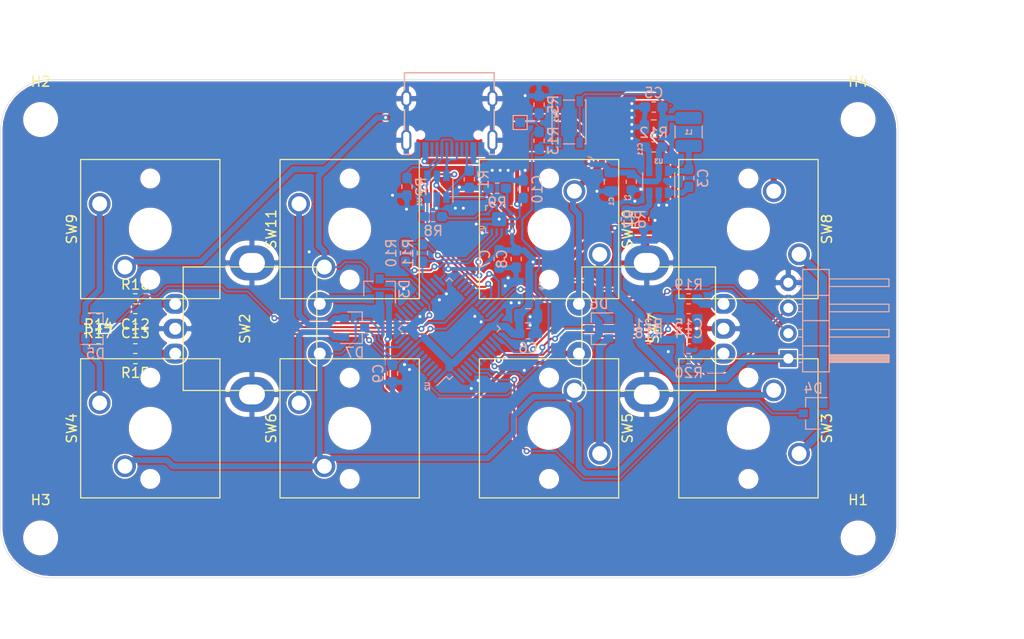
<source format=kicad_pcb>
(kicad_pcb (version 20171130) (host pcbnew "(5.1.5)-3")

  (general
    (thickness 1.6)
    (drawings 12)
    (tracks 705)
    (zones 0)
    (modules 62)
    (nets 69)
  )

  (page A4)
  (layers
    (0 F.Cu signal)
    (31 B.Cu signal)
    (32 B.Adhes user)
    (33 F.Adhes user)
    (34 B.Paste user)
    (35 F.Paste user)
    (36 B.SilkS user)
    (37 F.SilkS user)
    (38 B.Mask user)
    (39 F.Mask user)
    (40 Dwgs.User user)
    (41 Cmts.User user)
    (42 Eco1.User user)
    (43 Eco2.User user)
    (44 Edge.Cuts user)
    (45 Margin user)
    (46 B.CrtYd user)
    (47 F.CrtYd user)
    (48 B.Fab user hide)
    (49 F.Fab user hide)
  )

  (setup
    (last_trace_width 0.2)
    (user_trace_width 0.157)
    (user_trace_width 0.2)
    (user_trace_width 0.4)
    (user_trace_width 0.6)
    (user_trace_width 0.8)
    (trace_clearance 0.157)
    (zone_clearance 0.157)
    (zone_45_only no)
    (trace_min 0.157)
    (via_size 0.6)
    (via_drill 0.3)
    (via_min_size 0.4)
    (via_min_drill 0.3)
    (user_via 0.6 0.3)
    (uvia_size 0.3)
    (uvia_drill 0.1)
    (uvias_allowed no)
    (uvia_min_size 0.2)
    (uvia_min_drill 0.1)
    (edge_width 0.05)
    (segment_width 0.1)
    (pcb_text_width 0.3)
    (pcb_text_size 1.5 1.5)
    (mod_edge_width 0.1)
    (mod_text_size 0.45 0.45)
    (mod_text_width 0.1125)
    (pad_size 5 5)
    (pad_drill 0)
    (pad_to_mask_clearance 0.01)
    (solder_mask_min_width 0.01)
    (aux_axis_origin 0 0)
    (grid_origin 180.2 68.5)
    (visible_elements 7FFFFFFF)
    (pcbplotparams
      (layerselection 0x010fc_ffffffff)
      (usegerberextensions true)
      (usegerberattributes false)
      (usegerberadvancedattributes false)
      (creategerberjobfile false)
      (excludeedgelayer false)
      (linewidth 0.100000)
      (plotframeref false)
      (viasonmask false)
      (mode 1)
      (useauxorigin false)
      (hpglpennumber 1)
      (hpglpenspeed 20)
      (hpglpendiameter 15.000000)
      (psnegative false)
      (psa4output false)
      (plotreference true)
      (plotvalue true)
      (plotinvisibletext false)
      (padsonsilk false)
      (subtractmaskfromsilk false)
      (outputformat 1)
      (mirror false)
      (drillshape 0)
      (scaleselection 1)
      (outputdirectory "gerber/"))
  )

  (net 0 "")
  (net 1 GND)
  (net 2 "Net-(C3-Pad2)")
  (net 3 "Net-(C3-Pad1)")
  (net 4 +3V3)
  (net 5 "Net-(J1-PadA8)")
  (net 6 "Net-(J1-PadB8)")
  (net 7 "Net-(R6-Pad2)")
  (net 8 "Net-(U2-Pad7)")
  (net 9 "Net-(U2-Pad6)")
  (net 10 "Net-(U2-Pad5)")
  (net 11 "Net-(U2-Pad4)")
  (net 12 "Net-(U2-Pad3)")
  (net 13 SWCLK)
  (net 14 SWDIO)
  (net 15 CC2)
  (net 16 CC1)
  (net 17 "Net-(R8-Pad2)")
  (net 18 "Net-(R9-Pad2)")
  (net 19 INT_N)
  (net 20 SDA)
  (net 21 SCL)
  (net 22 "Net-(U4-Pad13)")
  (net 23 "Net-(U4-Pad12)")
  (net 24 USB_P)
  (net 25 USB_N)
  (net 26 VIN)
  (net 27 "Net-(R12-Pad2)")
  (net 28 "Net-(J7-Pad1)")
  (net 29 "Net-(R13-Pad1)")
  (net 30 PB13)
  (net 31 PA9)
  (net 32 PA10)
  (net 33 PB9)
  (net 34 PA1)
  (net 35 PA2)
  (net 36 PA3)
  (net 37 PA4)
  (net 38 PA5)
  (net 39 PA6)
  (net 40 PA7)
  (net 41 PB0)
  (net 42 PB15)
  (net 43 PB14)
  (net 44 PB5)
  (net 45 PB4)
  (net 46 PB3)
  (net 47 PB6)
  (net 48 PB7)
  (net 49 PB2)
  (net 50 PA15)
  (net 51 PB8)
  (net 52 PB1)
  (net 53 PA8)
  (net 54 PA0)
  (net 55 "Net-(D3-Pad1)")
  (net 56 "Net-(D4-Pad1)")
  (net 57 "Net-(D5-Pad1)")
  (net 58 "Net-(D6-Pad1)")
  (net 59 "Net-(D7-Pad1)")
  (net 60 "Net-(R15-Pad1)")
  (net 61 "Net-(R16-Pad2)")
  (net 62 "Net-(R19-Pad1)")
  (net 63 "Net-(R20-Pad2)")
  (net 64 "Net-(D3-Pad2)")
  (net 65 "Net-(D4-Pad2)")
  (net 66 "Net-(D5-Pad2)")
  (net 67 "Net-(D6-Pad2)")
  (net 68 "Net-(D7-Pad2)")

  (net_class Default "This is the default net class."
    (clearance 0.157)
    (trace_width 0.157)
    (via_dia 0.6)
    (via_drill 0.3)
    (uvia_dia 0.3)
    (uvia_drill 0.1)
    (add_net +3V3)
    (add_net CC1)
    (add_net CC2)
    (add_net GND)
    (add_net INT_N)
    (add_net "Net-(C3-Pad1)")
    (add_net "Net-(C3-Pad2)")
    (add_net "Net-(D3-Pad1)")
    (add_net "Net-(D3-Pad2)")
    (add_net "Net-(D4-Pad1)")
    (add_net "Net-(D4-Pad2)")
    (add_net "Net-(D5-Pad1)")
    (add_net "Net-(D5-Pad2)")
    (add_net "Net-(D6-Pad1)")
    (add_net "Net-(D6-Pad2)")
    (add_net "Net-(D7-Pad1)")
    (add_net "Net-(D7-Pad2)")
    (add_net "Net-(J1-PadA8)")
    (add_net "Net-(J1-PadB8)")
    (add_net "Net-(J7-Pad1)")
    (add_net "Net-(R12-Pad2)")
    (add_net "Net-(R13-Pad1)")
    (add_net "Net-(R15-Pad1)")
    (add_net "Net-(R16-Pad2)")
    (add_net "Net-(R19-Pad1)")
    (add_net "Net-(R20-Pad2)")
    (add_net "Net-(R6-Pad2)")
    (add_net "Net-(R8-Pad2)")
    (add_net "Net-(R9-Pad2)")
    (add_net "Net-(U2-Pad3)")
    (add_net "Net-(U2-Pad4)")
    (add_net "Net-(U2-Pad5)")
    (add_net "Net-(U2-Pad6)")
    (add_net "Net-(U2-Pad7)")
    (add_net "Net-(U4-Pad12)")
    (add_net "Net-(U4-Pad13)")
    (add_net PA0)
    (add_net PA1)
    (add_net PA10)
    (add_net PA15)
    (add_net PA2)
    (add_net PA3)
    (add_net PA4)
    (add_net PA5)
    (add_net PA6)
    (add_net PA7)
    (add_net PA8)
    (add_net PA9)
    (add_net PB0)
    (add_net PB1)
    (add_net PB13)
    (add_net PB14)
    (add_net PB15)
    (add_net PB2)
    (add_net PB3)
    (add_net PB4)
    (add_net PB5)
    (add_net PB6)
    (add_net PB7)
    (add_net PB8)
    (add_net PB9)
    (add_net SCL)
    (add_net SDA)
    (add_net SWCLK)
    (add_net SWDIO)
    (add_net USB_N)
    (add_net USB_P)
    (add_net VIN)
  )

  (net_class signal ""
    (clearance 0.157)
    (trace_width 0.157)
    (via_dia 0.6)
    (via_drill 0.3)
    (uvia_dia 0.3)
    (uvia_drill 0.1)
  )

  (module MountingHole:MountingHole_3.2mm_M3_DIN965 (layer F.Cu) (tedit 56D1B4CB) (tstamp 5EAFDD79)
    (at 221.2 47.5)
    (descr "Mounting Hole 3.2mm, no annular, M3, DIN965")
    (tags "mounting hole 3.2mm no annular m3 din965")
    (path /5EC926F2)
    (attr virtual)
    (fp_text reference H4 (at 0 -3.8) (layer F.SilkS)
      (effects (font (size 1 1) (thickness 0.15)))
    )
    (fp_text value MountingHole (at 0 3.8) (layer F.Fab)
      (effects (font (size 1 1) (thickness 0.15)))
    )
    (fp_circle (center 0 0) (end 3.05 0) (layer F.CrtYd) (width 0.05))
    (fp_circle (center 0 0) (end 2.8 0) (layer Cmts.User) (width 0.15))
    (fp_text user %R (at 0.3 0) (layer F.Fab)
      (effects (font (size 1 1) (thickness 0.15)))
    )
    (pad 1 np_thru_hole circle (at 0 0) (size 3.2 3.2) (drill 3.2) (layers *.Cu *.Mask))
  )

  (module MountingHole:MountingHole_3.2mm_M3_DIN965 (layer F.Cu) (tedit 56D1B4CB) (tstamp 5EAFE54B)
    (at 139.2 89.5)
    (descr "Mounting Hole 3.2mm, no annular, M3, DIN965")
    (tags "mounting hole 3.2mm no annular m3 din965")
    (path /5EC925EC)
    (attr virtual)
    (fp_text reference H3 (at 0 -3.8) (layer F.SilkS)
      (effects (font (size 1 1) (thickness 0.15)))
    )
    (fp_text value MountingHole (at 0 3.8) (layer F.Fab)
      (effects (font (size 1 1) (thickness 0.15)))
    )
    (fp_circle (center 0 0) (end 3.05 0) (layer F.CrtYd) (width 0.05))
    (fp_circle (center 0 0) (end 2.8 0) (layer Cmts.User) (width 0.15))
    (fp_text user %R (at 0.3 0) (layer F.Fab)
      (effects (font (size 1 1) (thickness 0.15)))
    )
    (pad 1 np_thru_hole circle (at 0 0) (size 3.2 3.2) (drill 3.2) (layers *.Cu *.Mask))
  )

  (module MountingHole:MountingHole_3.2mm_M3_DIN965 (layer F.Cu) (tedit 56D1B4CB) (tstamp 5EAFDD69)
    (at 139.2 47.5)
    (descr "Mounting Hole 3.2mm, no annular, M3, DIN965")
    (tags "mounting hole 3.2mm no annular m3 din965")
    (path /5EC8F214)
    (attr virtual)
    (fp_text reference H2 (at 0 -3.8) (layer F.SilkS)
      (effects (font (size 1 1) (thickness 0.15)))
    )
    (fp_text value MountingHole (at 0 3.8) (layer F.Fab)
      (effects (font (size 1 1) (thickness 0.15)))
    )
    (fp_circle (center 0 0) (end 3.05 0) (layer F.CrtYd) (width 0.05))
    (fp_circle (center 0 0) (end 2.8 0) (layer Cmts.User) (width 0.15))
    (fp_text user %R (at 0.3 0) (layer F.Fab)
      (effects (font (size 1 1) (thickness 0.15)))
    )
    (pad 1 np_thru_hole circle (at 0 0) (size 3.2 3.2) (drill 3.2) (layers *.Cu *.Mask))
  )

  (module MountingHole:MountingHole_3.2mm_M3_DIN965 (layer F.Cu) (tedit 56D1B4CB) (tstamp 5EAFDD61)
    (at 221.2 89.5)
    (descr "Mounting Hole 3.2mm, no annular, M3, DIN965")
    (tags "mounting hole 3.2mm no annular m3 din965")
    (path /5EC8DBFD)
    (attr virtual)
    (fp_text reference H1 (at 0 -3.8) (layer F.SilkS)
      (effects (font (size 1 1) (thickness 0.15)))
    )
    (fp_text value MountingHole (at 0 3.8) (layer F.Fab)
      (effects (font (size 1 1) (thickness 0.15)))
    )
    (fp_circle (center 0 0) (end 3.05 0) (layer F.CrtYd) (width 0.05))
    (fp_circle (center 0 0) (end 2.8 0) (layer Cmts.User) (width 0.15))
    (fp_text user %R (at 0.3 0) (layer F.Fab)
      (effects (font (size 1 1) (thickness 0.15)))
    )
    (pad 1 np_thru_hole circle (at 0 0) (size 3.2 3.2) (drill 3.2) (layers *.Cu *.Mask))
  )

  (module Package_TO_SOT_SMD:SOT-23 (layer B.Cu) (tedit 5A02FF57) (tstamp 5EAF751B)
    (at 170.7 68.4)
    (descr "SOT-23, Standard")
    (tags SOT-23)
    (path /5EC0A355)
    (attr smd)
    (fp_text reference D7 (at 0 2.5) (layer B.SilkS)
      (effects (font (size 1 1) (thickness 0.15)) (justify mirror))
    )
    (fp_text value "BAV23AQ-7-F " (at 0 -2.5) (layer B.Fab)
      (effects (font (size 1 1) (thickness 0.15)) (justify mirror))
    )
    (fp_line (start 0.76 -1.58) (end -0.7 -1.58) (layer B.SilkS) (width 0.12))
    (fp_line (start 0.76 1.58) (end -1.4 1.58) (layer B.SilkS) (width 0.12))
    (fp_line (start -1.7 -1.75) (end -1.7 1.75) (layer B.CrtYd) (width 0.05))
    (fp_line (start 1.7 -1.75) (end -1.7 -1.75) (layer B.CrtYd) (width 0.05))
    (fp_line (start 1.7 1.75) (end 1.7 -1.75) (layer B.CrtYd) (width 0.05))
    (fp_line (start -1.7 1.75) (end 1.7 1.75) (layer B.CrtYd) (width 0.05))
    (fp_line (start 0.76 1.58) (end 0.76 0.65) (layer B.SilkS) (width 0.12))
    (fp_line (start 0.76 -1.58) (end 0.76 -0.65) (layer B.SilkS) (width 0.12))
    (fp_line (start -0.7 -1.52) (end 0.7 -1.52) (layer B.Fab) (width 0.1))
    (fp_line (start 0.7 1.52) (end 0.7 -1.52) (layer B.Fab) (width 0.1))
    (fp_line (start -0.7 0.95) (end -0.15 1.52) (layer B.Fab) (width 0.1))
    (fp_line (start -0.15 1.52) (end 0.7 1.52) (layer B.Fab) (width 0.1))
    (fp_line (start -0.7 0.95) (end -0.7 -1.5) (layer B.Fab) (width 0.1))
    (fp_text user %R (at 0 0 270) (layer B.Fab)
      (effects (font (size 0.5 0.5) (thickness 0.075)) (justify mirror))
    )
    (pad 3 smd rect (at 1 0) (size 0.9 0.8) (layers B.Cu B.Paste B.Mask)
      (net 54 PA0))
    (pad 2 smd rect (at -1 -0.95) (size 0.9 0.8) (layers B.Cu B.Paste B.Mask)
      (net 68 "Net-(D7-Pad2)"))
    (pad 1 smd rect (at -1 0.95) (size 0.9 0.8) (layers B.Cu B.Paste B.Mask)
      (net 59 "Net-(D7-Pad1)"))
    (model ${KISYS3DMOD}/Package_TO_SOT_SMD.3dshapes/SOT-23.wrl
      (at (xyz 0 0 0))
      (scale (xyz 1 1 1))
      (rotate (xyz 0 0 0))
    )
  )

  (module Package_TO_SOT_SMD:SOT-23 (layer B.Cu) (tedit 5A02FF57) (tstamp 5EAF819A)
    (at 195.2 68.5 180)
    (descr "SOT-23, Standard")
    (tags SOT-23)
    (path /5EC09E56)
    (attr smd)
    (fp_text reference D6 (at 0 2.5) (layer B.SilkS)
      (effects (font (size 1 1) (thickness 0.15)) (justify mirror))
    )
    (fp_text value "BAV23AQ-7-F " (at 0 -2.5) (layer B.Fab)
      (effects (font (size 1 1) (thickness 0.15)) (justify mirror))
    )
    (fp_line (start 0.76 -1.58) (end -0.7 -1.58) (layer B.SilkS) (width 0.12))
    (fp_line (start 0.76 1.58) (end -1.4 1.58) (layer B.SilkS) (width 0.12))
    (fp_line (start -1.7 -1.75) (end -1.7 1.75) (layer B.CrtYd) (width 0.05))
    (fp_line (start 1.7 -1.75) (end -1.7 -1.75) (layer B.CrtYd) (width 0.05))
    (fp_line (start 1.7 1.75) (end 1.7 -1.75) (layer B.CrtYd) (width 0.05))
    (fp_line (start -1.7 1.75) (end 1.7 1.75) (layer B.CrtYd) (width 0.05))
    (fp_line (start 0.76 1.58) (end 0.76 0.65) (layer B.SilkS) (width 0.12))
    (fp_line (start 0.76 -1.58) (end 0.76 -0.65) (layer B.SilkS) (width 0.12))
    (fp_line (start -0.7 -1.52) (end 0.7 -1.52) (layer B.Fab) (width 0.1))
    (fp_line (start 0.7 1.52) (end 0.7 -1.52) (layer B.Fab) (width 0.1))
    (fp_line (start -0.7 0.95) (end -0.15 1.52) (layer B.Fab) (width 0.1))
    (fp_line (start -0.15 1.52) (end 0.7 1.52) (layer B.Fab) (width 0.1))
    (fp_line (start -0.7 0.95) (end -0.7 -1.5) (layer B.Fab) (width 0.1))
    (fp_text user %R (at 0 0 270) (layer B.Fab)
      (effects (font (size 0.5 0.5) (thickness 0.075)) (justify mirror))
    )
    (pad 3 smd rect (at 1 0 180) (size 0.9 0.8) (layers B.Cu B.Paste B.Mask)
      (net 50 PA15))
    (pad 2 smd rect (at -1 -0.95 180) (size 0.9 0.8) (layers B.Cu B.Paste B.Mask)
      (net 67 "Net-(D6-Pad2)"))
    (pad 1 smd rect (at -1 0.95 180) (size 0.9 0.8) (layers B.Cu B.Paste B.Mask)
      (net 58 "Net-(D6-Pad1)"))
    (model ${KISYS3DMOD}/Package_TO_SOT_SMD.3dshapes/SOT-23.wrl
      (at (xyz 0 0 0))
      (scale (xyz 1 1 1))
      (rotate (xyz 0 0 0))
    )
  )

  (module Package_TO_SOT_SMD:SOT-23 (layer B.Cu) (tedit 5A02FF57) (tstamp 5EAF74F1)
    (at 144.7 68.5)
    (descr "SOT-23, Standard")
    (tags SOT-23)
    (path /5EC09777)
    (attr smd)
    (fp_text reference D5 (at 0 2.5) (layer B.SilkS)
      (effects (font (size 1 1) (thickness 0.15)) (justify mirror))
    )
    (fp_text value "BAV23AQ-7-F " (at 0 -2.5) (layer B.Fab)
      (effects (font (size 1 1) (thickness 0.15)) (justify mirror))
    )
    (fp_line (start 0.76 -1.58) (end -0.7 -1.58) (layer B.SilkS) (width 0.12))
    (fp_line (start 0.76 1.58) (end -1.4 1.58) (layer B.SilkS) (width 0.12))
    (fp_line (start -1.7 -1.75) (end -1.7 1.75) (layer B.CrtYd) (width 0.05))
    (fp_line (start 1.7 -1.75) (end -1.7 -1.75) (layer B.CrtYd) (width 0.05))
    (fp_line (start 1.7 1.75) (end 1.7 -1.75) (layer B.CrtYd) (width 0.05))
    (fp_line (start -1.7 1.75) (end 1.7 1.75) (layer B.CrtYd) (width 0.05))
    (fp_line (start 0.76 1.58) (end 0.76 0.65) (layer B.SilkS) (width 0.12))
    (fp_line (start 0.76 -1.58) (end 0.76 -0.65) (layer B.SilkS) (width 0.12))
    (fp_line (start -0.7 -1.52) (end 0.7 -1.52) (layer B.Fab) (width 0.1))
    (fp_line (start 0.7 1.52) (end 0.7 -1.52) (layer B.Fab) (width 0.1))
    (fp_line (start -0.7 0.95) (end -0.15 1.52) (layer B.Fab) (width 0.1))
    (fp_line (start -0.15 1.52) (end 0.7 1.52) (layer B.Fab) (width 0.1))
    (fp_line (start -0.7 0.95) (end -0.7 -1.5) (layer B.Fab) (width 0.1))
    (fp_text user %R (at 0 0 270) (layer B.Fab)
      (effects (font (size 0.5 0.5) (thickness 0.075)) (justify mirror))
    )
    (pad 3 smd rect (at 1 0) (size 0.9 0.8) (layers B.Cu B.Paste B.Mask)
      (net 52 PB1))
    (pad 2 smd rect (at -1 -0.95) (size 0.9 0.8) (layers B.Cu B.Paste B.Mask)
      (net 66 "Net-(D5-Pad2)"))
    (pad 1 smd rect (at -1 0.95) (size 0.9 0.8) (layers B.Cu B.Paste B.Mask)
      (net 57 "Net-(D5-Pad1)"))
    (model ${KISYS3DMOD}/Package_TO_SOT_SMD.3dshapes/SOT-23.wrl
      (at (xyz 0 0 0))
      (scale (xyz 1 1 1))
      (rotate (xyz 0 0 0))
    )
  )

  (module Package_TO_SOT_SMD:SOT-23 (layer B.Cu) (tedit 5A02FF57) (tstamp 5EAF74DC)
    (at 216.7 77 180)
    (descr "SOT-23, Standard")
    (tags SOT-23)
    (path /5EC08FDE)
    (attr smd)
    (fp_text reference D4 (at 0 2.5) (layer B.SilkS)
      (effects (font (size 1 1) (thickness 0.15)) (justify mirror))
    )
    (fp_text value "BAV23AQ-7-F " (at 0 -2.5) (layer B.Fab)
      (effects (font (size 1 1) (thickness 0.15)) (justify mirror))
    )
    (fp_line (start 0.76 -1.58) (end -0.7 -1.58) (layer B.SilkS) (width 0.12))
    (fp_line (start 0.76 1.58) (end -1.4 1.58) (layer B.SilkS) (width 0.12))
    (fp_line (start -1.7 -1.75) (end -1.7 1.75) (layer B.CrtYd) (width 0.05))
    (fp_line (start 1.7 -1.75) (end -1.7 -1.75) (layer B.CrtYd) (width 0.05))
    (fp_line (start 1.7 1.75) (end 1.7 -1.75) (layer B.CrtYd) (width 0.05))
    (fp_line (start -1.7 1.75) (end 1.7 1.75) (layer B.CrtYd) (width 0.05))
    (fp_line (start 0.76 1.58) (end 0.76 0.65) (layer B.SilkS) (width 0.12))
    (fp_line (start 0.76 -1.58) (end 0.76 -0.65) (layer B.SilkS) (width 0.12))
    (fp_line (start -0.7 -1.52) (end 0.7 -1.52) (layer B.Fab) (width 0.1))
    (fp_line (start 0.7 1.52) (end 0.7 -1.52) (layer B.Fab) (width 0.1))
    (fp_line (start -0.7 0.95) (end -0.15 1.52) (layer B.Fab) (width 0.1))
    (fp_line (start -0.15 1.52) (end 0.7 1.52) (layer B.Fab) (width 0.1))
    (fp_line (start -0.7 0.95) (end -0.7 -1.5) (layer B.Fab) (width 0.1))
    (fp_text user %R (at 0 0 270) (layer B.Fab)
      (effects (font (size 0.5 0.5) (thickness 0.075)) (justify mirror))
    )
    (pad 3 smd rect (at 1 0 180) (size 0.9 0.8) (layers B.Cu B.Paste B.Mask)
      (net 51 PB8))
    (pad 2 smd rect (at -1 -0.95 180) (size 0.9 0.8) (layers B.Cu B.Paste B.Mask)
      (net 65 "Net-(D4-Pad2)"))
    (pad 1 smd rect (at -1 0.95 180) (size 0.9 0.8) (layers B.Cu B.Paste B.Mask)
      (net 56 "Net-(D4-Pad1)"))
    (model ${KISYS3DMOD}/Package_TO_SOT_SMD.3dshapes/SOT-23.wrl
      (at (xyz 0 0 0))
      (scale (xyz 1 1 1))
      (rotate (xyz 0 0 0))
    )
  )

  (module Package_TO_SOT_SMD:SOT-23 (layer B.Cu) (tedit 5A02FF57) (tstamp 5EAF74C7)
    (at 173.2 64.5 90)
    (descr "SOT-23, Standard")
    (tags SOT-23)
    (path /5EC07ACF)
    (attr smd)
    (fp_text reference D3 (at 0 2.5 270) (layer B.SilkS)
      (effects (font (size 1 1) (thickness 0.15)) (justify mirror))
    )
    (fp_text value "BAV23AQ-7-F " (at 0 -2.5 270) (layer B.Fab)
      (effects (font (size 1 1) (thickness 0.15)) (justify mirror))
    )
    (fp_line (start 0.76 -1.58) (end -0.7 -1.58) (layer B.SilkS) (width 0.12))
    (fp_line (start 0.76 1.58) (end -1.4 1.58) (layer B.SilkS) (width 0.12))
    (fp_line (start -1.7 -1.75) (end -1.7 1.75) (layer B.CrtYd) (width 0.05))
    (fp_line (start 1.7 -1.75) (end -1.7 -1.75) (layer B.CrtYd) (width 0.05))
    (fp_line (start 1.7 1.75) (end 1.7 -1.75) (layer B.CrtYd) (width 0.05))
    (fp_line (start -1.7 1.75) (end 1.7 1.75) (layer B.CrtYd) (width 0.05))
    (fp_line (start 0.76 1.58) (end 0.76 0.65) (layer B.SilkS) (width 0.12))
    (fp_line (start 0.76 -1.58) (end 0.76 -0.65) (layer B.SilkS) (width 0.12))
    (fp_line (start -0.7 -1.52) (end 0.7 -1.52) (layer B.Fab) (width 0.1))
    (fp_line (start 0.7 1.52) (end 0.7 -1.52) (layer B.Fab) (width 0.1))
    (fp_line (start -0.7 0.95) (end -0.15 1.52) (layer B.Fab) (width 0.1))
    (fp_line (start -0.15 1.52) (end 0.7 1.52) (layer B.Fab) (width 0.1))
    (fp_line (start -0.7 0.95) (end -0.7 -1.5) (layer B.Fab) (width 0.1))
    (fp_text user %R (at 0 0) (layer B.Fab)
      (effects (font (size 0.5 0.5) (thickness 0.075)) (justify mirror))
    )
    (pad 3 smd rect (at 1 0 90) (size 0.9 0.8) (layers B.Cu B.Paste B.Mask)
      (net 49 PB2))
    (pad 2 smd rect (at -1 -0.95 90) (size 0.9 0.8) (layers B.Cu B.Paste B.Mask)
      (net 64 "Net-(D3-Pad2)"))
    (pad 1 smd rect (at -1 0.95 90) (size 0.9 0.8) (layers B.Cu B.Paste B.Mask)
      (net 55 "Net-(D3-Pad1)"))
    (model ${KISYS3DMOD}/Package_TO_SOT_SMD.3dshapes/SOT-23.wrl
      (at (xyz 0 0 0))
      (scale (xyz 1 1 1))
      (rotate (xyz 0 0 0))
    )
  )

  (module Package_QFP:LQFP-48_7x7mm_P0.5mm (layer B.Cu) (tedit 5C18330E) (tstamp 5EB02AA4)
    (at 180.2 68.5 45)
    (descr "LQFP, 48 Pin (https://www.analog.com/media/en/technical-documentation/data-sheets/ltc2358-16.pdf), generated with kicad-footprint-generator ipc_gullwing_generator.py")
    (tags "LQFP QFP")
    (path /5DAB6EF4)
    (attr smd)
    (fp_text reference U2 (at -5.635605 2.538549 90) (layer B.SilkS)
      (effects (font (size 0.45 0.45) (thickness 0.1125)) (justify mirror))
    )
    (fp_text value STM32F072C8Tx (at 0 -5.85 45) (layer B.Fab)
      (effects (font (size 1 1) (thickness 0.15)) (justify mirror))
    )
    (fp_line (start 3.16 -3.61) (end 3.61 -3.61) (layer B.SilkS) (width 0.12))
    (fp_line (start 3.61 -3.61) (end 3.61 -3.16) (layer B.SilkS) (width 0.12))
    (fp_line (start -3.16 -3.61) (end -3.61 -3.61) (layer B.SilkS) (width 0.12))
    (fp_line (start -3.61 -3.61) (end -3.61 -3.16) (layer B.SilkS) (width 0.12))
    (fp_line (start 3.16 3.61) (end 3.61 3.61) (layer B.SilkS) (width 0.12))
    (fp_line (start 3.61 3.61) (end 3.61 3.16) (layer B.SilkS) (width 0.12))
    (fp_line (start -3.16 3.61) (end -3.61 3.61) (layer B.SilkS) (width 0.12))
    (fp_line (start -3.61 3.61) (end -3.61 3.16) (layer B.SilkS) (width 0.12))
    (fp_line (start -3.61 3.16) (end -4.9 3.16) (layer B.SilkS) (width 0.12))
    (fp_line (start -2.5 3.5) (end 3.5 3.5) (layer B.Fab) (width 0.1))
    (fp_line (start 3.5 3.5) (end 3.5 -3.5) (layer B.Fab) (width 0.1))
    (fp_line (start 3.5 -3.5) (end -3.5 -3.5) (layer B.Fab) (width 0.1))
    (fp_line (start -3.5 -3.5) (end -3.5 2.5) (layer B.Fab) (width 0.1))
    (fp_line (start -3.5 2.5) (end -2.5 3.5) (layer B.Fab) (width 0.1))
    (fp_line (start 0 5.15) (end -3.15 5.15) (layer B.CrtYd) (width 0.05))
    (fp_line (start -3.15 5.15) (end -3.15 3.75) (layer B.CrtYd) (width 0.05))
    (fp_line (start -3.15 3.75) (end -3.75 3.75) (layer B.CrtYd) (width 0.05))
    (fp_line (start -3.75 3.75) (end -3.75 3.15) (layer B.CrtYd) (width 0.05))
    (fp_line (start -3.75 3.15) (end -5.15 3.15) (layer B.CrtYd) (width 0.05))
    (fp_line (start -5.15 3.15) (end -5.15 0) (layer B.CrtYd) (width 0.05))
    (fp_line (start 0 5.15) (end 3.15 5.15) (layer B.CrtYd) (width 0.05))
    (fp_line (start 3.15 5.15) (end 3.15 3.75) (layer B.CrtYd) (width 0.05))
    (fp_line (start 3.15 3.75) (end 3.75 3.75) (layer B.CrtYd) (width 0.05))
    (fp_line (start 3.75 3.75) (end 3.75 3.15) (layer B.CrtYd) (width 0.05))
    (fp_line (start 3.75 3.15) (end 5.15 3.15) (layer B.CrtYd) (width 0.05))
    (fp_line (start 5.15 3.15) (end 5.15 0) (layer B.CrtYd) (width 0.05))
    (fp_line (start 0 -5.15) (end -3.15 -5.15) (layer B.CrtYd) (width 0.05))
    (fp_line (start -3.15 -5.15) (end -3.15 -3.75) (layer B.CrtYd) (width 0.05))
    (fp_line (start -3.15 -3.75) (end -3.75 -3.75) (layer B.CrtYd) (width 0.05))
    (fp_line (start -3.75 -3.75) (end -3.75 -3.15) (layer B.CrtYd) (width 0.05))
    (fp_line (start -3.75 -3.15) (end -5.15 -3.15) (layer B.CrtYd) (width 0.05))
    (fp_line (start -5.15 -3.15) (end -5.15 0) (layer B.CrtYd) (width 0.05))
    (fp_line (start 0 -5.15) (end 3.15 -5.15) (layer B.CrtYd) (width 0.05))
    (fp_line (start 3.15 -5.15) (end 3.15 -3.75) (layer B.CrtYd) (width 0.05))
    (fp_line (start 3.15 -3.75) (end 3.75 -3.75) (layer B.CrtYd) (width 0.05))
    (fp_line (start 3.75 -3.75) (end 3.75 -3.15) (layer B.CrtYd) (width 0.05))
    (fp_line (start 3.75 -3.15) (end 5.15 -3.15) (layer B.CrtYd) (width 0.05))
    (fp_line (start 5.15 -3.15) (end 5.15 0) (layer B.CrtYd) (width 0.05))
    (fp_text user %R (at 0 0 45) (layer B.Fab)
      (effects (font (size 1 1) (thickness 0.15)) (justify mirror))
    )
    (pad 1 smd roundrect (at -4.1625 2.75 45) (size 1.475 0.3) (layers B.Cu B.Paste B.Mask) (roundrect_rratio 0.25)
      (net 4 +3V3))
    (pad 2 smd roundrect (at -4.1625 2.25 45) (size 1.475 0.3) (layers B.Cu B.Paste B.Mask) (roundrect_rratio 0.25)
      (net 28 "Net-(J7-Pad1)"))
    (pad 3 smd roundrect (at -4.1625 1.75 45) (size 1.475 0.3) (layers B.Cu B.Paste B.Mask) (roundrect_rratio 0.25)
      (net 12 "Net-(U2-Pad3)"))
    (pad 4 smd roundrect (at -4.1625 1.249999 45) (size 1.475 0.3) (layers B.Cu B.Paste B.Mask) (roundrect_rratio 0.25)
      (net 11 "Net-(U2-Pad4)"))
    (pad 5 smd roundrect (at -4.1625 0.75 45) (size 1.475 0.3) (layers B.Cu B.Paste B.Mask) (roundrect_rratio 0.25)
      (net 10 "Net-(U2-Pad5)"))
    (pad 6 smd roundrect (at -4.1625 0.25 45) (size 1.475 0.3) (layers B.Cu B.Paste B.Mask) (roundrect_rratio 0.25)
      (net 9 "Net-(U2-Pad6)"))
    (pad 7 smd roundrect (at -4.1625 -0.25 45) (size 1.475 0.3) (layers B.Cu B.Paste B.Mask) (roundrect_rratio 0.25)
      (net 8 "Net-(U2-Pad7)"))
    (pad 8 smd roundrect (at -4.1625 -0.75 45) (size 1.475 0.3) (layers B.Cu B.Paste B.Mask) (roundrect_rratio 0.25)
      (net 1 GND))
    (pad 9 smd roundrect (at -4.1625 -1.249999 45) (size 1.475 0.3) (layers B.Cu B.Paste B.Mask) (roundrect_rratio 0.25)
      (net 4 +3V3))
    (pad 10 smd roundrect (at -4.1625 -1.75 45) (size 1.475 0.3) (layers B.Cu B.Paste B.Mask) (roundrect_rratio 0.25)
      (net 54 PA0))
    (pad 11 smd roundrect (at -4.1625 -2.25 45) (size 1.475 0.3) (layers B.Cu B.Paste B.Mask) (roundrect_rratio 0.25)
      (net 34 PA1))
    (pad 12 smd roundrect (at -4.1625 -2.75 45) (size 1.475 0.3) (layers B.Cu B.Paste B.Mask) (roundrect_rratio 0.25)
      (net 35 PA2))
    (pad 13 smd roundrect (at -2.75 -4.1625 45) (size 0.3 1.475) (layers B.Cu B.Paste B.Mask) (roundrect_rratio 0.25)
      (net 36 PA3))
    (pad 14 smd roundrect (at -2.25 -4.1625 45) (size 0.3 1.475) (layers B.Cu B.Paste B.Mask) (roundrect_rratio 0.25)
      (net 37 PA4))
    (pad 15 smd roundrect (at -1.75 -4.1625 45) (size 0.3 1.475) (layers B.Cu B.Paste B.Mask) (roundrect_rratio 0.25)
      (net 38 PA5))
    (pad 16 smd roundrect (at -1.249999 -4.1625 45) (size 0.3 1.475) (layers B.Cu B.Paste B.Mask) (roundrect_rratio 0.25)
      (net 39 PA6))
    (pad 17 smd roundrect (at -0.75 -4.1625 45) (size 0.3 1.475) (layers B.Cu B.Paste B.Mask) (roundrect_rratio 0.25)
      (net 40 PA7))
    (pad 18 smd roundrect (at -0.25 -4.1625 45) (size 0.3 1.475) (layers B.Cu B.Paste B.Mask) (roundrect_rratio 0.25)
      (net 41 PB0))
    (pad 19 smd roundrect (at 0.25 -4.1625 45) (size 0.3 1.475) (layers B.Cu B.Paste B.Mask) (roundrect_rratio 0.25)
      (net 52 PB1))
    (pad 20 smd roundrect (at 0.75 -4.1625 45) (size 0.3 1.475) (layers B.Cu B.Paste B.Mask) (roundrect_rratio 0.25)
      (net 49 PB2))
    (pad 21 smd roundrect (at 1.249999 -4.1625 45) (size 0.3 1.475) (layers B.Cu B.Paste B.Mask) (roundrect_rratio 0.25)
      (net 21 SCL))
    (pad 22 smd roundrect (at 1.75 -4.1625 45) (size 0.3 1.475) (layers B.Cu B.Paste B.Mask) (roundrect_rratio 0.25)
      (net 20 SDA))
    (pad 23 smd roundrect (at 2.25 -4.1625 45) (size 0.3 1.475) (layers B.Cu B.Paste B.Mask) (roundrect_rratio 0.25)
      (net 1 GND))
    (pad 24 smd roundrect (at 2.75 -4.1625 45) (size 0.3 1.475) (layers B.Cu B.Paste B.Mask) (roundrect_rratio 0.25)
      (net 4 +3V3))
    (pad 25 smd roundrect (at 4.1625 -2.75 45) (size 1.475 0.3) (layers B.Cu B.Paste B.Mask) (roundrect_rratio 0.25)
      (net 19 INT_N))
    (pad 26 smd roundrect (at 4.1625 -2.25 45) (size 1.475 0.3) (layers B.Cu B.Paste B.Mask) (roundrect_rratio 0.25)
      (net 30 PB13))
    (pad 27 smd roundrect (at 4.1625 -1.75 45) (size 1.475 0.3) (layers B.Cu B.Paste B.Mask) (roundrect_rratio 0.25)
      (net 43 PB14))
    (pad 28 smd roundrect (at 4.1625 -1.249999 45) (size 1.475 0.3) (layers B.Cu B.Paste B.Mask) (roundrect_rratio 0.25)
      (net 42 PB15))
    (pad 29 smd roundrect (at 4.1625 -0.75 45) (size 1.475 0.3) (layers B.Cu B.Paste B.Mask) (roundrect_rratio 0.25)
      (net 53 PA8))
    (pad 30 smd roundrect (at 4.1625 -0.25 45) (size 1.475 0.3) (layers B.Cu B.Paste B.Mask) (roundrect_rratio 0.25)
      (net 31 PA9))
    (pad 31 smd roundrect (at 4.1625 0.25 45) (size 1.475 0.3) (layers B.Cu B.Paste B.Mask) (roundrect_rratio 0.25)
      (net 32 PA10))
    (pad 32 smd roundrect (at 4.1625 0.75 45) (size 1.475 0.3) (layers B.Cu B.Paste B.Mask) (roundrect_rratio 0.25)
      (net 25 USB_N))
    (pad 33 smd roundrect (at 4.1625 1.249999 45) (size 1.475 0.3) (layers B.Cu B.Paste B.Mask) (roundrect_rratio 0.25)
      (net 24 USB_P))
    (pad 34 smd roundrect (at 4.1625 1.75 45) (size 1.475 0.3) (layers B.Cu B.Paste B.Mask) (roundrect_rratio 0.25)
      (net 14 SWDIO))
    (pad 35 smd roundrect (at 4.1625 2.25 45) (size 1.475 0.3) (layers B.Cu B.Paste B.Mask) (roundrect_rratio 0.25)
      (net 1 GND))
    (pad 36 smd roundrect (at 4.1625 2.75 45) (size 1.475 0.3) (layers B.Cu B.Paste B.Mask) (roundrect_rratio 0.25)
      (net 4 +3V3))
    (pad 37 smd roundrect (at 2.75 4.1625 45) (size 0.3 1.475) (layers B.Cu B.Paste B.Mask) (roundrect_rratio 0.25)
      (net 13 SWCLK))
    (pad 38 smd roundrect (at 2.25 4.1625 45) (size 0.3 1.475) (layers B.Cu B.Paste B.Mask) (roundrect_rratio 0.25)
      (net 50 PA15))
    (pad 39 smd roundrect (at 1.75 4.1625 45) (size 0.3 1.475) (layers B.Cu B.Paste B.Mask) (roundrect_rratio 0.25)
      (net 46 PB3))
    (pad 40 smd roundrect (at 1.249999 4.1625 45) (size 0.3 1.475) (layers B.Cu B.Paste B.Mask) (roundrect_rratio 0.25)
      (net 45 PB4))
    (pad 41 smd roundrect (at 0.75 4.1625 45) (size 0.3 1.475) (layers B.Cu B.Paste B.Mask) (roundrect_rratio 0.25)
      (net 44 PB5))
    (pad 42 smd roundrect (at 0.25 4.1625 45) (size 0.3 1.475) (layers B.Cu B.Paste B.Mask) (roundrect_rratio 0.25)
      (net 47 PB6))
    (pad 43 smd roundrect (at -0.25 4.1625 45) (size 0.3 1.475) (layers B.Cu B.Paste B.Mask) (roundrect_rratio 0.25)
      (net 48 PB7))
    (pad 44 smd roundrect (at -0.75 4.1625 45) (size 0.3 1.475) (layers B.Cu B.Paste B.Mask) (roundrect_rratio 0.25)
      (net 28 "Net-(J7-Pad1)"))
    (pad 45 smd roundrect (at -1.249999 4.1625 45) (size 0.3 1.475) (layers B.Cu B.Paste B.Mask) (roundrect_rratio 0.25)
      (net 51 PB8))
    (pad 46 smd roundrect (at -1.75 4.1625 45) (size 0.3 1.475) (layers B.Cu B.Paste B.Mask) (roundrect_rratio 0.25)
      (net 33 PB9))
    (pad 47 smd roundrect (at -2.25 4.1625 45) (size 0.3 1.475) (layers B.Cu B.Paste B.Mask) (roundrect_rratio 0.25)
      (net 1 GND))
    (pad 48 smd roundrect (at -2.75 4.1625 45) (size 0.3 1.475) (layers B.Cu B.Paste B.Mask) (roundrect_rratio 0.25)
      (net 4 +3V3))
    (model ${KISYS3DMOD}/Package_QFP.3dshapes/LQFP-48_7x7mm_P0.5mm.wrl
      (at (xyz 0 0 0))
      (scale (xyz 1 1 1))
      (rotate (xyz 0 0 0))
    )
  )

  (module Button_Switch_Keyboard:SW_Cherry_MX_1.00u_PCB (layer F.Cu) (tedit 5A02FE24) (tstamp 5EAF5FA9)
    (at 165.12 55.96 90)
    (descr "Cherry MX keyswitch, 1.00u, PCB mount, http://cherryamericas.com/wp-content/uploads/2014/12/mx_cat.pdf")
    (tags "Cherry MX keyswitch 1.00u PCB")
    (path /5EB09C47)
    (fp_text reference SW11 (at -2.54 -2.794 90) (layer F.SilkS)
      (effects (font (size 1 1) (thickness 0.15)))
    )
    (fp_text value SW_Push (at -2.54 12.954 90) (layer F.Fab)
      (effects (font (size 1 1) (thickness 0.15)))
    )
    (fp_line (start -9.525 12.065) (end -9.525 -1.905) (layer F.SilkS) (width 0.12))
    (fp_line (start 4.445 12.065) (end -9.525 12.065) (layer F.SilkS) (width 0.12))
    (fp_line (start 4.445 -1.905) (end 4.445 12.065) (layer F.SilkS) (width 0.12))
    (fp_line (start -9.525 -1.905) (end 4.445 -1.905) (layer F.SilkS) (width 0.12))
    (fp_line (start -12.065 14.605) (end -12.065 -4.445) (layer Dwgs.User) (width 0.15))
    (fp_line (start 6.985 14.605) (end -12.065 14.605) (layer Dwgs.User) (width 0.15))
    (fp_line (start 6.985 -4.445) (end 6.985 14.605) (layer Dwgs.User) (width 0.15))
    (fp_line (start -12.065 -4.445) (end 6.985 -4.445) (layer Dwgs.User) (width 0.15))
    (fp_line (start -9.14 -1.52) (end 4.06 -1.52) (layer F.CrtYd) (width 0.05))
    (fp_line (start 4.06 -1.52) (end 4.06 11.68) (layer F.CrtYd) (width 0.05))
    (fp_line (start 4.06 11.68) (end -9.14 11.68) (layer F.CrtYd) (width 0.05))
    (fp_line (start -9.14 11.68) (end -9.14 -1.52) (layer F.CrtYd) (width 0.05))
    (fp_line (start -8.89 11.43) (end -8.89 -1.27) (layer F.Fab) (width 0.1))
    (fp_line (start 3.81 11.43) (end -8.89 11.43) (layer F.Fab) (width 0.1))
    (fp_line (start 3.81 -1.27) (end 3.81 11.43) (layer F.Fab) (width 0.1))
    (fp_line (start -8.89 -1.27) (end 3.81 -1.27) (layer F.Fab) (width 0.1))
    (fp_text user %R (at -2.54 -2.794 90) (layer F.Fab)
      (effects (font (size 1 1) (thickness 0.15)))
    )
    (pad "" np_thru_hole circle (at 2.54 5.08 90) (size 1.7 1.7) (drill 1.7) (layers *.Cu *.Mask))
    (pad "" np_thru_hole circle (at -7.62 5.08 90) (size 1.7 1.7) (drill 1.7) (layers *.Cu *.Mask))
    (pad "" np_thru_hole circle (at -2.54 5.08 90) (size 4 4) (drill 4) (layers *.Cu *.Mask))
    (pad 2 thru_hole circle (at -6.35 2.54 90) (size 2.2 2.2) (drill 1.5) (layers *.Cu *.Mask)
      (net 37 PA4))
    (pad 1 thru_hole circle (at 0 0 90) (size 2.2 2.2) (drill 1.5) (layers *.Cu *.Mask)
      (net 68 "Net-(D7-Pad2)"))
    (model ${KISYS3DMOD}/Button_Switch_Keyboard.3dshapes/SW_Cherry_MX_1.00u_PCB.wrl
      (at (xyz 0 0 0))
      (scale (xyz 1 1 1))
      (rotate (xyz 0 0 0))
    )
  )

  (module Button_Switch_Keyboard:SW_Cherry_MX_1.00u_PCB (layer F.Cu) (tedit 5A02FE24) (tstamp 5EAF5F8F)
    (at 195.28 61.04 270)
    (descr "Cherry MX keyswitch, 1.00u, PCB mount, http://cherryamericas.com/wp-content/uploads/2014/12/mx_cat.pdf")
    (tags "Cherry MX keyswitch 1.00u PCB")
    (path /5EB09A9A)
    (fp_text reference SW10 (at -2.54 -2.794 90) (layer F.SilkS)
      (effects (font (size 1 1) (thickness 0.15)))
    )
    (fp_text value SW_Push (at -2.54 12.954 90) (layer F.Fab)
      (effects (font (size 1 1) (thickness 0.15)))
    )
    (fp_line (start -9.525 12.065) (end -9.525 -1.905) (layer F.SilkS) (width 0.12))
    (fp_line (start 4.445 12.065) (end -9.525 12.065) (layer F.SilkS) (width 0.12))
    (fp_line (start 4.445 -1.905) (end 4.445 12.065) (layer F.SilkS) (width 0.12))
    (fp_line (start -9.525 -1.905) (end 4.445 -1.905) (layer F.SilkS) (width 0.12))
    (fp_line (start -12.065 14.605) (end -12.065 -4.445) (layer Dwgs.User) (width 0.15))
    (fp_line (start 6.985 14.605) (end -12.065 14.605) (layer Dwgs.User) (width 0.15))
    (fp_line (start 6.985 -4.445) (end 6.985 14.605) (layer Dwgs.User) (width 0.15))
    (fp_line (start -12.065 -4.445) (end 6.985 -4.445) (layer Dwgs.User) (width 0.15))
    (fp_line (start -9.14 -1.52) (end 4.06 -1.52) (layer F.CrtYd) (width 0.05))
    (fp_line (start 4.06 -1.52) (end 4.06 11.68) (layer F.CrtYd) (width 0.05))
    (fp_line (start 4.06 11.68) (end -9.14 11.68) (layer F.CrtYd) (width 0.05))
    (fp_line (start -9.14 11.68) (end -9.14 -1.52) (layer F.CrtYd) (width 0.05))
    (fp_line (start -8.89 11.43) (end -8.89 -1.27) (layer F.Fab) (width 0.1))
    (fp_line (start 3.81 11.43) (end -8.89 11.43) (layer F.Fab) (width 0.1))
    (fp_line (start 3.81 -1.27) (end 3.81 11.43) (layer F.Fab) (width 0.1))
    (fp_line (start -8.89 -1.27) (end 3.81 -1.27) (layer F.Fab) (width 0.1))
    (fp_text user %R (at -2.54 -2.794 90) (layer F.Fab)
      (effects (font (size 1 1) (thickness 0.15)))
    )
    (pad "" np_thru_hole circle (at 2.54 5.08 270) (size 1.7 1.7) (drill 1.7) (layers *.Cu *.Mask))
    (pad "" np_thru_hole circle (at -7.62 5.08 270) (size 1.7 1.7) (drill 1.7) (layers *.Cu *.Mask))
    (pad "" np_thru_hole circle (at -2.54 5.08 270) (size 4 4) (drill 4) (layers *.Cu *.Mask))
    (pad 2 thru_hole circle (at -6.35 2.54 270) (size 2.2 2.2) (drill 1.5) (layers *.Cu *.Mask)
      (net 37 PA4))
    (pad 1 thru_hole circle (at 0 0 270) (size 2.2 2.2) (drill 1.5) (layers *.Cu *.Mask)
      (net 58 "Net-(D6-Pad1)"))
    (model ${KISYS3DMOD}/Button_Switch_Keyboard.3dshapes/SW_Cherry_MX_1.00u_PCB.wrl
      (at (xyz 0 0 0))
      (scale (xyz 1 1 1))
      (rotate (xyz 0 0 0))
    )
  )

  (module Button_Switch_Keyboard:SW_Cherry_MX_1.00u_PCB (layer F.Cu) (tedit 5A02FE24) (tstamp 5EAF5F75)
    (at 145.12 55.96 90)
    (descr "Cherry MX keyswitch, 1.00u, PCB mount, http://cherryamericas.com/wp-content/uploads/2014/12/mx_cat.pdf")
    (tags "Cherry MX keyswitch 1.00u PCB")
    (path /5EB0972B)
    (fp_text reference SW9 (at -2.54 -2.794 90) (layer F.SilkS)
      (effects (font (size 1 1) (thickness 0.15)))
    )
    (fp_text value SW_Push (at -2.54 12.954 90) (layer F.Fab)
      (effects (font (size 1 1) (thickness 0.15)))
    )
    (fp_line (start -9.525 12.065) (end -9.525 -1.905) (layer F.SilkS) (width 0.12))
    (fp_line (start 4.445 12.065) (end -9.525 12.065) (layer F.SilkS) (width 0.12))
    (fp_line (start 4.445 -1.905) (end 4.445 12.065) (layer F.SilkS) (width 0.12))
    (fp_line (start -9.525 -1.905) (end 4.445 -1.905) (layer F.SilkS) (width 0.12))
    (fp_line (start -12.065 14.605) (end -12.065 -4.445) (layer Dwgs.User) (width 0.15))
    (fp_line (start 6.985 14.605) (end -12.065 14.605) (layer Dwgs.User) (width 0.15))
    (fp_line (start 6.985 -4.445) (end 6.985 14.605) (layer Dwgs.User) (width 0.15))
    (fp_line (start -12.065 -4.445) (end 6.985 -4.445) (layer Dwgs.User) (width 0.15))
    (fp_line (start -9.14 -1.52) (end 4.06 -1.52) (layer F.CrtYd) (width 0.05))
    (fp_line (start 4.06 -1.52) (end 4.06 11.68) (layer F.CrtYd) (width 0.05))
    (fp_line (start 4.06 11.68) (end -9.14 11.68) (layer F.CrtYd) (width 0.05))
    (fp_line (start -9.14 11.68) (end -9.14 -1.52) (layer F.CrtYd) (width 0.05))
    (fp_line (start -8.89 11.43) (end -8.89 -1.27) (layer F.Fab) (width 0.1))
    (fp_line (start 3.81 11.43) (end -8.89 11.43) (layer F.Fab) (width 0.1))
    (fp_line (start 3.81 -1.27) (end 3.81 11.43) (layer F.Fab) (width 0.1))
    (fp_line (start -8.89 -1.27) (end 3.81 -1.27) (layer F.Fab) (width 0.1))
    (fp_text user %R (at -2.54 -2.794 90) (layer F.Fab)
      (effects (font (size 1 1) (thickness 0.15)))
    )
    (pad "" np_thru_hole circle (at 2.54 5.08 90) (size 1.7 1.7) (drill 1.7) (layers *.Cu *.Mask))
    (pad "" np_thru_hole circle (at -7.62 5.08 90) (size 1.7 1.7) (drill 1.7) (layers *.Cu *.Mask))
    (pad "" np_thru_hole circle (at -2.54 5.08 90) (size 4 4) (drill 4) (layers *.Cu *.Mask))
    (pad 2 thru_hole circle (at -6.35 2.54 90) (size 2.2 2.2) (drill 1.5) (layers *.Cu *.Mask)
      (net 37 PA4))
    (pad 1 thru_hole circle (at 0 0 90) (size 2.2 2.2) (drill 1.5) (layers *.Cu *.Mask)
      (net 66 "Net-(D5-Pad2)"))
    (model ${KISYS3DMOD}/Button_Switch_Keyboard.3dshapes/SW_Cherry_MX_1.00u_PCB.wrl
      (at (xyz 0 0 0))
      (scale (xyz 1 1 1))
      (rotate (xyz 0 0 0))
    )
  )

  (module Button_Switch_Keyboard:SW_Cherry_MX_1.00u_PCB (layer F.Cu) (tedit 5A02FE24) (tstamp 5EAF5F5B)
    (at 215.28 61.04 270)
    (descr "Cherry MX keyswitch, 1.00u, PCB mount, http://cherryamericas.com/wp-content/uploads/2014/12/mx_cat.pdf")
    (tags "Cherry MX keyswitch 1.00u PCB")
    (path /5EB08AA9)
    (fp_text reference SW8 (at -2.54 -2.794 90) (layer F.SilkS)
      (effects (font (size 1 1) (thickness 0.15)))
    )
    (fp_text value SW_Push (at -2.54 12.954 90) (layer F.Fab)
      (effects (font (size 1 1) (thickness 0.15)))
    )
    (fp_line (start -9.525 12.065) (end -9.525 -1.905) (layer F.SilkS) (width 0.12))
    (fp_line (start 4.445 12.065) (end -9.525 12.065) (layer F.SilkS) (width 0.12))
    (fp_line (start 4.445 -1.905) (end 4.445 12.065) (layer F.SilkS) (width 0.12))
    (fp_line (start -9.525 -1.905) (end 4.445 -1.905) (layer F.SilkS) (width 0.12))
    (fp_line (start -12.065 14.605) (end -12.065 -4.445) (layer Dwgs.User) (width 0.15))
    (fp_line (start 6.985 14.605) (end -12.065 14.605) (layer Dwgs.User) (width 0.15))
    (fp_line (start 6.985 -4.445) (end 6.985 14.605) (layer Dwgs.User) (width 0.15))
    (fp_line (start -12.065 -4.445) (end 6.985 -4.445) (layer Dwgs.User) (width 0.15))
    (fp_line (start -9.14 -1.52) (end 4.06 -1.52) (layer F.CrtYd) (width 0.05))
    (fp_line (start 4.06 -1.52) (end 4.06 11.68) (layer F.CrtYd) (width 0.05))
    (fp_line (start 4.06 11.68) (end -9.14 11.68) (layer F.CrtYd) (width 0.05))
    (fp_line (start -9.14 11.68) (end -9.14 -1.52) (layer F.CrtYd) (width 0.05))
    (fp_line (start -8.89 11.43) (end -8.89 -1.27) (layer F.Fab) (width 0.1))
    (fp_line (start 3.81 11.43) (end -8.89 11.43) (layer F.Fab) (width 0.1))
    (fp_line (start 3.81 -1.27) (end 3.81 11.43) (layer F.Fab) (width 0.1))
    (fp_line (start -8.89 -1.27) (end 3.81 -1.27) (layer F.Fab) (width 0.1))
    (fp_text user %R (at -2.54 -2.794 90) (layer F.Fab)
      (effects (font (size 1 1) (thickness 0.15)))
    )
    (pad "" np_thru_hole circle (at 2.54 5.08 270) (size 1.7 1.7) (drill 1.7) (layers *.Cu *.Mask))
    (pad "" np_thru_hole circle (at -7.62 5.08 270) (size 1.7 1.7) (drill 1.7) (layers *.Cu *.Mask))
    (pad "" np_thru_hole circle (at -2.54 5.08 270) (size 4 4) (drill 4) (layers *.Cu *.Mask))
    (pad 2 thru_hole circle (at -6.35 2.54 270) (size 2.2 2.2) (drill 1.5) (layers *.Cu *.Mask)
      (net 37 PA4))
    (pad 1 thru_hole circle (at 0 0 270) (size 2.2 2.2) (drill 1.5) (layers *.Cu *.Mask)
      (net 56 "Net-(D4-Pad1)"))
    (model ${KISYS3DMOD}/Button_Switch_Keyboard.3dshapes/SW_Cherry_MX_1.00u_PCB.wrl
      (at (xyz 0 0 0))
      (scale (xyz 1 1 1))
      (rotate (xyz 0 0 0))
    )
  )

  (module footprints:Bourns_PEC12R_4xxxF-Sxxxx_horizontal_sw (layer F.Cu) (tedit 5EAEEB02) (tstamp 5EAF5F41)
    (at 200.2 68.5 90)
    (path /5EAFECBB)
    (fp_text reference SW7 (at 0 0.5 90) (layer F.SilkS)
      (effects (font (size 1 1) (thickness 0.15)))
    )
    (fp_text value " BOURNS PEC12R-4230F-S0024 " (at 0 -0.5 90) (layer F.Fab)
      (effects (font (size 1 1) (thickness 0.15)))
    )
    (fp_line (start -6.5 -2.5) (end -6.5 -7) (layer F.CrtYd) (width 0.12))
    (fp_line (start -8.5 -2.5) (end -6.5 -2.5) (layer F.CrtYd) (width 0.12))
    (fp_line (start -8.5 2) (end -8.5 -2.5) (layer F.CrtYd) (width 0.12))
    (fp_line (start -6.5 2) (end -8.5 2) (layer F.CrtYd) (width 0.12))
    (fp_line (start -6.5 7) (end -6.5 2) (layer F.CrtYd) (width 0.12))
    (fp_line (start -4 7) (end -6.5 7) (layer F.CrtYd) (width 0.12))
    (fp_line (start -4 9) (end -4 7) (layer F.CrtYd) (width 0.12))
    (fp_line (start 4.5 9) (end -4 9) (layer F.CrtYd) (width 0.12))
    (fp_line (start 4.5 7) (end 4.5 9) (layer F.CrtYd) (width 0.12))
    (fp_line (start 6.5 7) (end 4.5 7) (layer F.CrtYd) (width 0.12))
    (fp_line (start 6.5 2) (end 6.5 7) (layer F.CrtYd) (width 0.12))
    (fp_line (start 8.5 2) (end 6.5 2) (layer F.CrtYd) (width 0.12))
    (fp_line (start 8.5 -2.5) (end 8.5 2) (layer F.CrtYd) (width 0.12))
    (fp_line (start 6.5 -2.5) (end 8.5 -2.5) (layer F.CrtYd) (width 0.12))
    (fp_line (start 6.5 -7) (end 6.5 -2.5) (layer F.CrtYd) (width 0.12))
    (fp_line (start 4.5 -7) (end 6.5 -7) (layer F.CrtYd) (width 0.12))
    (fp_line (start 4.5 -8.5) (end 4.5 -7) (layer F.CrtYd) (width 0.12))
    (fp_line (start 4 -8.5) (end 4.5 -8.5) (layer F.CrtYd) (width 0.12))
    (fp_line (start -4.5 -8.5) (end 4 -8.5) (layer F.CrtYd) (width 0.12))
    (fp_line (start -4.5 -7) (end -4.5 -8.5) (layer F.CrtYd) (width 0.12))
    (fp_line (start -6.5 -7) (end -4.5 -7) (layer F.CrtYd) (width 0.12))
    (fp_line (start -6.2 6.7) (end -6.2 -6.7) (layer F.SilkS) (width 0.12))
    (fp_line (start 6.2 6.7) (end -6.2 6.7) (layer F.SilkS) (width 0.12))
    (fp_line (start 6.2 -6.7) (end 6.2 6.7) (layer F.SilkS) (width 0.12))
    (fp_line (start -6.2 -6.7) (end 6.2 -6.7) (layer F.SilkS) (width 0.12))
    (pad 7 thru_hole oval (at -6.6 -0.2 90) (size 3.5 4.5) (drill oval 2 2.6) (layers *.Cu *.Mask)
      (net 1 GND))
    (pad 6 thru_hole oval (at 6.6 -0.2 90) (size 3.5 4.5) (drill oval 2 2.6) (layers *.Cu *.Mask)
      (net 1 GND))
    (pad 5 thru_hole circle (at 2.5 -7 90) (size 2.4 2.4) (drill 1.2) (layers *.Cu *.Mask)
      (net 37 PA4))
    (pad 4 thru_hole circle (at -2.5 -7 90) (size 2.4 2.4) (drill 1.2) (layers *.Cu *.Mask)
      (net 55 "Net-(D3-Pad1)"))
    (pad 3 thru_hole oval (at 2.5 7.5 90) (size 2 2.4) (drill 1.2) (layers *.Cu *.Mask)
      (net 62 "Net-(R19-Pad1)"))
    (pad 2 thru_hole oval (at 0 7.5 90) (size 2 2.4) (drill 1.2) (layers *.Cu *.Mask)
      (net 1 GND))
    (pad 1 thru_hole oval (at -2.5 7.5 90) (size 2 2.4) (drill 1.2) (layers *.Cu *.Mask)
      (net 63 "Net-(R20-Pad2)"))
  )

  (module Button_Switch_Keyboard:SW_Cherry_MX_1.00u_PCB (layer F.Cu) (tedit 5A02FE24) (tstamp 5EAFE780)
    (at 165.12 75.96 90)
    (descr "Cherry MX keyswitch, 1.00u, PCB mount, http://cherryamericas.com/wp-content/uploads/2014/12/mx_cat.pdf")
    (tags "Cherry MX keyswitch 1.00u PCB")
    (path /5EB08551)
    (fp_text reference SW6 (at -2.54 -2.794 90) (layer F.SilkS)
      (effects (font (size 1 1) (thickness 0.15)))
    )
    (fp_text value SW_Push (at -2.54 12.954 90) (layer F.Fab)
      (effects (font (size 1 1) (thickness 0.15)))
    )
    (fp_line (start -9.525 12.065) (end -9.525 -1.905) (layer F.SilkS) (width 0.12))
    (fp_line (start 4.445 12.065) (end -9.525 12.065) (layer F.SilkS) (width 0.12))
    (fp_line (start 4.445 -1.905) (end 4.445 12.065) (layer F.SilkS) (width 0.12))
    (fp_line (start -9.525 -1.905) (end 4.445 -1.905) (layer F.SilkS) (width 0.12))
    (fp_line (start -12.065 14.605) (end -12.065 -4.445) (layer Dwgs.User) (width 0.15))
    (fp_line (start 6.985 14.605) (end -12.065 14.605) (layer Dwgs.User) (width 0.15))
    (fp_line (start 6.985 -4.445) (end 6.985 14.605) (layer Dwgs.User) (width 0.15))
    (fp_line (start -12.065 -4.445) (end 6.985 -4.445) (layer Dwgs.User) (width 0.15))
    (fp_line (start -9.14 -1.52) (end 4.06 -1.52) (layer F.CrtYd) (width 0.05))
    (fp_line (start 4.06 -1.52) (end 4.06 11.68) (layer F.CrtYd) (width 0.05))
    (fp_line (start 4.06 11.68) (end -9.14 11.68) (layer F.CrtYd) (width 0.05))
    (fp_line (start -9.14 11.68) (end -9.14 -1.52) (layer F.CrtYd) (width 0.05))
    (fp_line (start -8.89 11.43) (end -8.89 -1.27) (layer F.Fab) (width 0.1))
    (fp_line (start 3.81 11.43) (end -8.89 11.43) (layer F.Fab) (width 0.1))
    (fp_line (start 3.81 -1.27) (end 3.81 11.43) (layer F.Fab) (width 0.1))
    (fp_line (start -8.89 -1.27) (end 3.81 -1.27) (layer F.Fab) (width 0.1))
    (fp_text user %R (at -2.54 -2.794 90) (layer F.Fab)
      (effects (font (size 1 1) (thickness 0.15)))
    )
    (pad "" np_thru_hole circle (at 2.54 5.08 90) (size 1.7 1.7) (drill 1.7) (layers *.Cu *.Mask))
    (pad "" np_thru_hole circle (at -7.62 5.08 90) (size 1.7 1.7) (drill 1.7) (layers *.Cu *.Mask))
    (pad "" np_thru_hole circle (at -2.54 5.08 90) (size 4 4) (drill 4) (layers *.Cu *.Mask))
    (pad 2 thru_hole circle (at -6.35 2.54 90) (size 2.2 2.2) (drill 1.5) (layers *.Cu *.Mask)
      (net 34 PA1))
    (pad 1 thru_hole circle (at 0 0 90) (size 2.2 2.2) (drill 1.5) (layers *.Cu *.Mask)
      (net 59 "Net-(D7-Pad1)"))
    (model ${KISYS3DMOD}/Button_Switch_Keyboard.3dshapes/SW_Cherry_MX_1.00u_PCB.wrl
      (at (xyz 0 0 0))
      (scale (xyz 1 1 1))
      (rotate (xyz 0 0 0))
    )
  )

  (module Button_Switch_Keyboard:SW_Cherry_MX_1.00u_PCB (layer F.Cu) (tedit 5A02FE24) (tstamp 5EAF7E2B)
    (at 195.28 81.04 270)
    (descr "Cherry MX keyswitch, 1.00u, PCB mount, http://cherryamericas.com/wp-content/uploads/2014/12/mx_cat.pdf")
    (tags "Cherry MX keyswitch 1.00u PCB")
    (path /5EB08167)
    (fp_text reference SW5 (at -2.54 -2.794 90) (layer F.SilkS)
      (effects (font (size 1 1) (thickness 0.15)))
    )
    (fp_text value SW_Push (at -2.54 12.954 90) (layer F.Fab)
      (effects (font (size 1 1) (thickness 0.15)))
    )
    (fp_line (start -9.525 12.065) (end -9.525 -1.905) (layer F.SilkS) (width 0.12))
    (fp_line (start 4.445 12.065) (end -9.525 12.065) (layer F.SilkS) (width 0.12))
    (fp_line (start 4.445 -1.905) (end 4.445 12.065) (layer F.SilkS) (width 0.12))
    (fp_line (start -9.525 -1.905) (end 4.445 -1.905) (layer F.SilkS) (width 0.12))
    (fp_line (start -12.065 14.605) (end -12.065 -4.445) (layer Dwgs.User) (width 0.15))
    (fp_line (start 6.985 14.605) (end -12.065 14.605) (layer Dwgs.User) (width 0.15))
    (fp_line (start 6.985 -4.445) (end 6.985 14.605) (layer Dwgs.User) (width 0.15))
    (fp_line (start -12.065 -4.445) (end 6.985 -4.445) (layer Dwgs.User) (width 0.15))
    (fp_line (start -9.14 -1.52) (end 4.06 -1.52) (layer F.CrtYd) (width 0.05))
    (fp_line (start 4.06 -1.52) (end 4.06 11.68) (layer F.CrtYd) (width 0.05))
    (fp_line (start 4.06 11.68) (end -9.14 11.68) (layer F.CrtYd) (width 0.05))
    (fp_line (start -9.14 11.68) (end -9.14 -1.52) (layer F.CrtYd) (width 0.05))
    (fp_line (start -8.89 11.43) (end -8.89 -1.27) (layer F.Fab) (width 0.1))
    (fp_line (start 3.81 11.43) (end -8.89 11.43) (layer F.Fab) (width 0.1))
    (fp_line (start 3.81 -1.27) (end 3.81 11.43) (layer F.Fab) (width 0.1))
    (fp_line (start -8.89 -1.27) (end 3.81 -1.27) (layer F.Fab) (width 0.1))
    (fp_text user %R (at -2.54 -2.794 90) (layer F.Fab)
      (effects (font (size 1 1) (thickness 0.15)))
    )
    (pad "" np_thru_hole circle (at 2.54 5.08 270) (size 1.7 1.7) (drill 1.7) (layers *.Cu *.Mask))
    (pad "" np_thru_hole circle (at -7.62 5.08 270) (size 1.7 1.7) (drill 1.7) (layers *.Cu *.Mask))
    (pad "" np_thru_hole circle (at -2.54 5.08 270) (size 4 4) (drill 4) (layers *.Cu *.Mask))
    (pad 2 thru_hole circle (at -6.35 2.54 270) (size 2.2 2.2) (drill 1.5) (layers *.Cu *.Mask)
      (net 34 PA1))
    (pad 1 thru_hole circle (at 0 0 270) (size 2.2 2.2) (drill 1.5) (layers *.Cu *.Mask)
      (net 67 "Net-(D6-Pad2)"))
    (model ${KISYS3DMOD}/Button_Switch_Keyboard.3dshapes/SW_Cherry_MX_1.00u_PCB.wrl
      (at (xyz 0 0 0))
      (scale (xyz 1 1 1))
      (rotate (xyz 0 0 0))
    )
  )

  (module Button_Switch_Keyboard:SW_Cherry_MX_1.00u_PCB (layer F.Cu) (tedit 5A02FE24) (tstamp 5EAF5EE9)
    (at 145.12 75.96 90)
    (descr "Cherry MX keyswitch, 1.00u, PCB mount, http://cherryamericas.com/wp-content/uploads/2014/12/mx_cat.pdf")
    (tags "Cherry MX keyswitch 1.00u PCB")
    (path /5EB07BBF)
    (fp_text reference SW4 (at -2.54 -2.794 90) (layer F.SilkS)
      (effects (font (size 1 1) (thickness 0.15)))
    )
    (fp_text value SW_Push (at -2.54 12.954 90) (layer F.Fab)
      (effects (font (size 1 1) (thickness 0.15)))
    )
    (fp_line (start -9.525 12.065) (end -9.525 -1.905) (layer F.SilkS) (width 0.12))
    (fp_line (start 4.445 12.065) (end -9.525 12.065) (layer F.SilkS) (width 0.12))
    (fp_line (start 4.445 -1.905) (end 4.445 12.065) (layer F.SilkS) (width 0.12))
    (fp_line (start -9.525 -1.905) (end 4.445 -1.905) (layer F.SilkS) (width 0.12))
    (fp_line (start -12.065 14.605) (end -12.065 -4.445) (layer Dwgs.User) (width 0.15))
    (fp_line (start 6.985 14.605) (end -12.065 14.605) (layer Dwgs.User) (width 0.15))
    (fp_line (start 6.985 -4.445) (end 6.985 14.605) (layer Dwgs.User) (width 0.15))
    (fp_line (start -12.065 -4.445) (end 6.985 -4.445) (layer Dwgs.User) (width 0.15))
    (fp_line (start -9.14 -1.52) (end 4.06 -1.52) (layer F.CrtYd) (width 0.05))
    (fp_line (start 4.06 -1.52) (end 4.06 11.68) (layer F.CrtYd) (width 0.05))
    (fp_line (start 4.06 11.68) (end -9.14 11.68) (layer F.CrtYd) (width 0.05))
    (fp_line (start -9.14 11.68) (end -9.14 -1.52) (layer F.CrtYd) (width 0.05))
    (fp_line (start -8.89 11.43) (end -8.89 -1.27) (layer F.Fab) (width 0.1))
    (fp_line (start 3.81 11.43) (end -8.89 11.43) (layer F.Fab) (width 0.1))
    (fp_line (start 3.81 -1.27) (end 3.81 11.43) (layer F.Fab) (width 0.1))
    (fp_line (start -8.89 -1.27) (end 3.81 -1.27) (layer F.Fab) (width 0.1))
    (fp_text user %R (at -2.54 -2.794 90) (layer F.Fab)
      (effects (font (size 1 1) (thickness 0.15)))
    )
    (pad "" np_thru_hole circle (at 2.54 5.08 90) (size 1.7 1.7) (drill 1.7) (layers *.Cu *.Mask))
    (pad "" np_thru_hole circle (at -7.62 5.08 90) (size 1.7 1.7) (drill 1.7) (layers *.Cu *.Mask))
    (pad "" np_thru_hole circle (at -2.54 5.08 90) (size 4 4) (drill 4) (layers *.Cu *.Mask))
    (pad 2 thru_hole circle (at -6.35 2.54 90) (size 2.2 2.2) (drill 1.5) (layers *.Cu *.Mask)
      (net 34 PA1))
    (pad 1 thru_hole circle (at 0 0 90) (size 2.2 2.2) (drill 1.5) (layers *.Cu *.Mask)
      (net 57 "Net-(D5-Pad1)"))
    (model ${KISYS3DMOD}/Button_Switch_Keyboard.3dshapes/SW_Cherry_MX_1.00u_PCB.wrl
      (at (xyz 0 0 0))
      (scale (xyz 1 1 1))
      (rotate (xyz 0 0 0))
    )
  )

  (module Button_Switch_Keyboard:SW_Cherry_MX_1.00u_PCB (layer F.Cu) (tedit 5A02FE24) (tstamp 5EAF7F2F)
    (at 215.28 81.04 270)
    (descr "Cherry MX keyswitch, 1.00u, PCB mount, http://cherryamericas.com/wp-content/uploads/2014/12/mx_cat.pdf")
    (tags "Cherry MX keyswitch 1.00u PCB")
    (path /5EB06BA6)
    (fp_text reference SW3 (at -2.54 -2.794 90) (layer F.SilkS)
      (effects (font (size 1 1) (thickness 0.15)))
    )
    (fp_text value SW_Push (at -2.54 12.954 90) (layer F.Fab)
      (effects (font (size 1 1) (thickness 0.15)))
    )
    (fp_line (start -9.525 12.065) (end -9.525 -1.905) (layer F.SilkS) (width 0.12))
    (fp_line (start 4.445 12.065) (end -9.525 12.065) (layer F.SilkS) (width 0.12))
    (fp_line (start 4.445 -1.905) (end 4.445 12.065) (layer F.SilkS) (width 0.12))
    (fp_line (start -9.525 -1.905) (end 4.445 -1.905) (layer F.SilkS) (width 0.12))
    (fp_line (start -12.065 14.605) (end -12.065 -4.445) (layer Dwgs.User) (width 0.15))
    (fp_line (start 6.985 14.605) (end -12.065 14.605) (layer Dwgs.User) (width 0.15))
    (fp_line (start 6.985 -4.445) (end 6.985 14.605) (layer Dwgs.User) (width 0.15))
    (fp_line (start -12.065 -4.445) (end 6.985 -4.445) (layer Dwgs.User) (width 0.15))
    (fp_line (start -9.14 -1.52) (end 4.06 -1.52) (layer F.CrtYd) (width 0.05))
    (fp_line (start 4.06 -1.52) (end 4.06 11.68) (layer F.CrtYd) (width 0.05))
    (fp_line (start 4.06 11.68) (end -9.14 11.68) (layer F.CrtYd) (width 0.05))
    (fp_line (start -9.14 11.68) (end -9.14 -1.52) (layer F.CrtYd) (width 0.05))
    (fp_line (start -8.89 11.43) (end -8.89 -1.27) (layer F.Fab) (width 0.1))
    (fp_line (start 3.81 11.43) (end -8.89 11.43) (layer F.Fab) (width 0.1))
    (fp_line (start 3.81 -1.27) (end 3.81 11.43) (layer F.Fab) (width 0.1))
    (fp_line (start -8.89 -1.27) (end 3.81 -1.27) (layer F.Fab) (width 0.1))
    (fp_text user %R (at -2.54 -2.794 90) (layer F.Fab)
      (effects (font (size 1 1) (thickness 0.15)))
    )
    (pad "" np_thru_hole circle (at 2.54 5.08 270) (size 1.7 1.7) (drill 1.7) (layers *.Cu *.Mask))
    (pad "" np_thru_hole circle (at -7.62 5.08 270) (size 1.7 1.7) (drill 1.7) (layers *.Cu *.Mask))
    (pad "" np_thru_hole circle (at -2.54 5.08 270) (size 4 4) (drill 4) (layers *.Cu *.Mask))
    (pad 2 thru_hole circle (at -6.35 2.54 270) (size 2.2 2.2) (drill 1.5) (layers *.Cu *.Mask)
      (net 34 PA1))
    (pad 1 thru_hole circle (at 0 0 270) (size 2.2 2.2) (drill 1.5) (layers *.Cu *.Mask)
      (net 65 "Net-(D4-Pad2)"))
    (model ${KISYS3DMOD}/Button_Switch_Keyboard.3dshapes/SW_Cherry_MX_1.00u_PCB.wrl
      (at (xyz 0 0 0))
      (scale (xyz 1 1 1))
      (rotate (xyz 0 0 0))
    )
  )

  (module footprints:Bourns_PEC12R_4xxxF-Sxxxx_horizontal_sw (layer F.Cu) (tedit 5EAEEB02) (tstamp 5EAF5EB5)
    (at 160.2 68.5 270)
    (path /5EAEE6DD)
    (fp_text reference SW2 (at 0 0.5 90) (layer F.SilkS)
      (effects (font (size 1 1) (thickness 0.15)))
    )
    (fp_text value " BOURNS PEC12R-4230F-S0024 " (at 0 -0.5 90) (layer F.Fab)
      (effects (font (size 1 1) (thickness 0.15)))
    )
    (fp_line (start -6.5 -2.5) (end -6.5 -7) (layer F.CrtYd) (width 0.12))
    (fp_line (start -8.5 -2.5) (end -6.5 -2.5) (layer F.CrtYd) (width 0.12))
    (fp_line (start -8.5 2) (end -8.5 -2.5) (layer F.CrtYd) (width 0.12))
    (fp_line (start -6.5 2) (end -8.5 2) (layer F.CrtYd) (width 0.12))
    (fp_line (start -6.5 7) (end -6.5 2) (layer F.CrtYd) (width 0.12))
    (fp_line (start -4 7) (end -6.5 7) (layer F.CrtYd) (width 0.12))
    (fp_line (start -4 9) (end -4 7) (layer F.CrtYd) (width 0.12))
    (fp_line (start 4.5 9) (end -4 9) (layer F.CrtYd) (width 0.12))
    (fp_line (start 4.5 7) (end 4.5 9) (layer F.CrtYd) (width 0.12))
    (fp_line (start 6.5 7) (end 4.5 7) (layer F.CrtYd) (width 0.12))
    (fp_line (start 6.5 2) (end 6.5 7) (layer F.CrtYd) (width 0.12))
    (fp_line (start 8.5 2) (end 6.5 2) (layer F.CrtYd) (width 0.12))
    (fp_line (start 8.5 -2.5) (end 8.5 2) (layer F.CrtYd) (width 0.12))
    (fp_line (start 6.5 -2.5) (end 8.5 -2.5) (layer F.CrtYd) (width 0.12))
    (fp_line (start 6.5 -7) (end 6.5 -2.5) (layer F.CrtYd) (width 0.12))
    (fp_line (start 4.5 -7) (end 6.5 -7) (layer F.CrtYd) (width 0.12))
    (fp_line (start 4.5 -8.5) (end 4.5 -7) (layer F.CrtYd) (width 0.12))
    (fp_line (start 4 -8.5) (end 4.5 -8.5) (layer F.CrtYd) (width 0.12))
    (fp_line (start -4.5 -8.5) (end 4 -8.5) (layer F.CrtYd) (width 0.12))
    (fp_line (start -4.5 -7) (end -4.5 -8.5) (layer F.CrtYd) (width 0.12))
    (fp_line (start -6.5 -7) (end -4.5 -7) (layer F.CrtYd) (width 0.12))
    (fp_line (start -6.2 6.7) (end -6.2 -6.7) (layer F.SilkS) (width 0.12))
    (fp_line (start 6.2 6.7) (end -6.2 6.7) (layer F.SilkS) (width 0.12))
    (fp_line (start 6.2 -6.7) (end 6.2 6.7) (layer F.SilkS) (width 0.12))
    (fp_line (start -6.2 -6.7) (end 6.2 -6.7) (layer F.SilkS) (width 0.12))
    (pad 7 thru_hole oval (at -6.6 -0.2 270) (size 3.5 4.5) (drill oval 2 2.6) (layers *.Cu *.Mask)
      (net 1 GND))
    (pad 6 thru_hole oval (at 6.6 -0.2 270) (size 3.5 4.5) (drill oval 2 2.6) (layers *.Cu *.Mask)
      (net 1 GND))
    (pad 5 thru_hole circle (at 2.5 -7 270) (size 2.4 2.4) (drill 1.2) (layers *.Cu *.Mask)
      (net 34 PA1))
    (pad 4 thru_hole circle (at -2.5 -7 270) (size 2.4 2.4) (drill 1.2) (layers *.Cu *.Mask)
      (net 64 "Net-(D3-Pad2)"))
    (pad 3 thru_hole oval (at 2.5 7.5 270) (size 2 2.4) (drill 1.2) (layers *.Cu *.Mask)
      (net 60 "Net-(R15-Pad1)"))
    (pad 2 thru_hole oval (at 0 7.5 270) (size 2 2.4) (drill 1.2) (layers *.Cu *.Mask)
      (net 1 GND))
    (pad 1 thru_hole oval (at -2.5 7.5 270) (size 2 2.4) (drill 1.2) (layers *.Cu *.Mask)
      (net 61 "Net-(R16-Pad2)"))
  )

  (module Resistor_SMD:R_0603_1608Metric_Pad1.05x0.95mm_HandSolder (layer B.Cu) (tedit 5B301BBD) (tstamp 5EAF5E59)
    (at 200.2 69.5 180)
    (descr "Resistor SMD 0603 (1608 Metric), square (rectangular) end terminal, IPC_7351 nominal with elongated pad for handsoldering. (Body size source: http://www.tortai-tech.com/upload/download/2011102023233369053.pdf), generated with kicad-footprint-generator")
    (tags "resistor handsolder")
    (path /5EBC5F30)
    (attr smd)
    (fp_text reference R21 (at 0 1.43) (layer B.SilkS)
      (effects (font (size 1 1) (thickness 0.15)) (justify mirror))
    )
    (fp_text value 10k (at 0 -1.43) (layer B.Fab)
      (effects (font (size 1 1) (thickness 0.15)) (justify mirror))
    )
    (fp_text user %R (at 0 0) (layer B.Fab)
      (effects (font (size 0.4 0.4) (thickness 0.06)) (justify mirror))
    )
    (fp_line (start 1.65 -0.73) (end -1.65 -0.73) (layer B.CrtYd) (width 0.05))
    (fp_line (start 1.65 0.73) (end 1.65 -0.73) (layer B.CrtYd) (width 0.05))
    (fp_line (start -1.65 0.73) (end 1.65 0.73) (layer B.CrtYd) (width 0.05))
    (fp_line (start -1.65 -0.73) (end -1.65 0.73) (layer B.CrtYd) (width 0.05))
    (fp_line (start -0.171267 -0.51) (end 0.171267 -0.51) (layer B.SilkS) (width 0.12))
    (fp_line (start -0.171267 0.51) (end 0.171267 0.51) (layer B.SilkS) (width 0.12))
    (fp_line (start 0.8 -0.4) (end -0.8 -0.4) (layer B.Fab) (width 0.1))
    (fp_line (start 0.8 0.4) (end 0.8 -0.4) (layer B.Fab) (width 0.1))
    (fp_line (start -0.8 0.4) (end 0.8 0.4) (layer B.Fab) (width 0.1))
    (fp_line (start -0.8 -0.4) (end -0.8 0.4) (layer B.Fab) (width 0.1))
    (pad 2 smd roundrect (at 0.875 0 180) (size 1.05 0.95) (layers B.Cu B.Paste B.Mask) (roundrect_rratio 0.25)
      (net 4 +3V3))
    (pad 1 smd roundrect (at -0.875 0 180) (size 1.05 0.95) (layers B.Cu B.Paste B.Mask) (roundrect_rratio 0.25)
      (net 45 PB4))
    (model ${KISYS3DMOD}/Resistor_SMD.3dshapes/R_0603_1608Metric.wrl
      (at (xyz 0 0 0))
      (scale (xyz 1 1 1))
      (rotate (xyz 0 0 0))
    )
  )

  (module Resistor_SMD:R_0603_1608Metric_Pad1.05x0.95mm_HandSolder (layer B.Cu) (tedit 5B301BBD) (tstamp 5EAF5E48)
    (at 204.2 71.5)
    (descr "Resistor SMD 0603 (1608 Metric), square (rectangular) end terminal, IPC_7351 nominal with elongated pad for handsoldering. (Body size source: http://www.tortai-tech.com/upload/download/2011102023233369053.pdf), generated with kicad-footprint-generator")
    (tags "resistor handsolder")
    (path /5EB8F42E)
    (attr smd)
    (fp_text reference R20 (at 0 1.43) (layer B.SilkS)
      (effects (font (size 1 1) (thickness 0.15)) (justify mirror))
    )
    (fp_text value 10k (at 0 -1.43) (layer B.Fab)
      (effects (font (size 1 1) (thickness 0.15)) (justify mirror))
    )
    (fp_text user %R (at 0 0) (layer B.Fab)
      (effects (font (size 0.4 0.4) (thickness 0.06)) (justify mirror))
    )
    (fp_line (start 1.65 -0.73) (end -1.65 -0.73) (layer B.CrtYd) (width 0.05))
    (fp_line (start 1.65 0.73) (end 1.65 -0.73) (layer B.CrtYd) (width 0.05))
    (fp_line (start -1.65 0.73) (end 1.65 0.73) (layer B.CrtYd) (width 0.05))
    (fp_line (start -1.65 -0.73) (end -1.65 0.73) (layer B.CrtYd) (width 0.05))
    (fp_line (start -0.171267 -0.51) (end 0.171267 -0.51) (layer B.SilkS) (width 0.12))
    (fp_line (start -0.171267 0.51) (end 0.171267 0.51) (layer B.SilkS) (width 0.12))
    (fp_line (start 0.8 -0.4) (end -0.8 -0.4) (layer B.Fab) (width 0.1))
    (fp_line (start 0.8 0.4) (end 0.8 -0.4) (layer B.Fab) (width 0.1))
    (fp_line (start -0.8 0.4) (end 0.8 0.4) (layer B.Fab) (width 0.1))
    (fp_line (start -0.8 -0.4) (end -0.8 0.4) (layer B.Fab) (width 0.1))
    (pad 2 smd roundrect (at 0.875 0) (size 1.05 0.95) (layers B.Cu B.Paste B.Mask) (roundrect_rratio 0.25)
      (net 63 "Net-(R20-Pad2)"))
    (pad 1 smd roundrect (at -0.875 0) (size 1.05 0.95) (layers B.Cu B.Paste B.Mask) (roundrect_rratio 0.25)
      (net 45 PB4))
    (model ${KISYS3DMOD}/Resistor_SMD.3dshapes/R_0603_1608Metric.wrl
      (at (xyz 0 0 0))
      (scale (xyz 1 1 1))
      (rotate (xyz 0 0 0))
    )
  )

  (module Resistor_SMD:R_0603_1608Metric_Pad1.05x0.95mm_HandSolder (layer B.Cu) (tedit 5B301BBD) (tstamp 5EAF5E37)
    (at 204.2 65.5 180)
    (descr "Resistor SMD 0603 (1608 Metric), square (rectangular) end terminal, IPC_7351 nominal with elongated pad for handsoldering. (Body size source: http://www.tortai-tech.com/upload/download/2011102023233369053.pdf), generated with kicad-footprint-generator")
    (tags "resistor handsolder")
    (path /5EB9012C)
    (attr smd)
    (fp_text reference R19 (at 0 1.43) (layer B.SilkS)
      (effects (font (size 1 1) (thickness 0.15)) (justify mirror))
    )
    (fp_text value 10k (at 0 -1.43) (layer B.Fab)
      (effects (font (size 1 1) (thickness 0.15)) (justify mirror))
    )
    (fp_text user %R (at 0 0) (layer B.Fab)
      (effects (font (size 0.4 0.4) (thickness 0.06)) (justify mirror))
    )
    (fp_line (start 1.65 -0.73) (end -1.65 -0.73) (layer B.CrtYd) (width 0.05))
    (fp_line (start 1.65 0.73) (end 1.65 -0.73) (layer B.CrtYd) (width 0.05))
    (fp_line (start -1.65 0.73) (end 1.65 0.73) (layer B.CrtYd) (width 0.05))
    (fp_line (start -1.65 -0.73) (end -1.65 0.73) (layer B.CrtYd) (width 0.05))
    (fp_line (start -0.171267 -0.51) (end 0.171267 -0.51) (layer B.SilkS) (width 0.12))
    (fp_line (start -0.171267 0.51) (end 0.171267 0.51) (layer B.SilkS) (width 0.12))
    (fp_line (start 0.8 -0.4) (end -0.8 -0.4) (layer B.Fab) (width 0.1))
    (fp_line (start 0.8 0.4) (end 0.8 -0.4) (layer B.Fab) (width 0.1))
    (fp_line (start -0.8 0.4) (end 0.8 0.4) (layer B.Fab) (width 0.1))
    (fp_line (start -0.8 -0.4) (end -0.8 0.4) (layer B.Fab) (width 0.1))
    (pad 2 smd roundrect (at 0.875 0 180) (size 1.05 0.95) (layers B.Cu B.Paste B.Mask) (roundrect_rratio 0.25)
      (net 44 PB5))
    (pad 1 smd roundrect (at -0.875 0 180) (size 1.05 0.95) (layers B.Cu B.Paste B.Mask) (roundrect_rratio 0.25)
      (net 62 "Net-(R19-Pad1)"))
    (model ${KISYS3DMOD}/Resistor_SMD.3dshapes/R_0603_1608Metric.wrl
      (at (xyz 0 0 0))
      (scale (xyz 1 1 1))
      (rotate (xyz 0 0 0))
    )
  )

  (module Resistor_SMD:R_0603_1608Metric_Pad1.05x0.95mm_HandSolder (layer B.Cu) (tedit 5B301BBD) (tstamp 5EB078BF)
    (at 200.2 67.5)
    (descr "Resistor SMD 0603 (1608 Metric), square (rectangular) end terminal, IPC_7351 nominal with elongated pad for handsoldering. (Body size source: http://www.tortai-tech.com/upload/download/2011102023233369053.pdf), generated with kicad-footprint-generator")
    (tags "resistor handsolder")
    (path /5EBC5CE3)
    (attr smd)
    (fp_text reference R18 (at 0 1.43) (layer B.SilkS)
      (effects (font (size 1 1) (thickness 0.15)) (justify mirror))
    )
    (fp_text value 10k (at 0 -1.43) (layer B.Fab)
      (effects (font (size 1 1) (thickness 0.15)) (justify mirror))
    )
    (fp_text user %R (at 0 0) (layer B.Fab)
      (effects (font (size 0.4 0.4) (thickness 0.06)) (justify mirror))
    )
    (fp_line (start 1.65 -0.73) (end -1.65 -0.73) (layer B.CrtYd) (width 0.05))
    (fp_line (start 1.65 0.73) (end 1.65 -0.73) (layer B.CrtYd) (width 0.05))
    (fp_line (start -1.65 0.73) (end 1.65 0.73) (layer B.CrtYd) (width 0.05))
    (fp_line (start -1.65 -0.73) (end -1.65 0.73) (layer B.CrtYd) (width 0.05))
    (fp_line (start -0.171267 -0.51) (end 0.171267 -0.51) (layer B.SilkS) (width 0.12))
    (fp_line (start -0.171267 0.51) (end 0.171267 0.51) (layer B.SilkS) (width 0.12))
    (fp_line (start 0.8 -0.4) (end -0.8 -0.4) (layer B.Fab) (width 0.1))
    (fp_line (start 0.8 0.4) (end 0.8 -0.4) (layer B.Fab) (width 0.1))
    (fp_line (start -0.8 0.4) (end 0.8 0.4) (layer B.Fab) (width 0.1))
    (fp_line (start -0.8 -0.4) (end -0.8 0.4) (layer B.Fab) (width 0.1))
    (pad 2 smd roundrect (at 0.875 0) (size 1.05 0.95) (layers B.Cu B.Paste B.Mask) (roundrect_rratio 0.25)
      (net 44 PB5))
    (pad 1 smd roundrect (at -0.875 0) (size 1.05 0.95) (layers B.Cu B.Paste B.Mask) (roundrect_rratio 0.25)
      (net 4 +3V3))
    (model ${KISYS3DMOD}/Resistor_SMD.3dshapes/R_0603_1608Metric.wrl
      (at (xyz 0 0 0))
      (scale (xyz 1 1 1))
      (rotate (xyz 0 0 0))
    )
  )

  (module Resistor_SMD:R_0603_1608Metric_Pad1.05x0.95mm_HandSolder (layer F.Cu) (tedit 5B301BBD) (tstamp 5EAF5E15)
    (at 145 67.5 180)
    (descr "Resistor SMD 0603 (1608 Metric), square (rectangular) end terminal, IPC_7351 nominal with elongated pad for handsoldering. (Body size source: http://www.tortai-tech.com/upload/download/2011102023233369053.pdf), generated with kicad-footprint-generator")
    (tags "resistor handsolder")
    (path /5EBC58C6)
    (attr smd)
    (fp_text reference R17 (at 0 -1.43) (layer F.SilkS)
      (effects (font (size 1 1) (thickness 0.15)))
    )
    (fp_text value 10k (at 0 1.43) (layer F.Fab)
      (effects (font (size 1 1) (thickness 0.15)))
    )
    (fp_text user %R (at 0 0) (layer F.Fab)
      (effects (font (size 0.4 0.4) (thickness 0.06)))
    )
    (fp_line (start 1.65 0.73) (end -1.65 0.73) (layer F.CrtYd) (width 0.05))
    (fp_line (start 1.65 -0.73) (end 1.65 0.73) (layer F.CrtYd) (width 0.05))
    (fp_line (start -1.65 -0.73) (end 1.65 -0.73) (layer F.CrtYd) (width 0.05))
    (fp_line (start -1.65 0.73) (end -1.65 -0.73) (layer F.CrtYd) (width 0.05))
    (fp_line (start -0.171267 0.51) (end 0.171267 0.51) (layer F.SilkS) (width 0.12))
    (fp_line (start -0.171267 -0.51) (end 0.171267 -0.51) (layer F.SilkS) (width 0.12))
    (fp_line (start 0.8 0.4) (end -0.8 0.4) (layer F.Fab) (width 0.1))
    (fp_line (start 0.8 -0.4) (end 0.8 0.4) (layer F.Fab) (width 0.1))
    (fp_line (start -0.8 -0.4) (end 0.8 -0.4) (layer F.Fab) (width 0.1))
    (fp_line (start -0.8 0.4) (end -0.8 -0.4) (layer F.Fab) (width 0.1))
    (pad 2 smd roundrect (at 0.875 0 180) (size 1.05 0.95) (layers F.Cu F.Paste F.Mask) (roundrect_rratio 0.25)
      (net 4 +3V3))
    (pad 1 smd roundrect (at -0.875 0 180) (size 1.05 0.95) (layers F.Cu F.Paste F.Mask) (roundrect_rratio 0.25)
      (net 31 PA9))
    (model ${KISYS3DMOD}/Resistor_SMD.3dshapes/R_0603_1608Metric.wrl
      (at (xyz 0 0 0))
      (scale (xyz 1 1 1))
      (rotate (xyz 0 0 0))
    )
  )

  (module Resistor_SMD:R_0603_1608Metric_Pad1.05x0.95mm_HandSolder (layer F.Cu) (tedit 5B301BBD) (tstamp 5EAF5E04)
    (at 148.7 65.5)
    (descr "Resistor SMD 0603 (1608 Metric), square (rectangular) end terminal, IPC_7351 nominal with elongated pad for handsoldering. (Body size source: http://www.tortai-tech.com/upload/download/2011102023233369053.pdf), generated with kicad-footprint-generator")
    (tags "resistor handsolder")
    (path /5EB902B4)
    (attr smd)
    (fp_text reference R16 (at 0 -1.43) (layer F.SilkS)
      (effects (font (size 1 1) (thickness 0.15)))
    )
    (fp_text value 10k (at 0 1.43) (layer F.Fab)
      (effects (font (size 1 1) (thickness 0.15)))
    )
    (fp_text user %R (at 0 0) (layer F.Fab)
      (effects (font (size 0.4 0.4) (thickness 0.06)))
    )
    (fp_line (start 1.65 0.73) (end -1.65 0.73) (layer F.CrtYd) (width 0.05))
    (fp_line (start 1.65 -0.73) (end 1.65 0.73) (layer F.CrtYd) (width 0.05))
    (fp_line (start -1.65 -0.73) (end 1.65 -0.73) (layer F.CrtYd) (width 0.05))
    (fp_line (start -1.65 0.73) (end -1.65 -0.73) (layer F.CrtYd) (width 0.05))
    (fp_line (start -0.171267 0.51) (end 0.171267 0.51) (layer F.SilkS) (width 0.12))
    (fp_line (start -0.171267 -0.51) (end 0.171267 -0.51) (layer F.SilkS) (width 0.12))
    (fp_line (start 0.8 0.4) (end -0.8 0.4) (layer F.Fab) (width 0.1))
    (fp_line (start 0.8 -0.4) (end 0.8 0.4) (layer F.Fab) (width 0.1))
    (fp_line (start -0.8 -0.4) (end 0.8 -0.4) (layer F.Fab) (width 0.1))
    (fp_line (start -0.8 0.4) (end -0.8 -0.4) (layer F.Fab) (width 0.1))
    (pad 2 smd roundrect (at 0.875 0) (size 1.05 0.95) (layers F.Cu F.Paste F.Mask) (roundrect_rratio 0.25)
      (net 61 "Net-(R16-Pad2)"))
    (pad 1 smd roundrect (at -0.875 0) (size 1.05 0.95) (layers F.Cu F.Paste F.Mask) (roundrect_rratio 0.25)
      (net 31 PA9))
    (model ${KISYS3DMOD}/Resistor_SMD.3dshapes/R_0603_1608Metric.wrl
      (at (xyz 0 0 0))
      (scale (xyz 1 1 1))
      (rotate (xyz 0 0 0))
    )
  )

  (module Resistor_SMD:R_0603_1608Metric_Pad1.05x0.95mm_HandSolder (layer F.Cu) (tedit 5B301BBD) (tstamp 5EAF5DF3)
    (at 148.7 71.5 180)
    (descr "Resistor SMD 0603 (1608 Metric), square (rectangular) end terminal, IPC_7351 nominal with elongated pad for handsoldering. (Body size source: http://www.tortai-tech.com/upload/download/2011102023233369053.pdf), generated with kicad-footprint-generator")
    (tags "resistor handsolder")
    (path /5EB90930)
    (attr smd)
    (fp_text reference R15 (at 0 -1.43) (layer F.SilkS)
      (effects (font (size 1 1) (thickness 0.15)))
    )
    (fp_text value 10k (at 0 1.43) (layer F.Fab)
      (effects (font (size 1 1) (thickness 0.15)))
    )
    (fp_text user %R (at 0 0) (layer F.Fab)
      (effects (font (size 0.4 0.4) (thickness 0.06)))
    )
    (fp_line (start 1.65 0.73) (end -1.65 0.73) (layer F.CrtYd) (width 0.05))
    (fp_line (start 1.65 -0.73) (end 1.65 0.73) (layer F.CrtYd) (width 0.05))
    (fp_line (start -1.65 -0.73) (end 1.65 -0.73) (layer F.CrtYd) (width 0.05))
    (fp_line (start -1.65 0.73) (end -1.65 -0.73) (layer F.CrtYd) (width 0.05))
    (fp_line (start -0.171267 0.51) (end 0.171267 0.51) (layer F.SilkS) (width 0.12))
    (fp_line (start -0.171267 -0.51) (end 0.171267 -0.51) (layer F.SilkS) (width 0.12))
    (fp_line (start 0.8 0.4) (end -0.8 0.4) (layer F.Fab) (width 0.1))
    (fp_line (start 0.8 -0.4) (end 0.8 0.4) (layer F.Fab) (width 0.1))
    (fp_line (start -0.8 -0.4) (end 0.8 -0.4) (layer F.Fab) (width 0.1))
    (fp_line (start -0.8 0.4) (end -0.8 -0.4) (layer F.Fab) (width 0.1))
    (pad 2 smd roundrect (at 0.875 0 180) (size 1.05 0.95) (layers F.Cu F.Paste F.Mask) (roundrect_rratio 0.25)
      (net 53 PA8))
    (pad 1 smd roundrect (at -0.875 0 180) (size 1.05 0.95) (layers F.Cu F.Paste F.Mask) (roundrect_rratio 0.25)
      (net 60 "Net-(R15-Pad1)"))
    (model ${KISYS3DMOD}/Resistor_SMD.3dshapes/R_0603_1608Metric.wrl
      (at (xyz 0 0 0))
      (scale (xyz 1 1 1))
      (rotate (xyz 0 0 0))
    )
  )

  (module Resistor_SMD:R_0603_1608Metric_Pad1.05x0.95mm_HandSolder (layer F.Cu) (tedit 5B301BBD) (tstamp 5EAF5DE2)
    (at 145 69.5)
    (descr "Resistor SMD 0603 (1608 Metric), square (rectangular) end terminal, IPC_7351 nominal with elongated pad for handsoldering. (Body size source: http://www.tortai-tech.com/upload/download/2011102023233369053.pdf), generated with kicad-footprint-generator")
    (tags "resistor handsolder")
    (path /5EBC5408)
    (attr smd)
    (fp_text reference R14 (at 0 -1.43) (layer F.SilkS)
      (effects (font (size 1 1) (thickness 0.15)))
    )
    (fp_text value 10k (at 0 1.43) (layer F.Fab)
      (effects (font (size 1 1) (thickness 0.15)))
    )
    (fp_text user %R (at 0 0) (layer F.Fab)
      (effects (font (size 0.4 0.4) (thickness 0.06)))
    )
    (fp_line (start 1.65 0.73) (end -1.65 0.73) (layer F.CrtYd) (width 0.05))
    (fp_line (start 1.65 -0.73) (end 1.65 0.73) (layer F.CrtYd) (width 0.05))
    (fp_line (start -1.65 -0.73) (end 1.65 -0.73) (layer F.CrtYd) (width 0.05))
    (fp_line (start -1.65 0.73) (end -1.65 -0.73) (layer F.CrtYd) (width 0.05))
    (fp_line (start -0.171267 0.51) (end 0.171267 0.51) (layer F.SilkS) (width 0.12))
    (fp_line (start -0.171267 -0.51) (end 0.171267 -0.51) (layer F.SilkS) (width 0.12))
    (fp_line (start 0.8 0.4) (end -0.8 0.4) (layer F.Fab) (width 0.1))
    (fp_line (start 0.8 -0.4) (end 0.8 0.4) (layer F.Fab) (width 0.1))
    (fp_line (start -0.8 -0.4) (end 0.8 -0.4) (layer F.Fab) (width 0.1))
    (fp_line (start -0.8 0.4) (end -0.8 -0.4) (layer F.Fab) (width 0.1))
    (pad 2 smd roundrect (at 0.875 0) (size 1.05 0.95) (layers F.Cu F.Paste F.Mask) (roundrect_rratio 0.25)
      (net 53 PA8))
    (pad 1 smd roundrect (at -0.875 0) (size 1.05 0.95) (layers F.Cu F.Paste F.Mask) (roundrect_rratio 0.25)
      (net 4 +3V3))
    (model ${KISYS3DMOD}/Resistor_SMD.3dshapes/R_0603_1608Metric.wrl
      (at (xyz 0 0 0))
      (scale (xyz 1 1 1))
      (rotate (xyz 0 0 0))
    )
  )

  (module Resistor_SMD:R_0603_1608Metric_Pad1.05x0.95mm_HandSolder (layer B.Cu) (tedit 5B301BBD) (tstamp 5DBF22F5)
    (at 189.2 49.625 90)
    (descr "Resistor SMD 0603 (1608 Metric), square (rectangular) end terminal, IPC_7351 nominal with elongated pad for handsoldering. (Body size source: http://www.tortai-tech.com/upload/download/2011102023233369053.pdf), generated with kicad-footprint-generator")
    (tags "resistor handsolder")
    (path /5DB13626)
    (attr smd)
    (fp_text reference R13 (at 0 1.43 270) (layer B.SilkS)
      (effects (font (size 1 1) (thickness 0.15)) (justify mirror))
    )
    (fp_text value 100 (at 0 -1.43 270) (layer B.Fab)
      (effects (font (size 1 1) (thickness 0.15)) (justify mirror))
    )
    (fp_text user %R (at 0 0 270) (layer B.Fab)
      (effects (font (size 0.4 0.4) (thickness 0.06)) (justify mirror))
    )
    (fp_line (start 1.65 -0.73) (end -1.65 -0.73) (layer B.CrtYd) (width 0.05))
    (fp_line (start 1.65 0.73) (end 1.65 -0.73) (layer B.CrtYd) (width 0.05))
    (fp_line (start -1.65 0.73) (end 1.65 0.73) (layer B.CrtYd) (width 0.05))
    (fp_line (start -1.65 -0.73) (end -1.65 0.73) (layer B.CrtYd) (width 0.05))
    (fp_line (start -0.171267 -0.51) (end 0.171267 -0.51) (layer B.SilkS) (width 0.12))
    (fp_line (start -0.171267 0.51) (end 0.171267 0.51) (layer B.SilkS) (width 0.12))
    (fp_line (start 0.8 -0.4) (end -0.8 -0.4) (layer B.Fab) (width 0.1))
    (fp_line (start 0.8 0.4) (end 0.8 -0.4) (layer B.Fab) (width 0.1))
    (fp_line (start -0.8 0.4) (end 0.8 0.4) (layer B.Fab) (width 0.1))
    (fp_line (start -0.8 -0.4) (end -0.8 0.4) (layer B.Fab) (width 0.1))
    (pad 2 smd roundrect (at 0.875 0 90) (size 1.05 0.95) (layers B.Cu B.Paste B.Mask) (roundrect_rratio 0.25)
      (net 28 "Net-(J7-Pad1)"))
    (pad 1 smd roundrect (at -0.875 0 90) (size 1.05 0.95) (layers B.Cu B.Paste B.Mask) (roundrect_rratio 0.25)
      (net 29 "Net-(R13-Pad1)"))
    (model ${KISYS3DMOD}/Resistor_SMD.3dshapes/R_0603_1608Metric.wrl
      (at (xyz 0 0 0))
      (scale (xyz 1 1 1))
      (rotate (xyz 0 0 0))
    )
  )

  (module Resistor_SMD:R_0603_1608Metric_Pad1.05x0.95mm_HandSolder (layer B.Cu) (tedit 5B301BBD) (tstamp 5DC73D54)
    (at 200.7 50.25 180)
    (descr "Resistor SMD 0603 (1608 Metric), square (rectangular) end terminal, IPC_7351 nominal with elongated pad for handsoldering. (Body size source: http://www.tortai-tech.com/upload/download/2011102023233369053.pdf), generated with kicad-footprint-generator")
    (tags "resistor handsolder")
    (path /5DAD7369)
    (attr smd)
    (fp_text reference R12 (at 0 1.43) (layer B.SilkS)
      (effects (font (size 1 1) (thickness 0.15)) (justify mirror))
    )
    (fp_text value 100k (at 0 -1.43) (layer B.Fab)
      (effects (font (size 1 1) (thickness 0.15)) (justify mirror))
    )
    (fp_text user %R (at 0 0) (layer B.Fab)
      (effects (font (size 0.4 0.4) (thickness 0.06)) (justify mirror))
    )
    (fp_line (start 1.65 -0.73) (end -1.65 -0.73) (layer B.CrtYd) (width 0.05))
    (fp_line (start 1.65 0.73) (end 1.65 -0.73) (layer B.CrtYd) (width 0.05))
    (fp_line (start -1.65 0.73) (end 1.65 0.73) (layer B.CrtYd) (width 0.05))
    (fp_line (start -1.65 -0.73) (end -1.65 0.73) (layer B.CrtYd) (width 0.05))
    (fp_line (start -0.171267 -0.51) (end 0.171267 -0.51) (layer B.SilkS) (width 0.12))
    (fp_line (start -0.171267 0.51) (end 0.171267 0.51) (layer B.SilkS) (width 0.12))
    (fp_line (start 0.8 -0.4) (end -0.8 -0.4) (layer B.Fab) (width 0.1))
    (fp_line (start 0.8 0.4) (end 0.8 -0.4) (layer B.Fab) (width 0.1))
    (fp_line (start -0.8 0.4) (end 0.8 0.4) (layer B.Fab) (width 0.1))
    (fp_line (start -0.8 -0.4) (end -0.8 0.4) (layer B.Fab) (width 0.1))
    (pad 2 smd roundrect (at 0.875 0 180) (size 1.05 0.95) (layers B.Cu B.Paste B.Mask) (roundrect_rratio 0.25)
      (net 27 "Net-(R12-Pad2)"))
    (pad 1 smd roundrect (at -0.875 0 180) (size 1.05 0.95) (layers B.Cu B.Paste B.Mask) (roundrect_rratio 0.25)
      (net 26 VIN))
    (model ${KISYS3DMOD}/Resistor_SMD.3dshapes/R_0603_1608Metric.wrl
      (at (xyz 0 0 0))
      (scale (xyz 1 1 1))
      (rotate (xyz 0 0 0))
    )
  )

  (module Resistor_SMD:R_0603_1608Metric_Pad1.05x0.95mm_HandSolder (layer B.Cu) (tedit 5B301BBD) (tstamp 5EAFB1C9)
    (at 177.5 60.9 270)
    (descr "Resistor SMD 0603 (1608 Metric), square (rectangular) end terminal, IPC_7351 nominal with elongated pad for handsoldering. (Body size source: http://www.tortai-tech.com/upload/download/2011102023233369053.pdf), generated with kicad-footprint-generator")
    (tags "resistor handsolder")
    (path /5CCA53F5)
    (attr smd)
    (fp_text reference R11 (at 0 1.43 270) (layer B.SilkS)
      (effects (font (size 1 1) (thickness 0.15)) (justify mirror))
    )
    (fp_text value 3k3 (at 0 -1.43 270) (layer B.Fab)
      (effects (font (size 1 1) (thickness 0.15)) (justify mirror))
    )
    (fp_text user %R (at 0 0 270) (layer B.Fab)
      (effects (font (size 0.4 0.4) (thickness 0.06)) (justify mirror))
    )
    (fp_line (start 1.65 -0.73) (end -1.65 -0.73) (layer B.CrtYd) (width 0.05))
    (fp_line (start 1.65 0.73) (end 1.65 -0.73) (layer B.CrtYd) (width 0.05))
    (fp_line (start -1.65 0.73) (end 1.65 0.73) (layer B.CrtYd) (width 0.05))
    (fp_line (start -1.65 -0.73) (end -1.65 0.73) (layer B.CrtYd) (width 0.05))
    (fp_line (start -0.171267 -0.51) (end 0.171267 -0.51) (layer B.SilkS) (width 0.12))
    (fp_line (start -0.171267 0.51) (end 0.171267 0.51) (layer B.SilkS) (width 0.12))
    (fp_line (start 0.8 -0.4) (end -0.8 -0.4) (layer B.Fab) (width 0.1))
    (fp_line (start 0.8 0.4) (end 0.8 -0.4) (layer B.Fab) (width 0.1))
    (fp_line (start -0.8 0.4) (end 0.8 0.4) (layer B.Fab) (width 0.1))
    (fp_line (start -0.8 -0.4) (end -0.8 0.4) (layer B.Fab) (width 0.1))
    (pad 2 smd roundrect (at 0.875 0 270) (size 1.05 0.95) (layers B.Cu B.Paste B.Mask) (roundrect_rratio 0.25)
      (net 20 SDA))
    (pad 1 smd roundrect (at -0.875 0 270) (size 1.05 0.95) (layers B.Cu B.Paste B.Mask) (roundrect_rratio 0.25)
      (net 4 +3V3))
    (model ${KISYS3DMOD}/Resistor_SMD.3dshapes/R_0603_1608Metric.wrl
      (at (xyz 0 0 0))
      (scale (xyz 1 1 1))
      (rotate (xyz 0 0 0))
    )
  )

  (module Resistor_SMD:R_0603_1608Metric_Pad1.05x0.95mm_HandSolder (layer B.Cu) (tedit 5B301BBD) (tstamp 5EAFB319)
    (at 175.8 60.9 270)
    (descr "Resistor SMD 0603 (1608 Metric), square (rectangular) end terminal, IPC_7351 nominal with elongated pad for handsoldering. (Body size source: http://www.tortai-tech.com/upload/download/2011102023233369053.pdf), generated with kicad-footprint-generator")
    (tags "resistor handsolder")
    (path /5CCA53EF)
    (attr smd)
    (fp_text reference R10 (at 0 1.43 270) (layer B.SilkS)
      (effects (font (size 1 1) (thickness 0.15)) (justify mirror))
    )
    (fp_text value 3k3 (at 0 -1.43 270) (layer B.Fab)
      (effects (font (size 1 1) (thickness 0.15)) (justify mirror))
    )
    (fp_text user %R (at 0 0 270) (layer B.Fab)
      (effects (font (size 0.4 0.4) (thickness 0.06)) (justify mirror))
    )
    (fp_line (start 1.65 -0.73) (end -1.65 -0.73) (layer B.CrtYd) (width 0.05))
    (fp_line (start 1.65 0.73) (end 1.65 -0.73) (layer B.CrtYd) (width 0.05))
    (fp_line (start -1.65 0.73) (end 1.65 0.73) (layer B.CrtYd) (width 0.05))
    (fp_line (start -1.65 -0.73) (end -1.65 0.73) (layer B.CrtYd) (width 0.05))
    (fp_line (start -0.171267 -0.51) (end 0.171267 -0.51) (layer B.SilkS) (width 0.12))
    (fp_line (start -0.171267 0.51) (end 0.171267 0.51) (layer B.SilkS) (width 0.12))
    (fp_line (start 0.8 -0.4) (end -0.8 -0.4) (layer B.Fab) (width 0.1))
    (fp_line (start 0.8 0.4) (end 0.8 -0.4) (layer B.Fab) (width 0.1))
    (fp_line (start -0.8 0.4) (end 0.8 0.4) (layer B.Fab) (width 0.1))
    (fp_line (start -0.8 -0.4) (end -0.8 0.4) (layer B.Fab) (width 0.1))
    (pad 2 smd roundrect (at 0.875 0 270) (size 1.05 0.95) (layers B.Cu B.Paste B.Mask) (roundrect_rratio 0.25)
      (net 21 SCL))
    (pad 1 smd roundrect (at -0.875 0 270) (size 1.05 0.95) (layers B.Cu B.Paste B.Mask) (roundrect_rratio 0.25)
      (net 4 +3V3))
    (model ${KISYS3DMOD}/Resistor_SMD.3dshapes/R_0603_1608Metric.wrl
      (at (xyz 0 0 0))
      (scale (xyz 1 1 1))
      (rotate (xyz 0 0 0))
    )
  )

  (module Resistor_SMD:R_0603_1608Metric_Pad1.05x0.95mm_HandSolder (layer B.Cu) (tedit 5B301BBD) (tstamp 5EAFB2B9)
    (at 185 54.4)
    (descr "Resistor SMD 0603 (1608 Metric), square (rectangular) end terminal, IPC_7351 nominal with elongated pad for handsoldering. (Body size source: http://www.tortai-tech.com/upload/download/2011102023233369053.pdf), generated with kicad-footprint-generator")
    (tags "resistor handsolder")
    (path /5CC7B6DA)
    (attr smd)
    (fp_text reference R9 (at 0 1.43) (layer B.SilkS)
      (effects (font (size 1 1) (thickness 0.15)) (justify mirror))
    )
    (fp_text value 0 (at 0 -1.43) (layer B.Fab)
      (effects (font (size 1 1) (thickness 0.15)) (justify mirror))
    )
    (fp_text user %R (at 0 0) (layer B.Fab)
      (effects (font (size 0.4 0.4) (thickness 0.06)) (justify mirror))
    )
    (fp_line (start 1.65 -0.73) (end -1.65 -0.73) (layer B.CrtYd) (width 0.05))
    (fp_line (start 1.65 0.73) (end 1.65 -0.73) (layer B.CrtYd) (width 0.05))
    (fp_line (start -1.65 0.73) (end 1.65 0.73) (layer B.CrtYd) (width 0.05))
    (fp_line (start -1.65 -0.73) (end -1.65 0.73) (layer B.CrtYd) (width 0.05))
    (fp_line (start -0.171267 -0.51) (end 0.171267 -0.51) (layer B.SilkS) (width 0.12))
    (fp_line (start -0.171267 0.51) (end 0.171267 0.51) (layer B.SilkS) (width 0.12))
    (fp_line (start 0.8 -0.4) (end -0.8 -0.4) (layer B.Fab) (width 0.1))
    (fp_line (start 0.8 0.4) (end 0.8 -0.4) (layer B.Fab) (width 0.1))
    (fp_line (start -0.8 0.4) (end 0.8 0.4) (layer B.Fab) (width 0.1))
    (fp_line (start -0.8 -0.4) (end -0.8 0.4) (layer B.Fab) (width 0.1))
    (pad 2 smd roundrect (at 0.875 0) (size 1.05 0.95) (layers B.Cu B.Paste B.Mask) (roundrect_rratio 0.25)
      (net 18 "Net-(R9-Pad2)"))
    (pad 1 smd roundrect (at -0.875 0) (size 1.05 0.95) (layers B.Cu B.Paste B.Mask) (roundrect_rratio 0.25)
      (net 15 CC2))
    (model ${KISYS3DMOD}/Resistor_SMD.3dshapes/R_0603_1608Metric.wrl
      (at (xyz 0 0 0))
      (scale (xyz 1 1 1))
      (rotate (xyz 0 0 0))
    )
  )

  (module Resistor_SMD:R_0603_1608Metric_Pad1.05x0.95mm_HandSolder (layer B.Cu) (tedit 5B301BBD) (tstamp 5EAFB229)
    (at 178.575 57.25)
    (descr "Resistor SMD 0603 (1608 Metric), square (rectangular) end terminal, IPC_7351 nominal with elongated pad for handsoldering. (Body size source: http://www.tortai-tech.com/upload/download/2011102023233369053.pdf), generated with kicad-footprint-generator")
    (tags "resistor handsolder")
    (path /5CC7AF23)
    (attr smd)
    (fp_text reference R8 (at 0 1.43) (layer B.SilkS)
      (effects (font (size 1 1) (thickness 0.15)) (justify mirror))
    )
    (fp_text value 0 (at 0 -1.43) (layer B.Fab)
      (effects (font (size 1 1) (thickness 0.15)) (justify mirror))
    )
    (fp_text user %R (at 0 0) (layer B.Fab)
      (effects (font (size 0.4 0.4) (thickness 0.06)) (justify mirror))
    )
    (fp_line (start 1.65 -0.73) (end -1.65 -0.73) (layer B.CrtYd) (width 0.05))
    (fp_line (start 1.65 0.73) (end 1.65 -0.73) (layer B.CrtYd) (width 0.05))
    (fp_line (start -1.65 0.73) (end 1.65 0.73) (layer B.CrtYd) (width 0.05))
    (fp_line (start -1.65 -0.73) (end -1.65 0.73) (layer B.CrtYd) (width 0.05))
    (fp_line (start -0.171267 -0.51) (end 0.171267 -0.51) (layer B.SilkS) (width 0.12))
    (fp_line (start -0.171267 0.51) (end 0.171267 0.51) (layer B.SilkS) (width 0.12))
    (fp_line (start 0.8 -0.4) (end -0.8 -0.4) (layer B.Fab) (width 0.1))
    (fp_line (start 0.8 0.4) (end 0.8 -0.4) (layer B.Fab) (width 0.1))
    (fp_line (start -0.8 0.4) (end 0.8 0.4) (layer B.Fab) (width 0.1))
    (fp_line (start -0.8 -0.4) (end -0.8 0.4) (layer B.Fab) (width 0.1))
    (pad 2 smd roundrect (at 0.875 0) (size 1.05 0.95) (layers B.Cu B.Paste B.Mask) (roundrect_rratio 0.25)
      (net 17 "Net-(R8-Pad2)"))
    (pad 1 smd roundrect (at -0.875 0) (size 1.05 0.95) (layers B.Cu B.Paste B.Mask) (roundrect_rratio 0.25)
      (net 16 CC1))
    (model ${KISYS3DMOD}/Resistor_SMD.3dshapes/R_0603_1608Metric.wrl
      (at (xyz 0 0 0))
      (scale (xyz 1 1 1))
      (rotate (xyz 0 0 0))
    )
  )

  (module Resistor_SMD:R_0603_1608Metric_Pad1.05x0.95mm_HandSolder (layer B.Cu) (tedit 5B301BBD) (tstamp 5CC7AA99)
    (at 199.7 57.5 270)
    (descr "Resistor SMD 0603 (1608 Metric), square (rectangular) end terminal, IPC_7351 nominal with elongated pad for handsoldering. (Body size source: http://www.tortai-tech.com/upload/download/2011102023233369053.pdf), generated with kicad-footprint-generator")
    (tags "resistor handsolder")
    (path /5CC7EDDA)
    (attr smd)
    (fp_text reference R7 (at 0 1.43 270) (layer B.SilkS)
      (effects (font (size 1 1) (thickness 0.15)) (justify mirror))
    )
    (fp_text value 22k (at 0 -1.43 270) (layer B.Fab)
      (effects (font (size 1 1) (thickness 0.15)) (justify mirror))
    )
    (fp_text user %R (at 0 0 270) (layer B.Fab)
      (effects (font (size 0.4 0.4) (thickness 0.06)) (justify mirror))
    )
    (fp_line (start 1.65 -0.73) (end -1.65 -0.73) (layer B.CrtYd) (width 0.05))
    (fp_line (start 1.65 0.73) (end 1.65 -0.73) (layer B.CrtYd) (width 0.05))
    (fp_line (start -1.65 0.73) (end 1.65 0.73) (layer B.CrtYd) (width 0.05))
    (fp_line (start -1.65 -0.73) (end -1.65 0.73) (layer B.CrtYd) (width 0.05))
    (fp_line (start -0.171267 -0.51) (end 0.171267 -0.51) (layer B.SilkS) (width 0.12))
    (fp_line (start -0.171267 0.51) (end 0.171267 0.51) (layer B.SilkS) (width 0.12))
    (fp_line (start 0.8 -0.4) (end -0.8 -0.4) (layer B.Fab) (width 0.1))
    (fp_line (start 0.8 0.4) (end 0.8 -0.4) (layer B.Fab) (width 0.1))
    (fp_line (start -0.8 0.4) (end 0.8 0.4) (layer B.Fab) (width 0.1))
    (fp_line (start -0.8 -0.4) (end -0.8 0.4) (layer B.Fab) (width 0.1))
    (pad 2 smd roundrect (at 0.875 0 270) (size 1.05 0.95) (layers B.Cu B.Paste B.Mask) (roundrect_rratio 0.25)
      (net 1 GND))
    (pad 1 smd roundrect (at -0.875 0 270) (size 1.05 0.95) (layers B.Cu B.Paste B.Mask) (roundrect_rratio 0.25)
      (net 7 "Net-(R6-Pad2)"))
    (model ${KISYS3DMOD}/Resistor_SMD.3dshapes/R_0603_1608Metric.wrl
      (at (xyz 0 0 0))
      (scale (xyz 1 1 1))
      (rotate (xyz 0 0 0))
    )
  )

  (module Resistor_SMD:R_0603_1608Metric_Pad1.05x0.95mm_HandSolder (layer B.Cu) (tedit 5B301BBD) (tstamp 5CC7A92B)
    (at 197.95 57.5 90)
    (descr "Resistor SMD 0603 (1608 Metric), square (rectangular) end terminal, IPC_7351 nominal with elongated pad for handsoldering. (Body size source: http://www.tortai-tech.com/upload/download/2011102023233369053.pdf), generated with kicad-footprint-generator")
    (tags "resistor handsolder")
    (path /5CC7E81D)
    (attr smd)
    (fp_text reference R6 (at 0 1.43 270) (layer B.SilkS)
      (effects (font (size 1 1) (thickness 0.15)) (justify mirror))
    )
    (fp_text value 100k (at 0 -1.43 270) (layer B.Fab)
      (effects (font (size 1 1) (thickness 0.15)) (justify mirror))
    )
    (fp_text user %R (at 0 0 270) (layer B.Fab)
      (effects (font (size 0.4 0.4) (thickness 0.06)) (justify mirror))
    )
    (fp_line (start 1.65 -0.73) (end -1.65 -0.73) (layer B.CrtYd) (width 0.05))
    (fp_line (start 1.65 0.73) (end 1.65 -0.73) (layer B.CrtYd) (width 0.05))
    (fp_line (start -1.65 0.73) (end 1.65 0.73) (layer B.CrtYd) (width 0.05))
    (fp_line (start -1.65 -0.73) (end -1.65 0.73) (layer B.CrtYd) (width 0.05))
    (fp_line (start -0.171267 -0.51) (end 0.171267 -0.51) (layer B.SilkS) (width 0.12))
    (fp_line (start -0.171267 0.51) (end 0.171267 0.51) (layer B.SilkS) (width 0.12))
    (fp_line (start 0.8 -0.4) (end -0.8 -0.4) (layer B.Fab) (width 0.1))
    (fp_line (start 0.8 0.4) (end 0.8 -0.4) (layer B.Fab) (width 0.1))
    (fp_line (start -0.8 0.4) (end 0.8 0.4) (layer B.Fab) (width 0.1))
    (fp_line (start -0.8 -0.4) (end -0.8 0.4) (layer B.Fab) (width 0.1))
    (pad 2 smd roundrect (at 0.875 0 90) (size 1.05 0.95) (layers B.Cu B.Paste B.Mask) (roundrect_rratio 0.25)
      (net 7 "Net-(R6-Pad2)"))
    (pad 1 smd roundrect (at -0.875 0 90) (size 1.05 0.95) (layers B.Cu B.Paste B.Mask) (roundrect_rratio 0.25)
      (net 4 +3V3))
    (model ${KISYS3DMOD}/Resistor_SMD.3dshapes/R_0603_1608Metric.wrl
      (at (xyz 0 0 0))
      (scale (xyz 1 1 1))
      (rotate (xyz 0 0 0))
    )
  )

  (module Resistor_SMD:R_0603_1608Metric_Pad1.05x0.95mm_HandSolder (layer B.Cu) (tedit 5B301BBD) (tstamp 5CC7AA6F)
    (at 189.2 46 90)
    (descr "Resistor SMD 0603 (1608 Metric), square (rectangular) end terminal, IPC_7351 nominal with elongated pad for handsoldering. (Body size source: http://www.tortai-tech.com/upload/download/2011102023233369053.pdf), generated with kicad-footprint-generator")
    (tags "resistor handsolder")
    (path /5CC6B319)
    (attr smd)
    (fp_text reference R5 (at 0 1.43 270) (layer B.SilkS)
      (effects (font (size 1 1) (thickness 0.15)) (justify mirror))
    )
    (fp_text value 3k3 (at 0 -1.43 270) (layer B.Fab)
      (effects (font (size 1 1) (thickness 0.15)) (justify mirror))
    )
    (fp_text user %R (at 0 0 270) (layer B.Fab)
      (effects (font (size 0.4 0.4) (thickness 0.06)) (justify mirror))
    )
    (fp_line (start 1.65 -0.73) (end -1.65 -0.73) (layer B.CrtYd) (width 0.05))
    (fp_line (start 1.65 0.73) (end 1.65 -0.73) (layer B.CrtYd) (width 0.05))
    (fp_line (start -1.65 0.73) (end 1.65 0.73) (layer B.CrtYd) (width 0.05))
    (fp_line (start -1.65 -0.73) (end -1.65 0.73) (layer B.CrtYd) (width 0.05))
    (fp_line (start -0.171267 -0.51) (end 0.171267 -0.51) (layer B.SilkS) (width 0.12))
    (fp_line (start -0.171267 0.51) (end 0.171267 0.51) (layer B.SilkS) (width 0.12))
    (fp_line (start 0.8 -0.4) (end -0.8 -0.4) (layer B.Fab) (width 0.1))
    (fp_line (start 0.8 0.4) (end 0.8 -0.4) (layer B.Fab) (width 0.1))
    (fp_line (start -0.8 0.4) (end 0.8 0.4) (layer B.Fab) (width 0.1))
    (fp_line (start -0.8 -0.4) (end -0.8 0.4) (layer B.Fab) (width 0.1))
    (pad 2 smd roundrect (at 0.875 0 90) (size 1.05 0.95) (layers B.Cu B.Paste B.Mask) (roundrect_rratio 0.25)
      (net 1 GND))
    (pad 1 smd roundrect (at -0.875 0 90) (size 1.05 0.95) (layers B.Cu B.Paste B.Mask) (roundrect_rratio 0.25)
      (net 28 "Net-(J7-Pad1)"))
    (model ${KISYS3DMOD}/Resistor_SMD.3dshapes/R_0603_1608Metric.wrl
      (at (xyz 0 0 0))
      (scale (xyz 1 1 1))
      (rotate (xyz 0 0 0))
    )
  )

  (module Resistor_SMD:R_0603_1608Metric_Pad1.05x0.95mm_HandSolder (layer B.Cu) (tedit 5B301BBD) (tstamp 5EAFB259)
    (at 175.95 54.25 90)
    (descr "Resistor SMD 0603 (1608 Metric), square (rectangular) end terminal, IPC_7351 nominal with elongated pad for handsoldering. (Body size source: http://www.tortai-tech.com/upload/download/2011102023233369053.pdf), generated with kicad-footprint-generator")
    (tags "resistor handsolder")
    (path /5CC6E27F)
    (attr smd)
    (fp_text reference R2 (at 0 1.43 90) (layer B.SilkS)
      (effects (font (size 1 1) (thickness 0.15)) (justify mirror))
    )
    (fp_text value DNP (at 0 -1.43 90) (layer B.Fab)
      (effects (font (size 1 1) (thickness 0.15)) (justify mirror))
    )
    (fp_text user %R (at 0 0 90) (layer B.Fab)
      (effects (font (size 0.4 0.4) (thickness 0.06)) (justify mirror))
    )
    (fp_line (start 1.65 -0.73) (end -1.65 -0.73) (layer B.CrtYd) (width 0.05))
    (fp_line (start 1.65 0.73) (end 1.65 -0.73) (layer B.CrtYd) (width 0.05))
    (fp_line (start -1.65 0.73) (end 1.65 0.73) (layer B.CrtYd) (width 0.05))
    (fp_line (start -1.65 -0.73) (end -1.65 0.73) (layer B.CrtYd) (width 0.05))
    (fp_line (start -0.171267 -0.51) (end 0.171267 -0.51) (layer B.SilkS) (width 0.12))
    (fp_line (start -0.171267 0.51) (end 0.171267 0.51) (layer B.SilkS) (width 0.12))
    (fp_line (start 0.8 -0.4) (end -0.8 -0.4) (layer B.Fab) (width 0.1))
    (fp_line (start 0.8 0.4) (end 0.8 -0.4) (layer B.Fab) (width 0.1))
    (fp_line (start -0.8 0.4) (end 0.8 0.4) (layer B.Fab) (width 0.1))
    (fp_line (start -0.8 -0.4) (end -0.8 0.4) (layer B.Fab) (width 0.1))
    (pad 2 smd roundrect (at 0.875 0 90) (size 1.05 0.95) (layers B.Cu B.Paste B.Mask) (roundrect_rratio 0.25)
      (net 16 CC1))
    (pad 1 smd roundrect (at -0.875 0 90) (size 1.05 0.95) (layers B.Cu B.Paste B.Mask) (roundrect_rratio 0.25)
      (net 1 GND))
    (model ${KISYS3DMOD}/Resistor_SMD.3dshapes/R_0603_1608Metric.wrl
      (at (xyz 0 0 0))
      (scale (xyz 1 1 1))
      (rotate (xyz 0 0 0))
    )
  )

  (module Resistor_SMD:R_0603_1608Metric_Pad1.05x0.95mm_HandSolder (layer B.Cu) (tedit 5B301BBD) (tstamp 5EAFB1F9)
    (at 182.2 53.5 90)
    (descr "Resistor SMD 0603 (1608 Metric), square (rectangular) end terminal, IPC_7351 nominal with elongated pad for handsoldering. (Body size source: http://www.tortai-tech.com/upload/download/2011102023233369053.pdf), generated with kicad-footprint-generator")
    (tags "resistor handsolder")
    (path /5CC6DFF9)
    (attr smd)
    (fp_text reference R1 (at 0 1.43 90) (layer B.SilkS)
      (effects (font (size 1 1) (thickness 0.15)) (justify mirror))
    )
    (fp_text value DNP (at 0 -1.43 90) (layer B.Fab)
      (effects (font (size 1 1) (thickness 0.15)) (justify mirror))
    )
    (fp_text user %R (at 0 0 90) (layer B.Fab)
      (effects (font (size 0.4 0.4) (thickness 0.06)) (justify mirror))
    )
    (fp_line (start 1.65 -0.73) (end -1.65 -0.73) (layer B.CrtYd) (width 0.05))
    (fp_line (start 1.65 0.73) (end 1.65 -0.73) (layer B.CrtYd) (width 0.05))
    (fp_line (start -1.65 0.73) (end 1.65 0.73) (layer B.CrtYd) (width 0.05))
    (fp_line (start -1.65 -0.73) (end -1.65 0.73) (layer B.CrtYd) (width 0.05))
    (fp_line (start -0.171267 -0.51) (end 0.171267 -0.51) (layer B.SilkS) (width 0.12))
    (fp_line (start -0.171267 0.51) (end 0.171267 0.51) (layer B.SilkS) (width 0.12))
    (fp_line (start 0.8 -0.4) (end -0.8 -0.4) (layer B.Fab) (width 0.1))
    (fp_line (start 0.8 0.4) (end 0.8 -0.4) (layer B.Fab) (width 0.1))
    (fp_line (start -0.8 0.4) (end 0.8 0.4) (layer B.Fab) (width 0.1))
    (fp_line (start -0.8 -0.4) (end -0.8 0.4) (layer B.Fab) (width 0.1))
    (pad 2 smd roundrect (at 0.875 0 90) (size 1.05 0.95) (layers B.Cu B.Paste B.Mask) (roundrect_rratio 0.25)
      (net 15 CC2))
    (pad 1 smd roundrect (at -0.875 0 90) (size 1.05 0.95) (layers B.Cu B.Paste B.Mask) (roundrect_rratio 0.25)
      (net 1 GND))
    (model ${KISYS3DMOD}/Resistor_SMD.3dshapes/R_0603_1608Metric.wrl
      (at (xyz 0 0 0))
      (scale (xyz 1 1 1))
      (rotate (xyz 0 0 0))
    )
  )

  (module Capacitor_SMD:C_0603_1608Metric_Pad1.05x0.95mm_HandSolder (layer B.Cu) (tedit 5B301BBE) (tstamp 5EAF5B4A)
    (at 204.2 69.5 180)
    (descr "Capacitor SMD 0603 (1608 Metric), square (rectangular) end terminal, IPC_7351 nominal with elongated pad for handsoldering. (Body size source: http://www.tortai-tech.com/upload/download/2011102023233369053.pdf), generated with kicad-footprint-generator")
    (tags "capacitor handsolder")
    (path /5EB62715)
    (attr smd)
    (fp_text reference C15 (at 0 1.43) (layer B.SilkS)
      (effects (font (size 1 1) (thickness 0.15)) (justify mirror))
    )
    (fp_text value 10n (at 0 -1.43) (layer B.Fab)
      (effects (font (size 1 1) (thickness 0.15)) (justify mirror))
    )
    (fp_text user %R (at 0 0) (layer B.Fab)
      (effects (font (size 0.4 0.4) (thickness 0.06)) (justify mirror))
    )
    (fp_line (start 1.65 -0.73) (end -1.65 -0.73) (layer B.CrtYd) (width 0.05))
    (fp_line (start 1.65 0.73) (end 1.65 -0.73) (layer B.CrtYd) (width 0.05))
    (fp_line (start -1.65 0.73) (end 1.65 0.73) (layer B.CrtYd) (width 0.05))
    (fp_line (start -1.65 -0.73) (end -1.65 0.73) (layer B.CrtYd) (width 0.05))
    (fp_line (start -0.171267 -0.51) (end 0.171267 -0.51) (layer B.SilkS) (width 0.12))
    (fp_line (start -0.171267 0.51) (end 0.171267 0.51) (layer B.SilkS) (width 0.12))
    (fp_line (start 0.8 -0.4) (end -0.8 -0.4) (layer B.Fab) (width 0.1))
    (fp_line (start 0.8 0.4) (end 0.8 -0.4) (layer B.Fab) (width 0.1))
    (fp_line (start -0.8 0.4) (end 0.8 0.4) (layer B.Fab) (width 0.1))
    (fp_line (start -0.8 -0.4) (end -0.8 0.4) (layer B.Fab) (width 0.1))
    (pad 2 smd roundrect (at 0.875 0 180) (size 1.05 0.95) (layers B.Cu B.Paste B.Mask) (roundrect_rratio 0.25)
      (net 45 PB4))
    (pad 1 smd roundrect (at -0.875 0 180) (size 1.05 0.95) (layers B.Cu B.Paste B.Mask) (roundrect_rratio 0.25)
      (net 1 GND))
    (model ${KISYS3DMOD}/Capacitor_SMD.3dshapes/C_0603_1608Metric.wrl
      (at (xyz 0 0 0))
      (scale (xyz 1 1 1))
      (rotate (xyz 0 0 0))
    )
  )

  (module Capacitor_SMD:C_0603_1608Metric_Pad1.05x0.95mm_HandSolder (layer B.Cu) (tedit 5B301BBE) (tstamp 5EAF5B39)
    (at 204.2 67.5)
    (descr "Capacitor SMD 0603 (1608 Metric), square (rectangular) end terminal, IPC_7351 nominal with elongated pad for handsoldering. (Body size source: http://www.tortai-tech.com/upload/download/2011102023233369053.pdf), generated with kicad-footprint-generator")
    (tags "capacitor handsolder")
    (path /5EB631FD)
    (attr smd)
    (fp_text reference C14 (at 0 1.43) (layer B.SilkS)
      (effects (font (size 1 1) (thickness 0.15)) (justify mirror))
    )
    (fp_text value 10n (at 0 -1.43) (layer B.Fab)
      (effects (font (size 1 1) (thickness 0.15)) (justify mirror))
    )
    (fp_text user %R (at 0 0) (layer B.Fab)
      (effects (font (size 0.4 0.4) (thickness 0.06)) (justify mirror))
    )
    (fp_line (start 1.65 -0.73) (end -1.65 -0.73) (layer B.CrtYd) (width 0.05))
    (fp_line (start 1.65 0.73) (end 1.65 -0.73) (layer B.CrtYd) (width 0.05))
    (fp_line (start -1.65 0.73) (end 1.65 0.73) (layer B.CrtYd) (width 0.05))
    (fp_line (start -1.65 -0.73) (end -1.65 0.73) (layer B.CrtYd) (width 0.05))
    (fp_line (start -0.171267 -0.51) (end 0.171267 -0.51) (layer B.SilkS) (width 0.12))
    (fp_line (start -0.171267 0.51) (end 0.171267 0.51) (layer B.SilkS) (width 0.12))
    (fp_line (start 0.8 -0.4) (end -0.8 -0.4) (layer B.Fab) (width 0.1))
    (fp_line (start 0.8 0.4) (end 0.8 -0.4) (layer B.Fab) (width 0.1))
    (fp_line (start -0.8 0.4) (end 0.8 0.4) (layer B.Fab) (width 0.1))
    (fp_line (start -0.8 -0.4) (end -0.8 0.4) (layer B.Fab) (width 0.1))
    (pad 2 smd roundrect (at 0.875 0) (size 1.05 0.95) (layers B.Cu B.Paste B.Mask) (roundrect_rratio 0.25)
      (net 1 GND))
    (pad 1 smd roundrect (at -0.875 0) (size 1.05 0.95) (layers B.Cu B.Paste B.Mask) (roundrect_rratio 0.25)
      (net 44 PB5))
    (model ${KISYS3DMOD}/Capacitor_SMD.3dshapes/C_0603_1608Metric.wrl
      (at (xyz 0 0 0))
      (scale (xyz 1 1 1))
      (rotate (xyz 0 0 0))
    )
  )

  (module Capacitor_SMD:C_0603_1608Metric_Pad1.05x0.95mm_HandSolder (layer F.Cu) (tedit 5B301BBE) (tstamp 5EAF5B28)
    (at 148.7 67.5 180)
    (descr "Capacitor SMD 0603 (1608 Metric), square (rectangular) end terminal, IPC_7351 nominal with elongated pad for handsoldering. (Body size source: http://www.tortai-tech.com/upload/download/2011102023233369053.pdf), generated with kicad-footprint-generator")
    (tags "capacitor handsolder")
    (path /5EB636A4)
    (attr smd)
    (fp_text reference C13 (at 0 -1.43) (layer F.SilkS)
      (effects (font (size 1 1) (thickness 0.15)))
    )
    (fp_text value 10n (at 0 1.43) (layer F.Fab)
      (effects (font (size 1 1) (thickness 0.15)))
    )
    (fp_text user %R (at 0 0) (layer F.Fab)
      (effects (font (size 0.4 0.4) (thickness 0.06)))
    )
    (fp_line (start 1.65 0.73) (end -1.65 0.73) (layer F.CrtYd) (width 0.05))
    (fp_line (start 1.65 -0.73) (end 1.65 0.73) (layer F.CrtYd) (width 0.05))
    (fp_line (start -1.65 -0.73) (end 1.65 -0.73) (layer F.CrtYd) (width 0.05))
    (fp_line (start -1.65 0.73) (end -1.65 -0.73) (layer F.CrtYd) (width 0.05))
    (fp_line (start -0.171267 0.51) (end 0.171267 0.51) (layer F.SilkS) (width 0.12))
    (fp_line (start -0.171267 -0.51) (end 0.171267 -0.51) (layer F.SilkS) (width 0.12))
    (fp_line (start 0.8 0.4) (end -0.8 0.4) (layer F.Fab) (width 0.1))
    (fp_line (start 0.8 -0.4) (end 0.8 0.4) (layer F.Fab) (width 0.1))
    (fp_line (start -0.8 -0.4) (end 0.8 -0.4) (layer F.Fab) (width 0.1))
    (fp_line (start -0.8 0.4) (end -0.8 -0.4) (layer F.Fab) (width 0.1))
    (pad 2 smd roundrect (at 0.875 0 180) (size 1.05 0.95) (layers F.Cu F.Paste F.Mask) (roundrect_rratio 0.25)
      (net 31 PA9))
    (pad 1 smd roundrect (at -0.875 0 180) (size 1.05 0.95) (layers F.Cu F.Paste F.Mask) (roundrect_rratio 0.25)
      (net 1 GND))
    (model ${KISYS3DMOD}/Capacitor_SMD.3dshapes/C_0603_1608Metric.wrl
      (at (xyz 0 0 0))
      (scale (xyz 1 1 1))
      (rotate (xyz 0 0 0))
    )
  )

  (module Capacitor_SMD:C_0603_1608Metric_Pad1.05x0.95mm_HandSolder (layer F.Cu) (tedit 5B301BBE) (tstamp 5EAF5B17)
    (at 148.7 69.5)
    (descr "Capacitor SMD 0603 (1608 Metric), square (rectangular) end terminal, IPC_7351 nominal with elongated pad for handsoldering. (Body size source: http://www.tortai-tech.com/upload/download/2011102023233369053.pdf), generated with kicad-footprint-generator")
    (tags "capacitor handsolder")
    (path /5EB63940)
    (attr smd)
    (fp_text reference C12 (at 0 -1.43) (layer F.SilkS)
      (effects (font (size 1 1) (thickness 0.15)))
    )
    (fp_text value 10n (at 0 1.43) (layer F.Fab)
      (effects (font (size 1 1) (thickness 0.15)))
    )
    (fp_text user %R (at 0 0) (layer F.Fab)
      (effects (font (size 0.4 0.4) (thickness 0.06)))
    )
    (fp_line (start 1.65 0.73) (end -1.65 0.73) (layer F.CrtYd) (width 0.05))
    (fp_line (start 1.65 -0.73) (end 1.65 0.73) (layer F.CrtYd) (width 0.05))
    (fp_line (start -1.65 -0.73) (end 1.65 -0.73) (layer F.CrtYd) (width 0.05))
    (fp_line (start -1.65 0.73) (end -1.65 -0.73) (layer F.CrtYd) (width 0.05))
    (fp_line (start -0.171267 0.51) (end 0.171267 0.51) (layer F.SilkS) (width 0.12))
    (fp_line (start -0.171267 -0.51) (end 0.171267 -0.51) (layer F.SilkS) (width 0.12))
    (fp_line (start 0.8 0.4) (end -0.8 0.4) (layer F.Fab) (width 0.1))
    (fp_line (start 0.8 -0.4) (end 0.8 0.4) (layer F.Fab) (width 0.1))
    (fp_line (start -0.8 -0.4) (end 0.8 -0.4) (layer F.Fab) (width 0.1))
    (fp_line (start -0.8 0.4) (end -0.8 -0.4) (layer F.Fab) (width 0.1))
    (pad 2 smd roundrect (at 0.875 0) (size 1.05 0.95) (layers F.Cu F.Paste F.Mask) (roundrect_rratio 0.25)
      (net 1 GND))
    (pad 1 smd roundrect (at -0.875 0) (size 1.05 0.95) (layers F.Cu F.Paste F.Mask) (roundrect_rratio 0.25)
      (net 53 PA8))
    (model ${KISYS3DMOD}/Capacitor_SMD.3dshapes/C_0603_1608Metric.wrl
      (at (xyz 0 0 0))
      (scale (xyz 1 1 1))
      (rotate (xyz 0 0 0))
    )
  )

  (module Capacitor_SMD:C_0603_1608Metric_Pad1.05x0.95mm_HandSolder (layer B.Cu) (tedit 5B301BBE) (tstamp 5EAFB349)
    (at 187.6 54.5 90)
    (descr "Capacitor SMD 0603 (1608 Metric), square (rectangular) end terminal, IPC_7351 nominal with elongated pad for handsoldering. (Body size source: http://www.tortai-tech.com/upload/download/2011102023233369053.pdf), generated with kicad-footprint-generator")
    (tags "capacitor handsolder")
    (path /5CC9C524)
    (attr smd)
    (fp_text reference C10 (at 0 1.43 270) (layer B.SilkS)
      (effects (font (size 1 1) (thickness 0.15)) (justify mirror))
    )
    (fp_text value "100n 50V" (at 0 -1.43 270) (layer B.Fab)
      (effects (font (size 1 1) (thickness 0.15)) (justify mirror))
    )
    (fp_text user %R (at 0 0 270) (layer B.Fab)
      (effects (font (size 0.4 0.4) (thickness 0.06)) (justify mirror))
    )
    (fp_line (start 1.65 -0.73) (end -1.65 -0.73) (layer B.CrtYd) (width 0.05))
    (fp_line (start 1.65 0.73) (end 1.65 -0.73) (layer B.CrtYd) (width 0.05))
    (fp_line (start -1.65 0.73) (end 1.65 0.73) (layer B.CrtYd) (width 0.05))
    (fp_line (start -1.65 -0.73) (end -1.65 0.73) (layer B.CrtYd) (width 0.05))
    (fp_line (start -0.171267 -0.51) (end 0.171267 -0.51) (layer B.SilkS) (width 0.12))
    (fp_line (start -0.171267 0.51) (end 0.171267 0.51) (layer B.SilkS) (width 0.12))
    (fp_line (start 0.8 -0.4) (end -0.8 -0.4) (layer B.Fab) (width 0.1))
    (fp_line (start 0.8 0.4) (end 0.8 -0.4) (layer B.Fab) (width 0.1))
    (fp_line (start -0.8 0.4) (end 0.8 0.4) (layer B.Fab) (width 0.1))
    (fp_line (start -0.8 -0.4) (end -0.8 0.4) (layer B.Fab) (width 0.1))
    (pad 2 smd roundrect (at 0.875 0 90) (size 1.05 0.95) (layers B.Cu B.Paste B.Mask) (roundrect_rratio 0.25)
      (net 1 GND))
    (pad 1 smd roundrect (at -0.875 0 90) (size 1.05 0.95) (layers B.Cu B.Paste B.Mask) (roundrect_rratio 0.25)
      (net 26 VIN))
    (model ${KISYS3DMOD}/Capacitor_SMD.3dshapes/C_0603_1608Metric.wrl
      (at (xyz 0 0 0))
      (scale (xyz 1 1 1))
      (rotate (xyz 0 0 0))
    )
  )

  (module Capacitor_SMD:C_0603_1608Metric_Pad1.05x0.95mm_HandSolder (layer B.Cu) (tedit 5B301BBE) (tstamp 5DBE6399)
    (at 174.5 73 270)
    (descr "Capacitor SMD 0603 (1608 Metric), square (rectangular) end terminal, IPC_7351 nominal with elongated pad for handsoldering. (Body size source: http://www.tortai-tech.com/upload/download/2011102023233369053.pdf), generated with kicad-footprint-generator")
    (tags "capacitor handsolder")
    (path /5CC9BB08)
    (attr smd)
    (fp_text reference C9 (at 0 1.43 270) (layer B.SilkS)
      (effects (font (size 1 1) (thickness 0.15)) (justify mirror))
    )
    (fp_text value "100n 50V" (at 0 -1.43 270) (layer B.Fab)
      (effects (font (size 1 1) (thickness 0.15)) (justify mirror))
    )
    (fp_text user %R (at 0 0 270) (layer B.Fab)
      (effects (font (size 0.4 0.4) (thickness 0.06)) (justify mirror))
    )
    (fp_line (start 1.65 -0.73) (end -1.65 -0.73) (layer B.CrtYd) (width 0.05))
    (fp_line (start 1.65 0.73) (end 1.65 -0.73) (layer B.CrtYd) (width 0.05))
    (fp_line (start -1.65 0.73) (end 1.65 0.73) (layer B.CrtYd) (width 0.05))
    (fp_line (start -1.65 -0.73) (end -1.65 0.73) (layer B.CrtYd) (width 0.05))
    (fp_line (start -0.171267 -0.51) (end 0.171267 -0.51) (layer B.SilkS) (width 0.12))
    (fp_line (start -0.171267 0.51) (end 0.171267 0.51) (layer B.SilkS) (width 0.12))
    (fp_line (start 0.8 -0.4) (end -0.8 -0.4) (layer B.Fab) (width 0.1))
    (fp_line (start 0.8 0.4) (end 0.8 -0.4) (layer B.Fab) (width 0.1))
    (fp_line (start -0.8 0.4) (end 0.8 0.4) (layer B.Fab) (width 0.1))
    (fp_line (start -0.8 -0.4) (end -0.8 0.4) (layer B.Fab) (width 0.1))
    (pad 2 smd roundrect (at 0.875 0 270) (size 1.05 0.95) (layers B.Cu B.Paste B.Mask) (roundrect_rratio 0.25)
      (net 1 GND))
    (pad 1 smd roundrect (at -0.875 0 270) (size 1.05 0.95) (layers B.Cu B.Paste B.Mask) (roundrect_rratio 0.25)
      (net 4 +3V3))
    (model ${KISYS3DMOD}/Capacitor_SMD.3dshapes/C_0603_1608Metric.wrl
      (at (xyz 0 0 0))
      (scale (xyz 1 1 1))
      (rotate (xyz 0 0 0))
    )
  )

  (module Capacitor_SMD:C_0603_1608Metric_Pad1.05x0.95mm_HandSolder (layer B.Cu) (tedit 5B301BBE) (tstamp 5EAFB379)
    (at 186.9 61.5 270)
    (descr "Capacitor SMD 0603 (1608 Metric), square (rectangular) end terminal, IPC_7351 nominal with elongated pad for handsoldering. (Body size source: http://www.tortai-tech.com/upload/download/2011102023233369053.pdf), generated with kicad-footprint-generator")
    (tags "capacitor handsolder")
    (path /5CC9B0EC)
    (attr smd)
    (fp_text reference C8 (at 0 1.43 270) (layer B.SilkS)
      (effects (font (size 1 1) (thickness 0.15)) (justify mirror))
    )
    (fp_text value "100n 50V" (at 0 -1.43 270) (layer B.Fab)
      (effects (font (size 1 1) (thickness 0.15)) (justify mirror))
    )
    (fp_text user %R (at 0 0 270) (layer B.Fab)
      (effects (font (size 0.4 0.4) (thickness 0.06)) (justify mirror))
    )
    (fp_line (start 1.65 -0.73) (end -1.65 -0.73) (layer B.CrtYd) (width 0.05))
    (fp_line (start 1.65 0.73) (end 1.65 -0.73) (layer B.CrtYd) (width 0.05))
    (fp_line (start -1.65 0.73) (end 1.65 0.73) (layer B.CrtYd) (width 0.05))
    (fp_line (start -1.65 -0.73) (end -1.65 0.73) (layer B.CrtYd) (width 0.05))
    (fp_line (start -0.171267 -0.51) (end 0.171267 -0.51) (layer B.SilkS) (width 0.12))
    (fp_line (start -0.171267 0.51) (end 0.171267 0.51) (layer B.SilkS) (width 0.12))
    (fp_line (start 0.8 -0.4) (end -0.8 -0.4) (layer B.Fab) (width 0.1))
    (fp_line (start 0.8 0.4) (end 0.8 -0.4) (layer B.Fab) (width 0.1))
    (fp_line (start -0.8 0.4) (end 0.8 0.4) (layer B.Fab) (width 0.1))
    (fp_line (start -0.8 -0.4) (end -0.8 0.4) (layer B.Fab) (width 0.1))
    (pad 2 smd roundrect (at 0.875 0 270) (size 1.05 0.95) (layers B.Cu B.Paste B.Mask) (roundrect_rratio 0.25)
      (net 1 GND))
    (pad 1 smd roundrect (at -0.875 0 270) (size 1.05 0.95) (layers B.Cu B.Paste B.Mask) (roundrect_rratio 0.25)
      (net 4 +3V3))
    (model ${KISYS3DMOD}/Capacitor_SMD.3dshapes/C_0603_1608Metric.wrl
      (at (xyz 0 0 0))
      (scale (xyz 1 1 1))
      (rotate (xyz 0 0 0))
    )
  )

  (module Capacitor_SMD:C_0603_1608Metric_Pad1.05x0.95mm_HandSolder (layer B.Cu) (tedit 5B301BBE) (tstamp 5EAFB3A9)
    (at 185.2 61.5 270)
    (descr "Capacitor SMD 0603 (1608 Metric), square (rectangular) end terminal, IPC_7351 nominal with elongated pad for handsoldering. (Body size source: http://www.tortai-tech.com/upload/download/2011102023233369053.pdf), generated with kicad-footprint-generator")
    (tags "capacitor handsolder")
    (path /5CC9A6D0)
    (attr smd)
    (fp_text reference C7 (at 0 1.43 270) (layer B.SilkS)
      (effects (font (size 1 1) (thickness 0.15)) (justify mirror))
    )
    (fp_text value "100n 50V" (at 0 -1.43 270) (layer B.Fab)
      (effects (font (size 1 1) (thickness 0.15)) (justify mirror))
    )
    (fp_text user %R (at 0 0 270) (layer B.Fab)
      (effects (font (size 0.4 0.4) (thickness 0.06)) (justify mirror))
    )
    (fp_line (start 1.65 -0.73) (end -1.65 -0.73) (layer B.CrtYd) (width 0.05))
    (fp_line (start 1.65 0.73) (end 1.65 -0.73) (layer B.CrtYd) (width 0.05))
    (fp_line (start -1.65 0.73) (end 1.65 0.73) (layer B.CrtYd) (width 0.05))
    (fp_line (start -1.65 -0.73) (end -1.65 0.73) (layer B.CrtYd) (width 0.05))
    (fp_line (start -0.171267 -0.51) (end 0.171267 -0.51) (layer B.SilkS) (width 0.12))
    (fp_line (start -0.171267 0.51) (end 0.171267 0.51) (layer B.SilkS) (width 0.12))
    (fp_line (start 0.8 -0.4) (end -0.8 -0.4) (layer B.Fab) (width 0.1))
    (fp_line (start 0.8 0.4) (end 0.8 -0.4) (layer B.Fab) (width 0.1))
    (fp_line (start -0.8 0.4) (end 0.8 0.4) (layer B.Fab) (width 0.1))
    (fp_line (start -0.8 -0.4) (end -0.8 0.4) (layer B.Fab) (width 0.1))
    (pad 2 smd roundrect (at 0.875 0 270) (size 1.05 0.95) (layers B.Cu B.Paste B.Mask) (roundrect_rratio 0.25)
      (net 1 GND))
    (pad 1 smd roundrect (at -0.875 0 270) (size 1.05 0.95) (layers B.Cu B.Paste B.Mask) (roundrect_rratio 0.25)
      (net 4 +3V3))
    (model ${KISYS3DMOD}/Capacitor_SMD.3dshapes/C_0603_1608Metric.wrl
      (at (xyz 0 0 0))
      (scale (xyz 1 1 1))
      (rotate (xyz 0 0 0))
    )
  )

  (module Capacitor_SMD:C_0603_1608Metric_Pad1.05x0.95mm_HandSolder (layer B.Cu) (tedit 5B301BBE) (tstamp 5CC77A7E)
    (at 188.1 69)
    (descr "Capacitor SMD 0603 (1608 Metric), square (rectangular) end terminal, IPC_7351 nominal with elongated pad for handsoldering. (Body size source: http://www.tortai-tech.com/upload/download/2011102023233369053.pdf), generated with kicad-footprint-generator")
    (tags "capacitor handsolder")
    (path /5CC98A03)
    (attr smd)
    (fp_text reference C6 (at 0 1.43 180) (layer B.SilkS)
      (effects (font (size 1 1) (thickness 0.15)) (justify mirror))
    )
    (fp_text value "100n 50V" (at 0 -1.43 180) (layer B.Fab)
      (effects (font (size 1 1) (thickness 0.15)) (justify mirror))
    )
    (fp_text user %R (at 0 0 180) (layer B.Fab)
      (effects (font (size 0.4 0.4) (thickness 0.06)) (justify mirror))
    )
    (fp_line (start 1.65 -0.73) (end -1.65 -0.73) (layer B.CrtYd) (width 0.05))
    (fp_line (start 1.65 0.73) (end 1.65 -0.73) (layer B.CrtYd) (width 0.05))
    (fp_line (start -1.65 0.73) (end 1.65 0.73) (layer B.CrtYd) (width 0.05))
    (fp_line (start -1.65 -0.73) (end -1.65 0.73) (layer B.CrtYd) (width 0.05))
    (fp_line (start -0.171267 -0.51) (end 0.171267 -0.51) (layer B.SilkS) (width 0.12))
    (fp_line (start -0.171267 0.51) (end 0.171267 0.51) (layer B.SilkS) (width 0.12))
    (fp_line (start 0.8 -0.4) (end -0.8 -0.4) (layer B.Fab) (width 0.1))
    (fp_line (start 0.8 0.4) (end 0.8 -0.4) (layer B.Fab) (width 0.1))
    (fp_line (start -0.8 0.4) (end 0.8 0.4) (layer B.Fab) (width 0.1))
    (fp_line (start -0.8 -0.4) (end -0.8 0.4) (layer B.Fab) (width 0.1))
    (pad 2 smd roundrect (at 0.875 0) (size 1.05 0.95) (layers B.Cu B.Paste B.Mask) (roundrect_rratio 0.25)
      (net 1 GND))
    (pad 1 smd roundrect (at -0.875 0) (size 1.05 0.95) (layers B.Cu B.Paste B.Mask) (roundrect_rratio 0.25)
      (net 4 +3V3))
    (model ${KISYS3DMOD}/Capacitor_SMD.3dshapes/C_0603_1608Metric.wrl
      (at (xyz 0 0 0))
      (scale (xyz 1 1 1))
      (rotate (xyz 0 0 0))
    )
  )

  (module Capacitor_SMD:C_0603_1608Metric_Pad1.05x0.95mm_HandSolder (layer B.Cu) (tedit 5B301BBE) (tstamp 5DBFB2DF)
    (at 200.7 46.25 180)
    (descr "Capacitor SMD 0603 (1608 Metric), square (rectangular) end terminal, IPC_7351 nominal with elongated pad for handsoldering. (Body size source: http://www.tortai-tech.com/upload/download/2011102023233369053.pdf), generated with kicad-footprint-generator")
    (tags "capacitor handsolder")
    (path /5CC7C738)
    (attr smd)
    (fp_text reference C5 (at 0 1.43 180) (layer B.SilkS)
      (effects (font (size 1 1) (thickness 0.15)) (justify mirror))
    )
    (fp_text value "100n 50V" (at 0 -1.43 180) (layer B.Fab)
      (effects (font (size 1 1) (thickness 0.15)) (justify mirror))
    )
    (fp_text user %R (at 0 0 180) (layer B.Fab)
      (effects (font (size 0.4 0.4) (thickness 0.06)) (justify mirror))
    )
    (fp_line (start 1.65 -0.73) (end -1.65 -0.73) (layer B.CrtYd) (width 0.05))
    (fp_line (start 1.65 0.73) (end 1.65 -0.73) (layer B.CrtYd) (width 0.05))
    (fp_line (start -1.65 0.73) (end 1.65 0.73) (layer B.CrtYd) (width 0.05))
    (fp_line (start -1.65 -0.73) (end -1.65 0.73) (layer B.CrtYd) (width 0.05))
    (fp_line (start -0.171267 -0.51) (end 0.171267 -0.51) (layer B.SilkS) (width 0.12))
    (fp_line (start -0.171267 0.51) (end 0.171267 0.51) (layer B.SilkS) (width 0.12))
    (fp_line (start 0.8 -0.4) (end -0.8 -0.4) (layer B.Fab) (width 0.1))
    (fp_line (start 0.8 0.4) (end 0.8 -0.4) (layer B.Fab) (width 0.1))
    (fp_line (start -0.8 0.4) (end 0.8 0.4) (layer B.Fab) (width 0.1))
    (fp_line (start -0.8 -0.4) (end -0.8 0.4) (layer B.Fab) (width 0.1))
    (pad 2 smd roundrect (at 0.875 0 180) (size 1.05 0.95) (layers B.Cu B.Paste B.Mask) (roundrect_rratio 0.25)
      (net 1 GND))
    (pad 1 smd roundrect (at -0.875 0 180) (size 1.05 0.95) (layers B.Cu B.Paste B.Mask) (roundrect_rratio 0.25)
      (net 4 +3V3))
    (model ${KISYS3DMOD}/Capacitor_SMD.3dshapes/C_0603_1608Metric.wrl
      (at (xyz 0 0 0))
      (scale (xyz 1 1 1))
      (rotate (xyz 0 0 0))
    )
  )

  (module Capacitor_SMD:C_0603_1608Metric_Pad1.05x0.95mm_HandSolder (layer B.Cu) (tedit 5B301BBE) (tstamp 5CC7A9A9)
    (at 204.22 53.38 90)
    (descr "Capacitor SMD 0603 (1608 Metric), square (rectangular) end terminal, IPC_7351 nominal with elongated pad for handsoldering. (Body size source: http://www.tortai-tech.com/upload/download/2011102023233369053.pdf), generated with kicad-footprint-generator")
    (tags "capacitor handsolder")
    (path /5CC7BFF7)
    (attr smd)
    (fp_text reference C3 (at 0 1.43 270) (layer B.SilkS)
      (effects (font (size 1 1) (thickness 0.15)) (justify mirror))
    )
    (fp_text value "100n 50V" (at 0 -1.43 270) (layer B.Fab)
      (effects (font (size 1 1) (thickness 0.15)) (justify mirror))
    )
    (fp_text user %R (at 0 0 270) (layer B.Fab)
      (effects (font (size 0.4 0.4) (thickness 0.06)) (justify mirror))
    )
    (fp_line (start 1.65 -0.73) (end -1.65 -0.73) (layer B.CrtYd) (width 0.05))
    (fp_line (start 1.65 0.73) (end 1.65 -0.73) (layer B.CrtYd) (width 0.05))
    (fp_line (start -1.65 0.73) (end 1.65 0.73) (layer B.CrtYd) (width 0.05))
    (fp_line (start -1.65 -0.73) (end -1.65 0.73) (layer B.CrtYd) (width 0.05))
    (fp_line (start -0.171267 -0.51) (end 0.171267 -0.51) (layer B.SilkS) (width 0.12))
    (fp_line (start -0.171267 0.51) (end 0.171267 0.51) (layer B.SilkS) (width 0.12))
    (fp_line (start 0.8 -0.4) (end -0.8 -0.4) (layer B.Fab) (width 0.1))
    (fp_line (start 0.8 0.4) (end 0.8 -0.4) (layer B.Fab) (width 0.1))
    (fp_line (start -0.8 0.4) (end 0.8 0.4) (layer B.Fab) (width 0.1))
    (fp_line (start -0.8 -0.4) (end -0.8 0.4) (layer B.Fab) (width 0.1))
    (pad 2 smd roundrect (at 0.875 0 90) (size 1.05 0.95) (layers B.Cu B.Paste B.Mask) (roundrect_rratio 0.25)
      (net 2 "Net-(C3-Pad2)"))
    (pad 1 smd roundrect (at -0.875 0 90) (size 1.05 0.95) (layers B.Cu B.Paste B.Mask) (roundrect_rratio 0.25)
      (net 3 "Net-(C3-Pad1)"))
    (model ${KISYS3DMOD}/Capacitor_SMD.3dshapes/C_0603_1608Metric.wrl
      (at (xyz 0 0 0))
      (scale (xyz 1 1 1))
      (rotate (xyz 0 0 0))
    )
  )

  (module Capacitor_SMD:C_0603_1608Metric (layer B.Cu) (tedit 5DB0E9FB) (tstamp 5DCBA123)
    (at 198.45 53.75 270)
    (descr "Capacitor SMD 0603 (1608 Metric), square (rectangular) end terminal, IPC_7351 nominal, (Body size source: http://www.tortai-tech.com/upload/download/2011102023233369053.pdf), generated with kicad-footprint-generator")
    (tags capacitor)
    (path /5CC7B488)
    (attr smd)
    (fp_text reference C2 (at 1.62 0.36) (layer B.SilkS)
      (effects (font (size 0.4 0.4) (thickness 0.1)) (justify mirror))
    )
    (fp_text value "100n 50V" (at 0 -1.43 90) (layer B.Fab)
      (effects (font (size 1 1) (thickness 0.15)) (justify mirror))
    )
    (fp_line (start -0.8 -0.4) (end -0.8 0.4) (layer B.Fab) (width 0.1))
    (fp_line (start -0.8 0.4) (end 0.8 0.4) (layer B.Fab) (width 0.1))
    (fp_line (start 0.8 0.4) (end 0.8 -0.4) (layer B.Fab) (width 0.1))
    (fp_line (start 0.8 -0.4) (end -0.8 -0.4) (layer B.Fab) (width 0.1))
    (fp_line (start -0.162779 0.51) (end 0.162779 0.51) (layer B.SilkS) (width 0.12))
    (fp_line (start -0.162779 -0.51) (end 0.162779 -0.51) (layer B.SilkS) (width 0.12))
    (fp_line (start -1.48 -0.73) (end -1.48 0.73) (layer B.CrtYd) (width 0.05))
    (fp_line (start -1.48 0.73) (end 1.48 0.73) (layer B.CrtYd) (width 0.05))
    (fp_line (start 1.48 0.73) (end 1.48 -0.73) (layer B.CrtYd) (width 0.05))
    (fp_line (start 1.48 -0.73) (end -1.48 -0.73) (layer B.CrtYd) (width 0.05))
    (fp_text user %R (at 0 0 90) (layer B.Fab)
      (effects (font (size 0.4 0.4) (thickness 0.06)) (justify mirror))
    )
    (pad 1 smd roundrect (at -0.7875 0 270) (size 0.875 0.95) (layers B.Cu B.Paste B.Mask) (roundrect_rratio 0.25)
      (net 26 VIN))
    (pad 2 smd roundrect (at 0.7875 0 270) (size 0.875 0.95) (layers B.Cu B.Paste B.Mask) (roundrect_rratio 0.25)
      (net 1 GND))
    (model ${KISYS3DMOD}/Capacitor_SMD.3dshapes/C_0603_1608Metric.wrl
      (at (xyz 0 0 0))
      (scale (xyz 1 1 1))
      (rotate (xyz 0 0 0))
    )
  )

  (module otter:PinHeader_1x04_P2.54mm_Horizontal (layer B.Cu) (tedit 5DB0E1FD) (tstamp 5DCB66E8)
    (at 214.2 71.5)
    (descr "Through hole angled pin header, 1x04, 2.54mm pitch, 6mm pin length, single row")
    (tags "Through hole angled pin header THT 1x04 2.54mm single row")
    (path /5CC91817)
    (fp_text reference J5 (at 4.385 2.27 180) (layer B.SilkS) hide
      (effects (font (size 0.45 0.45) (thickness 0.1125)) (justify mirror))
    )
    (fp_text value SWD (at 4.385 -9.89 180) (layer B.Fab)
      (effects (font (size 1 1) (thickness 0.15)) (justify mirror))
    )
    (fp_text user %R (at 2.77 -3.81 90) (layer B.Fab)
      (effects (font (size 0.5 0.5) (thickness 0.1)) (justify mirror))
    )
    (fp_line (start 10.55 1.8) (end -1.8 1.8) (layer B.CrtYd) (width 0.05))
    (fp_line (start 10.55 -9.4) (end 10.55 1.8) (layer B.CrtYd) (width 0.05))
    (fp_line (start -1.8 -9.4) (end 10.55 -9.4) (layer B.CrtYd) (width 0.05))
    (fp_line (start -1.8 1.8) (end -1.8 -9.4) (layer B.CrtYd) (width 0.05))
    (fp_line (start 1.042929 -8) (end 1.44 -8) (layer B.SilkS) (width 0.12))
    (fp_line (start 1.042929 -7.24) (end 1.44 -7.24) (layer B.SilkS) (width 0.12))
    (fp_line (start 10.1 -8) (end 4.1 -8) (layer B.SilkS) (width 0.12))
    (fp_line (start 10.1 -7.24) (end 10.1 -8) (layer B.SilkS) (width 0.12))
    (fp_line (start 4.1 -7.24) (end 10.1 -7.24) (layer B.SilkS) (width 0.12))
    (fp_line (start 1.44 -6.35) (end 4.1 -6.35) (layer B.SilkS) (width 0.12))
    (fp_line (start 1.042929 -5.46) (end 1.44 -5.46) (layer B.SilkS) (width 0.12))
    (fp_line (start 1.042929 -4.7) (end 1.44 -4.7) (layer B.SilkS) (width 0.12))
    (fp_line (start 10.1 -5.46) (end 4.1 -5.46) (layer B.SilkS) (width 0.12))
    (fp_line (start 10.1 -4.7) (end 10.1 -5.46) (layer B.SilkS) (width 0.12))
    (fp_line (start 4.1 -4.7) (end 10.1 -4.7) (layer B.SilkS) (width 0.12))
    (fp_line (start 1.44 -3.81) (end 4.1 -3.81) (layer B.SilkS) (width 0.12))
    (fp_line (start 1.042929 -2.92) (end 1.44 -2.92) (layer B.SilkS) (width 0.12))
    (fp_line (start 1.042929 -2.16) (end 1.44 -2.16) (layer B.SilkS) (width 0.12))
    (fp_line (start 10.1 -2.92) (end 4.1 -2.92) (layer B.SilkS) (width 0.12))
    (fp_line (start 10.1 -2.16) (end 10.1 -2.92) (layer B.SilkS) (width 0.12))
    (fp_line (start 4.1 -2.16) (end 10.1 -2.16) (layer B.SilkS) (width 0.12))
    (fp_line (start 1.44 -1.27) (end 4.1 -1.27) (layer B.SilkS) (width 0.12))
    (fp_line (start 1.11 -0.38) (end 1.44 -0.38) (layer B.SilkS) (width 0.12))
    (fp_line (start 1.11 0.38) (end 1.44 0.38) (layer B.SilkS) (width 0.12))
    (fp_line (start 4.1 -0.28) (end 10.1 -0.28) (layer B.SilkS) (width 0.12))
    (fp_line (start 4.1 -0.16) (end 10.1 -0.16) (layer B.SilkS) (width 0.12))
    (fp_line (start 4.1 -0.04) (end 10.1 -0.04) (layer B.SilkS) (width 0.12))
    (fp_line (start 4.1 0.08) (end 10.1 0.08) (layer B.SilkS) (width 0.12))
    (fp_line (start 4.1 0.2) (end 10.1 0.2) (layer B.SilkS) (width 0.12))
    (fp_line (start 4.1 0.32) (end 10.1 0.32) (layer B.SilkS) (width 0.12))
    (fp_line (start 10.1 -0.38) (end 4.1 -0.38) (layer B.SilkS) (width 0.12))
    (fp_line (start 10.1 0.38) (end 10.1 -0.38) (layer B.SilkS) (width 0.12))
    (fp_line (start 4.1 0.38) (end 10.1 0.38) (layer B.SilkS) (width 0.12))
    (fp_line (start 4.1 1.33) (end 1.44 1.33) (layer B.SilkS) (width 0.12))
    (fp_line (start 4.1 -8.95) (end 4.1 1.33) (layer B.SilkS) (width 0.12))
    (fp_line (start 1.44 -8.95) (end 4.1 -8.95) (layer B.SilkS) (width 0.12))
    (fp_line (start 1.44 1.33) (end 1.44 -8.95) (layer B.SilkS) (width 0.12))
    (fp_line (start 4.04 -7.94) (end 10.04 -7.94) (layer B.Fab) (width 0.1))
    (fp_line (start 10.04 -7.3) (end 10.04 -7.94) (layer B.Fab) (width 0.1))
    (fp_line (start 4.04 -7.3) (end 10.04 -7.3) (layer B.Fab) (width 0.1))
    (fp_line (start -0.32 -7.94) (end 1.5 -7.94) (layer B.Fab) (width 0.1))
    (fp_line (start -0.32 -7.3) (end -0.32 -7.94) (layer B.Fab) (width 0.1))
    (fp_line (start -0.32 -7.3) (end 1.5 -7.3) (layer B.Fab) (width 0.1))
    (fp_line (start 4.04 -5.4) (end 10.04 -5.4) (layer B.Fab) (width 0.1))
    (fp_line (start 10.04 -4.76) (end 10.04 -5.4) (layer B.Fab) (width 0.1))
    (fp_line (start 4.04 -4.76) (end 10.04 -4.76) (layer B.Fab) (width 0.1))
    (fp_line (start -0.32 -5.4) (end 1.5 -5.4) (layer B.Fab) (width 0.1))
    (fp_line (start -0.32 -4.76) (end -0.32 -5.4) (layer B.Fab) (width 0.1))
    (fp_line (start -0.32 -4.76) (end 1.5 -4.76) (layer B.Fab) (width 0.1))
    (fp_line (start 4.04 -2.86) (end 10.04 -2.86) (layer B.Fab) (width 0.1))
    (fp_line (start 10.04 -2.22) (end 10.04 -2.86) (layer B.Fab) (width 0.1))
    (fp_line (start 4.04 -2.22) (end 10.04 -2.22) (layer B.Fab) (width 0.1))
    (fp_line (start -0.32 -2.86) (end 1.5 -2.86) (layer B.Fab) (width 0.1))
    (fp_line (start -0.32 -2.22) (end -0.32 -2.86) (layer B.Fab) (width 0.1))
    (fp_line (start -0.32 -2.22) (end 1.5 -2.22) (layer B.Fab) (width 0.1))
    (fp_line (start 4.04 -0.32) (end 10.04 -0.32) (layer B.Fab) (width 0.1))
    (fp_line (start 10.04 0.32) (end 10.04 -0.32) (layer B.Fab) (width 0.1))
    (fp_line (start 4.04 0.32) (end 10.04 0.32) (layer B.Fab) (width 0.1))
    (fp_line (start -0.32 -0.32) (end 1.5 -0.32) (layer B.Fab) (width 0.1))
    (fp_line (start -0.32 0.32) (end -0.32 -0.32) (layer B.Fab) (width 0.1))
    (fp_line (start -0.32 0.32) (end 1.5 0.32) (layer B.Fab) (width 0.1))
    (fp_line (start 1.5 0.635) (end 2.135 1.27) (layer B.Fab) (width 0.1))
    (fp_line (start 1.5 -8.89) (end 1.5 0.635) (layer B.Fab) (width 0.1))
    (fp_line (start 4.04 -8.89) (end 1.5 -8.89) (layer B.Fab) (width 0.1))
    (fp_line (start 4.04 1.27) (end 4.04 -8.89) (layer B.Fab) (width 0.1))
    (fp_line (start 2.135 1.27) (end 4.04 1.27) (layer B.Fab) (width 0.1))
    (pad 4 thru_hole oval (at 0 -7.62) (size 1.7 1.7) (drill 1) (layers *.Cu *.Mask)
      (net 1 GND))
    (pad 3 thru_hole oval (at 0 -5.08) (size 1.7 1.7) (drill 1) (layers *.Cu *.Mask)
      (net 13 SWCLK))
    (pad 2 thru_hole oval (at 0 -2.54) (size 1.7 1.7) (drill 1) (layers *.Cu *.Mask)
      (net 14 SWDIO))
    (pad 1 thru_hole rect (at 0 0) (size 1.7 1.7) (drill 1) (layers *.Cu *.Mask)
      (net 4 +3V3))
    (model ${KISYS3DMOD}/Connector_PinHeader_2.54mm.3dshapes/PinHeader_1x04_P2.54mm_Horizontal.wrl
      (at (xyz 0 0 0))
      (scale (xyz 1 1 1))
      (rotate (xyz 0 0 0))
    )
  )

  (module TestPoint:TestPoint_Pad_1.0x1.0mm (layer B.Cu) (tedit 5DB0E111) (tstamp 5DBE5A0F)
    (at 187.3 47.8 270)
    (descr "SMD rectangular pad as test Point, square 1.0mm side length")
    (tags "test point SMD pad rectangle square")
    (path /5DB0ECB3)
    (attr virtual)
    (fp_text reference J7 (at 0 1.448 270) (layer B.SilkS) hide
      (effects (font (size 1 1) (thickness 0.15)) (justify mirror))
    )
    (fp_text value PAD (at 0 -1.55 270) (layer B.Fab)
      (effects (font (size 1 1) (thickness 0.15)) (justify mirror))
    )
    (fp_text user %R (at 0 1.45 270) (layer B.Fab)
      (effects (font (size 1 1) (thickness 0.15)) (justify mirror))
    )
    (fp_line (start -0.7 0.7) (end 0.7 0.7) (layer B.SilkS) (width 0.12))
    (fp_line (start 0.7 0.7) (end 0.7 -0.7) (layer B.SilkS) (width 0.12))
    (fp_line (start 0.7 -0.7) (end -0.7 -0.7) (layer B.SilkS) (width 0.12))
    (fp_line (start -0.7 -0.7) (end -0.7 0.7) (layer B.SilkS) (width 0.12))
    (fp_line (start -1 1) (end 1 1) (layer B.CrtYd) (width 0.05))
    (fp_line (start -1 1) (end -1 -1) (layer B.CrtYd) (width 0.05))
    (fp_line (start 1 -1) (end 1 1) (layer B.CrtYd) (width 0.05))
    (fp_line (start 1 -1) (end -1 -1) (layer B.CrtYd) (width 0.05))
    (pad 1 smd rect (at 0 0 270) (size 1 1) (layers B.Cu B.Mask)
      (net 28 "Net-(J7-Pad1)"))
  )

  (module Inductor_SMD:L_1210_3225Metric (layer B.Cu) (tedit 5B301BBE) (tstamp 5DBA4AC2)
    (at 204.2 48.75 90)
    (descr "Inductor SMD 1210 (3225 Metric), square (rectangular) end terminal, IPC_7351 nominal, (Body size source: http://www.tortai-tech.com/upload/download/2011102023233369053.pdf), generated with kicad-footprint-generator")
    (tags inductor)
    (path /5CC7CFF2)
    (attr smd)
    (fp_text reference L1 (at 0 0) (layer B.SilkS)
      (effects (font (size 0.45 0.45) (thickness 0.1125)) (justify mirror))
    )
    (fp_text value 4u7 (at 0 -2.28 90) (layer B.Fab)
      (effects (font (size 1 1) (thickness 0.15)) (justify mirror))
    )
    (fp_line (start -1.6 -1.25) (end -1.6 1.25) (layer B.Fab) (width 0.1))
    (fp_line (start -1.6 1.25) (end 1.6 1.25) (layer B.Fab) (width 0.1))
    (fp_line (start 1.6 1.25) (end 1.6 -1.25) (layer B.Fab) (width 0.1))
    (fp_line (start 1.6 -1.25) (end -1.6 -1.25) (layer B.Fab) (width 0.1))
    (fp_line (start -0.602064 1.36) (end 0.602064 1.36) (layer B.SilkS) (width 0.12))
    (fp_line (start -0.602064 -1.36) (end 0.602064 -1.36) (layer B.SilkS) (width 0.12))
    (fp_line (start -2.28 -1.58) (end -2.28 1.58) (layer B.CrtYd) (width 0.05))
    (fp_line (start -2.28 1.58) (end 2.28 1.58) (layer B.CrtYd) (width 0.05))
    (fp_line (start 2.28 1.58) (end 2.28 -1.58) (layer B.CrtYd) (width 0.05))
    (fp_line (start 2.28 -1.58) (end -2.28 -1.58) (layer B.CrtYd) (width 0.05))
    (fp_text user %R (at 0 0 90) (layer B.Fab)
      (effects (font (size 0.8 0.8) (thickness 0.12)) (justify mirror))
    )
    (pad 1 smd roundrect (at -1.4 0 90) (size 1.25 2.65) (layers B.Cu B.Paste B.Mask) (roundrect_rratio 0.2)
      (net 2 "Net-(C3-Pad2)"))
    (pad 2 smd roundrect (at 1.4 0 90) (size 1.25 2.65) (layers B.Cu B.Paste B.Mask) (roundrect_rratio 0.2)
      (net 4 +3V3))
    (model ${KISYS3DMOD}/Inductor_SMD.3dshapes/L_1210_3225Metric.wrl
      (at (xyz 0 0 0))
      (scale (xyz 1 1 1))
      (rotate (xyz 0 0 0))
    )
  )

  (module Capacitor_SMD:C_0805_2012Metric (layer B.Cu) (tedit 5B36C52B) (tstamp 5DC7416A)
    (at 200.7 48.25 180)
    (descr "Capacitor SMD 0805 (2012 Metric), square (rectangular) end terminal, IPC_7351 nominal, (Body size source: https://docs.google.com/spreadsheets/d/1BsfQQcO9C6DZCsRaXUlFlo91Tg2WpOkGARC1WS5S8t0/edit?usp=sharing), generated with kicad-footprint-generator")
    (tags capacitor)
    (path /5DAE2987)
    (attr smd)
    (fp_text reference C11 (at 1.36 -2.25 90) (layer B.SilkS)
      (effects (font (size 0.45 0.45) (thickness 0.1125)) (justify mirror))
    )
    (fp_text value "10u 25V" (at 0 -1.65) (layer B.Fab)
      (effects (font (size 1 1) (thickness 0.15)) (justify mirror))
    )
    (fp_line (start -1 -0.6) (end -1 0.6) (layer B.Fab) (width 0.1))
    (fp_line (start -1 0.6) (end 1 0.6) (layer B.Fab) (width 0.1))
    (fp_line (start 1 0.6) (end 1 -0.6) (layer B.Fab) (width 0.1))
    (fp_line (start 1 -0.6) (end -1 -0.6) (layer B.Fab) (width 0.1))
    (fp_line (start -0.258578 0.71) (end 0.258578 0.71) (layer B.SilkS) (width 0.12))
    (fp_line (start -0.258578 -0.71) (end 0.258578 -0.71) (layer B.SilkS) (width 0.12))
    (fp_line (start -1.68 -0.95) (end -1.68 0.95) (layer B.CrtYd) (width 0.05))
    (fp_line (start -1.68 0.95) (end 1.68 0.95) (layer B.CrtYd) (width 0.05))
    (fp_line (start 1.68 0.95) (end 1.68 -0.95) (layer B.CrtYd) (width 0.05))
    (fp_line (start 1.68 -0.95) (end -1.68 -0.95) (layer B.CrtYd) (width 0.05))
    (fp_text user %R (at 0 0) (layer B.Fab)
      (effects (font (size 0.5 0.5) (thickness 0.08)) (justify mirror))
    )
    (pad 1 smd roundrect (at -0.9375 0 180) (size 0.975 1.4) (layers B.Cu B.Paste B.Mask) (roundrect_rratio 0.25)
      (net 4 +3V3))
    (pad 2 smd roundrect (at 0.9375 0 180) (size 0.975 1.4) (layers B.Cu B.Paste B.Mask) (roundrect_rratio 0.25)
      (net 1 GND))
    (model ${KISYS3DMOD}/Capacitor_SMD.3dshapes/C_0805_2012Metric.wrl
      (at (xyz 0 0 0))
      (scale (xyz 1 1 1))
      (rotate (xyz 0 0 0))
    )
  )

  (module Button_Switch_SMD:SW_SPST_PTS810 (layer B.Cu) (tedit 5B0610A8) (tstamp 5CC7AC0F)
    (at 192.2 47.75 270)
    (descr "C&K Components, PTS 810 Series, Microminiature SMT Top Actuated, http://www.ckswitches.com/media/1476/pts810.pdf")
    (tags "SPST Button Switch")
    (path /5CC6C487)
    (attr smd)
    (fp_text reference SW1 (at -0.625 1.288 270) (layer B.SilkS)
      (effects (font (size 0.45 0.45) (thickness 0.1125)) (justify mirror))
    )
    (fp_text value DFU (at 0 -2.6 270) (layer B.Fab)
      (effects (font (size 1 1) (thickness 0.15)) (justify mirror))
    )
    (fp_arc (start 0.4 0) (end 0.4 1.1) (angle -180) (layer B.Fab) (width 0.1))
    (fp_line (start 2.1 -1.6) (end 2.1 1.6) (layer B.Fab) (width 0.1))
    (fp_line (start 2.1 1.6) (end -2.1 1.6) (layer B.Fab) (width 0.1))
    (fp_line (start -2.1 1.6) (end -2.1 -1.6) (layer B.Fab) (width 0.1))
    (fp_line (start -2.1 -1.6) (end 2.1 -1.6) (layer B.Fab) (width 0.1))
    (fp_arc (start -0.4 0) (end -0.4 -1.1) (angle -180) (layer B.Fab) (width 0.1))
    (fp_line (start -0.4 1.1) (end 0.4 1.1) (layer B.Fab) (width 0.1))
    (fp_line (start 0.4 -1.1) (end -0.4 -1.1) (layer B.Fab) (width 0.1))
    (fp_line (start 2.2 1.7) (end -2.2 1.7) (layer B.SilkS) (width 0.12))
    (fp_line (start -2.2 1.7) (end -2.2 1.58) (layer B.SilkS) (width 0.12))
    (fp_line (start -2.2 0.57) (end -2.2 -0.57) (layer B.SilkS) (width 0.12))
    (fp_line (start -2.2 -1.58) (end -2.2 -1.7) (layer B.SilkS) (width 0.12))
    (fp_line (start -2.2 -1.7) (end 2.2 -1.7) (layer B.SilkS) (width 0.12))
    (fp_line (start 2.2 -1.7) (end 2.2 -1.58) (layer B.SilkS) (width 0.12))
    (fp_line (start 2.2 -0.57) (end 2.2 0.57) (layer B.SilkS) (width 0.12))
    (fp_line (start 2.2 1.58) (end 2.2 1.7) (layer B.SilkS) (width 0.12))
    (fp_text user %R (at 0 0 270) (layer B.Fab)
      (effects (font (size 0.5 0.5) (thickness 0.1)) (justify mirror))
    )
    (fp_line (start 2.85 1.85) (end 2.85 -1.85) (layer B.CrtYd) (width 0.05))
    (fp_line (start 2.85 -1.85) (end -2.85 -1.85) (layer B.CrtYd) (width 0.05))
    (fp_line (start -2.85 -1.85) (end -2.85 1.85) (layer B.CrtYd) (width 0.05))
    (fp_line (start -2.85 1.85) (end 2.85 1.85) (layer B.CrtYd) (width 0.05))
    (pad 2 smd rect (at 2.075 -1.075 270) (size 1.05 0.65) (layers B.Cu B.Paste B.Mask)
      (net 4 +3V3))
    (pad 2 smd rect (at -2.075 -1.075 270) (size 1.05 0.65) (layers B.Cu B.Paste B.Mask)
      (net 4 +3V3))
    (pad 1 smd rect (at 2.075 1.075 270) (size 1.05 0.65) (layers B.Cu B.Paste B.Mask)
      (net 29 "Net-(R13-Pad1)"))
    (pad 1 smd rect (at -2.075 1.075 270) (size 1.05 0.65) (layers B.Cu B.Paste B.Mask)
      (net 29 "Net-(R13-Pad1)"))
    (model ${KISYS3DMOD}/Button_Switch_SMD.3dshapes/SW_SPST_PTS810.wrl
      (at (xyz 0 0 0))
      (scale (xyz 1 1 1))
      (rotate (xyz 0 0 0))
    )
  )

  (module Package_DFN_QFN:WQFN-14-1EP_2.5x2.5mm_P0.5mm_EP1.45x1.45mm (layer B.Cu) (tedit 5C6492E1) (tstamp 5EAFB4B9)
    (at 185.2 57.5 180)
    (descr "WQFN, 14 Pin (https://www.onsemi.com/pub/Collateral/FUSB302B-D.PDF#page=32), generated with kicad-footprint-generator ipc_noLead_generator.py")
    (tags "WQFN NoLead")
    (path /5CC75360)
    (attr smd)
    (fp_text reference U4 (at 1.72 -1.07 270) (layer B.SilkS)
      (effects (font (size 0.45 0.45) (thickness 0.1125)) (justify mirror))
    )
    (fp_text value FUSB302BMPX (at 0 -2.55 180) (layer B.Fab)
      (effects (font (size 1 1) (thickness 0.15)) (justify mirror))
    )
    (fp_text user %R (at 0 0 180) (layer B.Fab)
      (effects (font (size 0.5 0.5) (thickness 0.1)) (justify mirror))
    )
    (fp_line (start 1.85 1.85) (end -1.85 1.85) (layer B.CrtYd) (width 0.05))
    (fp_line (start 1.85 -1.85) (end 1.85 1.85) (layer B.CrtYd) (width 0.05))
    (fp_line (start -1.85 -1.85) (end 1.85 -1.85) (layer B.CrtYd) (width 0.05))
    (fp_line (start -1.85 1.85) (end -1.85 -1.85) (layer B.CrtYd) (width 0.05))
    (fp_line (start -1.25 0.625) (end -0.625 1.25) (layer B.Fab) (width 0.1))
    (fp_line (start -1.25 -1.25) (end -1.25 0.625) (layer B.Fab) (width 0.1))
    (fp_line (start 1.25 -1.25) (end -1.25 -1.25) (layer B.Fab) (width 0.1))
    (fp_line (start 1.25 1.25) (end 1.25 -1.25) (layer B.Fab) (width 0.1))
    (fp_line (start -0.625 1.25) (end 1.25 1.25) (layer B.Fab) (width 0.1))
    (fp_line (start -1.135 1.36) (end -1.36 1.36) (layer B.SilkS) (width 0.12))
    (fp_line (start 1.36 -1.36) (end 1.36 -0.885) (layer B.SilkS) (width 0.12))
    (fp_line (start 1.135 -1.36) (end 1.36 -1.36) (layer B.SilkS) (width 0.12))
    (fp_line (start -1.36 -1.36) (end -1.36 -0.885) (layer B.SilkS) (width 0.12))
    (fp_line (start -1.135 -1.36) (end -1.36 -1.36) (layer B.SilkS) (width 0.12))
    (fp_line (start 1.36 1.36) (end 1.36 0.885) (layer B.SilkS) (width 0.12))
    (fp_line (start 1.135 1.36) (end 1.36 1.36) (layer B.SilkS) (width 0.12))
    (pad 14 smd roundrect (at -0.75 1.2625 180) (size 0.25 0.675) (layers B.Cu B.Paste B.Mask) (roundrect_rratio 0.25)
      (net 18 "Net-(R9-Pad2)"))
    (pad 13 smd roundrect (at -0.25 1.2625 180) (size 0.25 0.675) (layers B.Cu B.Paste B.Mask) (roundrect_rratio 0.25)
      (net 22 "Net-(U4-Pad13)"))
    (pad 12 smd roundrect (at 0.25 1.2625 180) (size 0.25 0.675) (layers B.Cu B.Paste B.Mask) (roundrect_rratio 0.25)
      (net 23 "Net-(U4-Pad12)"))
    (pad 11 smd roundrect (at 0.75 1.2625 180) (size 0.25 0.675) (layers B.Cu B.Paste B.Mask) (roundrect_rratio 0.25)
      (net 17 "Net-(R8-Pad2)"))
    (pad 10 smd roundrect (at 1.2625 0.5 180) (size 0.675 0.25) (layers B.Cu B.Paste B.Mask) (roundrect_rratio 0.25)
      (net 17 "Net-(R8-Pad2)"))
    (pad 9 smd roundrect (at 1.2625 0 180) (size 0.675 0.25) (layers B.Cu B.Paste B.Mask) (roundrect_rratio 0.25)
      (net 1 GND))
    (pad 8 smd roundrect (at 1.2625 -0.5 180) (size 0.675 0.25) (layers B.Cu B.Paste B.Mask) (roundrect_rratio 0.25)
      (net 1 GND))
    (pad 7 smd roundrect (at 0.75 -1.2625 180) (size 0.25 0.675) (layers B.Cu B.Paste B.Mask) (roundrect_rratio 0.25)
      (net 20 SDA))
    (pad 6 smd roundrect (at 0.25 -1.2625 180) (size 0.25 0.675) (layers B.Cu B.Paste B.Mask) (roundrect_rratio 0.25)
      (net 21 SCL))
    (pad 5 smd roundrect (at -0.25 -1.2625 180) (size 0.25 0.675) (layers B.Cu B.Paste B.Mask) (roundrect_rratio 0.25)
      (net 19 INT_N))
    (pad 4 smd roundrect (at -0.75 -1.2625 180) (size 0.25 0.675) (layers B.Cu B.Paste B.Mask) (roundrect_rratio 0.25)
      (net 4 +3V3))
    (pad 3 smd roundrect (at -1.2625 -0.5 180) (size 0.675 0.25) (layers B.Cu B.Paste B.Mask) (roundrect_rratio 0.25)
      (net 4 +3V3))
    (pad 2 smd roundrect (at -1.2625 0 180) (size 0.675 0.25) (layers B.Cu B.Paste B.Mask) (roundrect_rratio 0.25)
      (net 26 VIN))
    (pad 1 smd roundrect (at -1.2625 0.5 180) (size 0.675 0.25) (layers B.Cu B.Paste B.Mask) (roundrect_rratio 0.25)
      (net 18 "Net-(R9-Pad2)"))
    (pad "" smd roundrect (at 0.36 -0.36 180) (size 0.58 0.58) (layers B.Paste) (roundrect_rratio 0.25))
    (pad "" smd roundrect (at 0.36 0.36 180) (size 0.58 0.58) (layers B.Paste) (roundrect_rratio 0.25))
    (pad "" smd roundrect (at -0.36 -0.36 180) (size 0.58 0.58) (layers B.Paste) (roundrect_rratio 0.25))
    (pad "" smd roundrect (at -0.36 0.36 180) (size 0.58 0.58) (layers B.Paste) (roundrect_rratio 0.25))
    (pad 15 smd roundrect (at 0 0 180) (size 1.45 1.45) (layers B.Cu B.Mask) (roundrect_rratio 0.172414)
      (net 1 GND))
    (model ${KISYS3DMOD}/Package_DFN_QFN.3dshapes/WQFN-14-1EP_2.5x2.5mm_P0.5mm_EP1.45x1.45mm.wrl
      (at (xyz 0 0 0))
      (scale (xyz 1 1 1))
      (rotate (xyz 0 0 0))
    )
  )

  (module Package_TO_SOT_SMD:SOT-23-6 (layer B.Cu) (tedit 5A02FF57) (tstamp 5CC7AA37)
    (at 201.2 53.75 90)
    (descr "6-pin SOT-23 package")
    (tags SOT-23-6)
    (path /5DAC78AF)
    (attr smd)
    (fp_text reference U3 (at 2.05 0 180) (layer B.SilkS)
      (effects (font (size 0.45 0.45) (thickness 0.1125)) (justify mirror))
    )
    (fp_text value SY8201 (at 0 -2.9 90) (layer B.Fab)
      (effects (font (size 1 1) (thickness 0.15)) (justify mirror))
    )
    (fp_line (start 0.9 1.55) (end 0.9 -1.55) (layer B.Fab) (width 0.1))
    (fp_line (start 0.9 -1.55) (end -0.9 -1.55) (layer B.Fab) (width 0.1))
    (fp_line (start -0.9 0.9) (end -0.9 -1.55) (layer B.Fab) (width 0.1))
    (fp_line (start 0.9 1.55) (end -0.25 1.55) (layer B.Fab) (width 0.1))
    (fp_line (start -0.9 0.9) (end -0.25 1.55) (layer B.Fab) (width 0.1))
    (fp_line (start -1.9 1.8) (end -1.9 -1.8) (layer B.CrtYd) (width 0.05))
    (fp_line (start -1.9 -1.8) (end 1.9 -1.8) (layer B.CrtYd) (width 0.05))
    (fp_line (start 1.9 -1.8) (end 1.9 1.8) (layer B.CrtYd) (width 0.05))
    (fp_line (start 1.9 1.8) (end -1.9 1.8) (layer B.CrtYd) (width 0.05))
    (fp_line (start 0.9 1.61) (end -1.55 1.61) (layer B.SilkS) (width 0.12))
    (fp_line (start -0.9 -1.61) (end 0.9 -1.61) (layer B.SilkS) (width 0.12))
    (fp_text user %R (at 0 0 180) (layer B.Fab)
      (effects (font (size 0.5 0.5) (thickness 0.1)) (justify mirror))
    )
    (pad 5 smd rect (at 1.1 0 90) (size 1.06 0.65) (layers B.Cu B.Paste B.Mask)
      (net 26 VIN))
    (pad 6 smd rect (at 1.1 0.95 90) (size 1.06 0.65) (layers B.Cu B.Paste B.Mask)
      (net 2 "Net-(C3-Pad2)"))
    (pad 4 smd rect (at 1.1 -0.95 90) (size 1.06 0.65) (layers B.Cu B.Paste B.Mask)
      (net 27 "Net-(R12-Pad2)"))
    (pad 3 smd rect (at -1.1 -0.95 90) (size 1.06 0.65) (layers B.Cu B.Paste B.Mask)
      (net 7 "Net-(R6-Pad2)"))
    (pad 2 smd rect (at -1.1 0 90) (size 1.06 0.65) (layers B.Cu B.Paste B.Mask)
      (net 1 GND))
    (pad 1 smd rect (at -1.1 0.95 90) (size 1.06 0.65) (layers B.Cu B.Paste B.Mask)
      (net 3 "Net-(C3-Pad1)"))
    (model ${KISYS3DMOD}/Package_TO_SOT_SMD.3dshapes/SOT-23-6.wrl
      (at (xyz 0 0 0))
      (scale (xyz 1 1 1))
      (rotate (xyz 0 0 0))
    )
  )

  (module Package_TO_SOT_SMD:SOT-23-6 (layer B.Cu) (tedit 5A02FF57) (tstamp 5EAFB468)
    (at 178.95 54.25 90)
    (descr "6-pin SOT-23 package")
    (tags SOT-23-6)
    (path /5CC734BE)
    (attr smd)
    (fp_text reference U1 (at -1.55 -1.725 270) (layer B.SilkS)
      (effects (font (size 0.45 0.45) (thickness 0.1125)) (justify mirror))
    )
    (fp_text value USBLC6-4 (at 0 -2.9 270) (layer B.Fab)
      (effects (font (size 1 1) (thickness 0.15)) (justify mirror))
    )
    (fp_line (start 0.9 1.55) (end 0.9 -1.55) (layer B.Fab) (width 0.1))
    (fp_line (start 0.9 -1.55) (end -0.9 -1.55) (layer B.Fab) (width 0.1))
    (fp_line (start -0.9 0.9) (end -0.9 -1.55) (layer B.Fab) (width 0.1))
    (fp_line (start 0.9 1.55) (end -0.25 1.55) (layer B.Fab) (width 0.1))
    (fp_line (start -0.9 0.9) (end -0.25 1.55) (layer B.Fab) (width 0.1))
    (fp_line (start -1.9 1.8) (end -1.9 -1.8) (layer B.CrtYd) (width 0.05))
    (fp_line (start -1.9 -1.8) (end 1.9 -1.8) (layer B.CrtYd) (width 0.05))
    (fp_line (start 1.9 -1.8) (end 1.9 1.8) (layer B.CrtYd) (width 0.05))
    (fp_line (start 1.9 1.8) (end -1.9 1.8) (layer B.CrtYd) (width 0.05))
    (fp_line (start 0.9 1.61) (end -1.55 1.61) (layer B.SilkS) (width 0.12))
    (fp_line (start -0.9 -1.61) (end 0.9 -1.61) (layer B.SilkS) (width 0.12))
    (fp_text user %R (at 0 0) (layer B.Fab)
      (effects (font (size 0.5 0.5) (thickness 0.1)) (justify mirror))
    )
    (pad 5 smd rect (at 1.1 0 90) (size 1.06 0.65) (layers B.Cu B.Paste B.Mask)
      (net 4 +3V3))
    (pad 6 smd rect (at 1.1 0.95 90) (size 1.06 0.65) (layers B.Cu B.Paste B.Mask)
      (net 24 USB_P))
    (pad 4 smd rect (at 1.1 -0.95 90) (size 1.06 0.65) (layers B.Cu B.Paste B.Mask)
      (net 25 USB_N))
    (pad 3 smd rect (at -1.1 -0.95 90) (size 1.06 0.65) (layers B.Cu B.Paste B.Mask)
      (net 16 CC1))
    (pad 2 smd rect (at -1.1 0 90) (size 1.06 0.65) (layers B.Cu B.Paste B.Mask)
      (net 1 GND))
    (pad 1 smd rect (at -1.1 0.95 90) (size 1.06 0.65) (layers B.Cu B.Paste B.Mask)
      (net 15 CC2))
    (model ${KISYS3DMOD}/Package_TO_SOT_SMD.3dshapes/SOT-23-6.wrl
      (at (xyz 0 0 0))
      (scale (xyz 1 1 1))
      (rotate (xyz 0 0 0))
    )
  )

  (module "otter:USB-C 16Pin" (layer B.Cu) (tedit 5C7932A0) (tstamp 5EAFB41B)
    (at 180.2 50.5)
    (path /5CC6CE04)
    (fp_text reference J1 (at 0 -1.5) (layer B.SilkS) hide
      (effects (font (size 0.45 0.45) (thickness 0.1125)) (justify mirror))
    )
    (fp_text value USB-c (at 0 -8.5) (layer B.Fab)
      (effects (font (size 1 1) (thickness 0.15)) (justify mirror))
    )
    (fp_line (start 4 0.5) (end 4.5 0.5) (layer B.SilkS) (width 0.15))
    (fp_line (start -4.5 0.5) (end -4 0.5) (layer B.SilkS) (width 0.15))
    (fp_line (start -4.5 -2) (end -4.5 -4) (layer B.SilkS) (width 0.15))
    (fp_line (start 4.5 -4) (end 4.5 -2) (layer B.SilkS) (width 0.15))
    (fp_line (start 4.5 -6) (end 4.5 -7.695) (layer B.SilkS) (width 0.15))
    (fp_line (start -4.5 -7.695) (end -4.5 -6) (layer B.SilkS) (width 0.15))
    (fp_line (start 4.5 -7.695) (end -4.5 -7.695) (layer B.SilkS) (width 0.15))
    (pad S1 thru_hole oval (at -4.32 -0.915) (size 1 2.1) (drill oval 0.6 1.7) (layers *.Cu *.Mask)
      (net 1 GND))
    (pad S1 thru_hole oval (at 4.32 -0.915) (size 1 2.1) (drill oval 0.6 1.7) (layers *.Cu *.Mask)
      (net 1 GND))
    (pad S1 thru_hole oval (at -4.32 -5.095) (size 1 1.6) (drill oval 0.6 1.2) (layers *.Cu *.Mask)
      (net 1 GND))
    (pad S1 thru_hole oval (at 4.32 -5.095) (size 1 1.6) (drill oval 0.6 1.2) (layers *.Cu *.Mask)
      (net 1 GND))
    (pad "" np_thru_hole circle (at 2.89 -1.445) (size 0.65 0.65) (drill 0.65) (layers *.Cu *.Mask))
    (pad "" np_thru_hole circle (at -2.89 -1.445) (size 0.65 0.65) (drill 0.65) (layers *.Cu *.Mask))
    (pad B1 smd rect (at 3.2 0) (size 0.6 1.45) (layers B.Cu B.Paste B.Mask)
      (net 1 GND))
    (pad B4 smd rect (at 2.4 0) (size 0.6 1.45) (layers B.Cu B.Paste B.Mask)
      (net 26 VIN))
    (pad B5 smd rect (at 1.75 0) (size 0.3 1.45) (layers B.Cu B.Paste B.Mask)
      (net 15 CC2))
    (pad A8 smd rect (at 1.25 0) (size 0.3 1.45) (layers B.Cu B.Paste B.Mask)
      (net 5 "Net-(J1-PadA8)"))
    (pad B6 smd rect (at 0.75 0) (size 0.3 1.45) (layers B.Cu B.Paste B.Mask)
      (net 24 USB_P))
    (pad A7 smd rect (at 0.25 0) (size 0.3 1.45) (layers B.Cu B.Paste B.Mask)
      (net 25 USB_N))
    (pad A6 smd rect (at -0.25 0) (size 0.3 1.45) (layers B.Cu B.Paste B.Mask)
      (net 24 USB_P))
    (pad B7 smd rect (at -0.75 0) (size 0.3 1.45) (layers B.Cu B.Paste B.Mask)
      (net 25 USB_N))
    (pad A5 smd rect (at -1.25 0) (size 0.3 1.45) (layers B.Cu B.Paste B.Mask)
      (net 16 CC1))
    (pad B8 smd rect (at -1.75 0) (size 0.3 1.45) (layers B.Cu B.Paste B.Mask)
      (net 6 "Net-(J1-PadB8)"))
    (pad A4 smd rect (at -2.4 0) (size 0.6 1.45) (layers B.Cu B.Paste B.Mask)
      (net 26 VIN))
    (pad A1 smd rect (at -3.2 0) (size 0.6 1.45) (layers B.Cu B.Paste B.Mask)
      (net 1 GND))
  )

  (module Capacitor_SMD:C_0805_2012Metric (layer B.Cu) (tedit 5B36C52B) (tstamp 5CC7AACB)
    (at 188.1 67.2)
    (descr "Capacitor SMD 0805 (2012 Metric), square (rectangular) end terminal, IPC_7351 nominal, (Body size source: https://docs.google.com/spreadsheets/d/1BsfQQcO9C6DZCsRaXUlFlo91Tg2WpOkGARC1WS5S8t0/edit?usp=sharing), generated with kicad-footprint-generator")
    (tags capacitor)
    (path /5CC7C363)
    (attr smd)
    (fp_text reference C4 (at 1.37 -3.01 90) (layer B.SilkS)
      (effects (font (size 0.45 0.45) (thickness 0.1125)) (justify mirror))
    )
    (fp_text value "10u 25V" (at 0 -1.65) (layer B.Fab)
      (effects (font (size 1 1) (thickness 0.15)) (justify mirror))
    )
    (fp_text user %R (at 0 0) (layer B.Fab)
      (effects (font (size 0.5 0.5) (thickness 0.1)) (justify mirror))
    )
    (fp_line (start 1.68 -0.95) (end -1.68 -0.95) (layer B.CrtYd) (width 0.05))
    (fp_line (start 1.68 0.95) (end 1.68 -0.95) (layer B.CrtYd) (width 0.05))
    (fp_line (start -1.68 0.95) (end 1.68 0.95) (layer B.CrtYd) (width 0.05))
    (fp_line (start -1.68 -0.95) (end -1.68 0.95) (layer B.CrtYd) (width 0.05))
    (fp_line (start -0.258578 -0.71) (end 0.258578 -0.71) (layer B.SilkS) (width 0.12))
    (fp_line (start -0.258578 0.71) (end 0.258578 0.71) (layer B.SilkS) (width 0.12))
    (fp_line (start 1 -0.6) (end -1 -0.6) (layer B.Fab) (width 0.1))
    (fp_line (start 1 0.6) (end 1 -0.6) (layer B.Fab) (width 0.1))
    (fp_line (start -1 0.6) (end 1 0.6) (layer B.Fab) (width 0.1))
    (fp_line (start -1 -0.6) (end -1 0.6) (layer B.Fab) (width 0.1))
    (pad 2 smd roundrect (at 0.9375 0) (size 0.975 1.4) (layers B.Cu B.Paste B.Mask) (roundrect_rratio 0.25)
      (net 1 GND))
    (pad 1 smd roundrect (at -0.9375 0) (size 0.975 1.4) (layers B.Cu B.Paste B.Mask) (roundrect_rratio 0.25)
      (net 4 +3V3))
    (model ${KISYS3DMOD}/Capacitor_SMD.3dshapes/C_0805_2012Metric.wrl
      (at (xyz 0 0 0))
      (scale (xyz 1 1 1))
      (rotate (xyz 0 0 0))
    )
  )

  (module Capacitor_SMD:C_0805_2012Metric (layer B.Cu) (tedit 5B36C52B) (tstamp 5CC7AC63)
    (at 196.45 53.75 270)
    (descr "Capacitor SMD 0805 (2012 Metric), square (rectangular) end terminal, IPC_7351 nominal, (Body size source: https://docs.google.com/spreadsheets/d/1BsfQQcO9C6DZCsRaXUlFlo91Tg2WpOkGARC1WS5S8t0/edit?usp=sharing), generated with kicad-footprint-generator")
    (tags capacitor)
    (path /5CC7B876)
    (attr smd)
    (fp_text reference C1 (at 1.98 -0.01 90) (layer B.SilkS)
      (effects (font (size 0.45 0.45) (thickness 0.1125)) (justify mirror))
    )
    (fp_text value "10u 25V" (at 0 -1.65 270) (layer B.Fab)
      (effects (font (size 1 1) (thickness 0.15)) (justify mirror))
    )
    (fp_text user %R (at 0 0 270) (layer B.Fab)
      (effects (font (size 0.5 0.5) (thickness 0.1)) (justify mirror))
    )
    (fp_line (start 1.68 -0.95) (end -1.68 -0.95) (layer B.CrtYd) (width 0.05))
    (fp_line (start 1.68 0.95) (end 1.68 -0.95) (layer B.CrtYd) (width 0.05))
    (fp_line (start -1.68 0.95) (end 1.68 0.95) (layer B.CrtYd) (width 0.05))
    (fp_line (start -1.68 -0.95) (end -1.68 0.95) (layer B.CrtYd) (width 0.05))
    (fp_line (start -0.258578 -0.71) (end 0.258578 -0.71) (layer B.SilkS) (width 0.12))
    (fp_line (start -0.258578 0.71) (end 0.258578 0.71) (layer B.SilkS) (width 0.12))
    (fp_line (start 1 -0.6) (end -1 -0.6) (layer B.Fab) (width 0.1))
    (fp_line (start 1 0.6) (end 1 -0.6) (layer B.Fab) (width 0.1))
    (fp_line (start -1 0.6) (end 1 0.6) (layer B.Fab) (width 0.1))
    (fp_line (start -1 -0.6) (end -1 0.6) (layer B.Fab) (width 0.1))
    (pad 2 smd roundrect (at 0.9375 0 270) (size 0.975 1.4) (layers B.Cu B.Paste B.Mask) (roundrect_rratio 0.25)
      (net 1 GND))
    (pad 1 smd roundrect (at -0.9375 0 270) (size 0.975 1.4) (layers B.Cu B.Paste B.Mask) (roundrect_rratio 0.25)
      (net 26 VIN))
    (model ${KISYS3DMOD}/Capacitor_SMD.3dshapes/C_0805_2012Metric.wrl
      (at (xyz 0 0 0))
      (scale (xyz 1 1 1))
      (rotate (xyz 0 0 0))
    )
  )

  (dimension 5.5 (width 0.15) (layer Dwgs.User)
    (gr_text "5.500 mm" (at 231 46.25 90) (layer Dwgs.User) (tstamp 5EB08914)
      (effects (font (size 1 1) (thickness 0.15)))
    )
    (feature1 (pts (xy 219.7 43.5) (xy 230.286421 43.5)))
    (feature2 (pts (xy 219.7 49) (xy 230.286421 49)))
    (crossbar (pts (xy 229.7 49) (xy 229.7 43.5)))
    (arrow1a (pts (xy 229.7 43.5) (xy 230.286421 44.626504)))
    (arrow1b (pts (xy 229.7 43.5) (xy 229.113579 44.626504)))
    (arrow2a (pts (xy 229.7 49) (xy 230.286421 47.873496)))
    (arrow2b (pts (xy 229.7 49) (xy 229.113579 47.873496)))
  )
  (dimension 40 (width 0.15) (layer Dwgs.User)
    (gr_text "40.000 mm" (at 180.2 100.3) (layer Dwgs.User)
      (effects (font (size 1 1) (thickness 0.15)))
    )
    (feature1 (pts (xy 160.2 68.5) (xy 160.2 99.586421)))
    (feature2 (pts (xy 200.2 68.5) (xy 200.2 99.586421)))
    (crossbar (pts (xy 200.2 99) (xy 160.2 99)))
    (arrow1a (pts (xy 160.2 99) (xy 161.326504 98.413579)))
    (arrow1b (pts (xy 160.2 99) (xy 161.326504 99.586421)))
    (arrow2a (pts (xy 200.2 99) (xy 199.073496 98.413579)))
    (arrow2b (pts (xy 200.2 99) (xy 199.073496 99.586421)))
  )
  (dimension 90 (width 0.15) (layer Dwgs.User)
    (gr_text "90.000 mm" (at 180.2 36.2) (layer Dwgs.User)
      (effects (font (size 1 1) (thickness 0.15)))
    )
    (feature1 (pts (xy 135.2 48.5) (xy 135.2 36.913579)))
    (feature2 (pts (xy 225.2 48.5) (xy 225.2 36.913579)))
    (crossbar (pts (xy 225.2 37.5) (xy 135.2 37.5)))
    (arrow1a (pts (xy 135.2 37.5) (xy 136.326504 36.913579)))
    (arrow1b (pts (xy 135.2 37.5) (xy 136.326504 38.086421)))
    (arrow2a (pts (xy 225.2 37.5) (xy 224.073496 36.913579)))
    (arrow2b (pts (xy 225.2 37.5) (xy 224.073496 38.086421)))
  )
  (dimension 50 (width 0.15) (layer Dwgs.User)
    (gr_text "50.000 mm" (at 236.5 68.5 270) (layer Dwgs.User)
      (effects (font (size 1 1) (thickness 0.15)))
    )
    (feature1 (pts (xy 220.2 93.5) (xy 235.786421 93.5)))
    (feature2 (pts (xy 220.2 43.5) (xy 235.786421 43.5)))
    (crossbar (pts (xy 235.2 43.5) (xy 235.2 93.5)))
    (arrow1a (pts (xy 235.2 93.5) (xy 234.613579 92.373496)))
    (arrow1b (pts (xy 235.2 93.5) (xy 235.786421 92.373496)))
    (arrow2a (pts (xy 235.2 43.5) (xy 234.613579 44.626504)))
    (arrow2b (pts (xy 235.2 43.5) (xy 235.786421 44.626504)))
  )
  (gr_arc (start 140.2 48.5) (end 140.2 43.5) (angle -90) (layer Edge.Cuts) (width 0.05))
  (gr_arc (start 140.2 88.5) (end 135.2 88.5) (angle -90) (layer Edge.Cuts) (width 0.05))
  (gr_arc (start 220.2 88.5) (end 220.2 93.5) (angle -90) (layer Edge.Cuts) (width 0.05))
  (gr_arc (start 220.2 48.5) (end 225.2 48.5) (angle -90) (layer Edge.Cuts) (width 0.05))
  (gr_line (start 135.2 88.5) (end 135.2 48.5) (layer Edge.Cuts) (width 0.05))
  (gr_line (start 220.2 93.5) (end 140.2 93.5) (layer Edge.Cuts) (width 0.05))
  (gr_line (start 225.2 48.5) (end 225.2 88.5) (layer Edge.Cuts) (width 0.05))
  (gr_line (start 140.2 43.5) (end 220.2 43.5) (layer Edge.Cuts) (width 0.05))

  (segment (start 202.4 46.1) (end 202.35701 46.1) (width 0.2) (layer B.Cu) (net 0))
  (via (at 185.2 57.5) (size 0.6) (drill 0.3) (layers F.Cu B.Cu) (net 1))
  (via (at 186.4 65.9) (size 0.6) (drill 0.3) (layers F.Cu B.Cu) (net 1))
  (via (at 187.2 65.9) (size 0.6) (drill 0.3) (layers F.Cu B.Cu) (net 1))
  (via (at 179.2 65.6) (size 0.6) (drill 0.3) (layers F.Cu B.Cu) (net 1))
  (via (at 183.1 73.7) (size 0.6) (drill 0.3) (layers F.Cu B.Cu) (net 1))
  (via (at 182.4 74.5) (size 0.6) (drill 0.3) (layers F.Cu B.Cu) (net 1))
  (via (at 175.7 72.1) (size 0.6) (drill 0.3) (layers F.Cu B.Cu) (net 1))
  (via (at 176.2 72.6) (size 0.6) (drill 0.3) (layers F.Cu B.Cu) (net 1))
  (via (at 179.9 65) (size 0.6) (drill 0.3) (layers F.Cu B.Cu) (net 1))
  (via (at 188.3 67.3) (size 0.6) (drill 0.3) (layers F.Cu B.Cu) (net 1))
  (via (at 187.45 70.1) (size 0.6) (drill 0.3) (layers F.Cu B.Cu) (net 1))
  (via (at 205 68.5) (size 0.6) (drill 0.3) (layers F.Cu B.Cu) (net 1))
  (via (at 149.6 68.5) (size 0.6) (drill 0.3) (layers F.Cu B.Cu) (net 1))
  (via (at 200.83 57.62) (size 0.6) (drill 0.3) (layers F.Cu B.Cu) (net 1))
  (via (at 195 54.7) (size 0.6) (drill 0.3) (layers F.Cu B.Cu) (net 1))
  (via (at 198.8 55.7) (size 0.6) (drill 0.3) (layers F.Cu B.Cu) (net 1))
  (via (at 199.4 54.5) (size 0.6) (drill 0.3) (layers F.Cu B.Cu) (net 1))
  (via (at 201.2 56.1) (size 0.6) (drill 0.3) (layers F.Cu B.Cu) (net 1))
  (via (at 202 56.1) (size 0.6) (drill 0.3) (layers F.Cu B.Cu) (net 1))
  (via (at 198.5 45.9) (size 0.6) (drill 0.3) (layers F.Cu B.Cu) (net 1))
  (via (at 198.5 46.6) (size 0.6) (drill 0.3) (layers F.Cu B.Cu) (net 1))
  (via (at 198.5 47.3) (size 0.6) (drill 0.3) (layers F.Cu B.Cu) (net 1))
  (via (at 198.5 48) (size 0.6) (drill 0.3) (layers F.Cu B.Cu) (net 1))
  (via (at 198.5 48.7) (size 0.6) (drill 0.3) (layers F.Cu B.Cu) (net 1))
  (via (at 198.5 49.4) (size 0.6) (drill 0.3) (layers F.Cu B.Cu) (net 1))
  (via (at 187.8 45.1) (size 0.6) (drill 0.3) (layers F.Cu B.Cu) (net 1))
  (via (at 187.8 52.6) (size 0.6) (drill 0.3) (layers F.Cu B.Cu) (net 1))
  (via (at 184.5 52.6) (size 0.6) (drill 0.3) (layers F.Cu B.Cu) (net 1))
  (via (at 185.3 52.6) (size 0.6) (drill 0.3) (layers F.Cu B.Cu) (net 1))
  (via (at 186.1 52.6) (size 0.6) (drill 0.3) (layers F.Cu B.Cu) (net 1))
  (segment (start 184.5 51.6) (end 184.5 52.6) (width 0.6) (layer B.Cu) (net 1))
  (segment (start 183.4 50.5) (end 184.5 51.6) (width 0.6) (layer B.Cu) (net 1))
  (segment (start 177 50.925) (end 175.925 52) (width 0.6) (layer B.Cu) (net 1))
  (segment (start 177 50.5) (end 177 50.925) (width 0.6) (layer B.Cu) (net 1))
  (segment (start 175.925 52) (end 175.6 52) (width 0.6) (layer B.Cu) (net 1))
  (via (at 174.5 55.1) (size 0.6) (drill 0.3) (layers F.Cu B.Cu) (net 1))
  (via (at 175.9 56.5) (size 0.6) (drill 0.3) (layers F.Cu B.Cu) (net 1))
  (via (at 181.2 54.3) (size 0.6) (drill 0.3) (layers F.Cu B.Cu) (net 1))
  (via (at 182.9 58) (size 0.6) (drill 0.3) (layers F.Cu B.Cu) (net 1))
  (via (at 183.5 58.9) (size 0.6) (drill 0.3) (layers F.Cu B.Cu) (net 1))
  (via (at 178.9 56.4) (size 0.6) (drill 0.3) (layers F.Cu B.Cu) (net 1))
  (via (at 180.8 56.4) (size 0.6) (drill 0.3) (layers F.Cu B.Cu) (net 1))
  (via (at 181.6 56.4) (size 0.6) (drill 0.3) (layers F.Cu B.Cu) (net 1))
  (via (at 183.2 53.5) (size 0.6) (drill 0.3) (layers F.Cu B.Cu) (net 1))
  (segment (start 183.9375 58) (end 182.9 58) (width 0.2) (layer B.Cu) (net 1))
  (segment (start 183.9375 58.4625) (end 183.5 58.9) (width 0.2) (layer B.Cu) (net 1))
  (segment (start 183.9375 58) (end 183.9375 58.4625) (width 0.2) (layer B.Cu) (net 1))
  (via (at 185.8 64.2) (size 0.6) (drill 0.3) (layers F.Cu B.Cu) (net 1) (tstamp 5EB100CF))
  (via (at 186.1 63.4) (size 0.6) (drill 0.3) (layers F.Cu B.Cu) (net 1) (tstamp 5EB100D1))
  (segment (start 184.602818 67.147658) (end 184.10287 67.647606) (width 0.2) (layer B.Cu) (net 1))
  (segment (start 184.734322 67.147658) (end 184.602818 67.147658) (width 0.2) (layer B.Cu) (net 1))
  (segment (start 184.10287 67.647606) (end 183.552394 67.647606) (width 0.2) (layer B.Cu) (net 1))
  (segment (start 183.552394 67.647606) (end 183.385 67.815) (width 0.2) (layer B.Cu) (net 1))
  (segment (start 183.1 68.1) (end 183.1 68.2) (width 0.2) (layer B.Cu) (net 1))
  (segment (start 188.9375 67.3) (end 189.0375 67.2) (width 0.6) (layer B.Cu) (net 1))
  (segment (start 188.3 67.3) (end 188.9375 67.3) (width 0.6) (layer B.Cu) (net 1))
  (segment (start 183.4 57.5) (end 182.9 58) (width 0.2) (layer B.Cu) (net 1))
  (segment (start 183.9375 57.5) (end 183.4 57.5) (width 0.2) (layer B.Cu) (net 1))
  (segment (start 183.9375 57.5) (end 185.2 57.5) (width 0.2) (layer B.Cu) (net 1))
  (segment (start 184.7 58) (end 185.2 57.5) (width 0.2) (layer B.Cu) (net 1))
  (segment (start 183.9375 58) (end 184.7 58) (width 0.2) (layer B.Cu) (net 1))
  (via (at 188.3 68.15) (size 0.6) (drill 0.3) (layers F.Cu B.Cu) (net 1) (tstamp 5EB19082))
  (segment (start 188.975 68.825) (end 188.3 68.15) (width 0.6) (layer B.Cu) (net 1))
  (segment (start 188.975 69) (end 188.975 68.825) (width 0.6) (layer B.Cu) (net 1))
  (segment (start 189.0375 67.4125) (end 188.3 68.15) (width 0.6) (layer B.Cu) (net 1))
  (segment (start 189.0375 67.2) (end 189.0375 67.4125) (width 0.6) (layer B.Cu) (net 1))
  (segment (start 188.3 67.3) (end 188.3 68.15) (width 0.6) (layer B.Cu) (net 1))
  (via (at 198.24 59.66) (size 0.6) (drill 0.3) (layers F.Cu B.Cu) (net 1))
  (segment (start 199.7 61.6) (end 200 61.9) (width 0.6) (layer B.Cu) (net 1))
  (segment (start 199.7 58.375) (end 199.7 61.6) (width 0.6) (layer B.Cu) (net 1))
  (segment (start 198.24 59.66) (end 200.93 59.66) (width 0.6) (layer B.Cu) (net 1))
  (segment (start 200.83 59.56) (end 200.83 57.62) (width 0.6) (layer B.Cu) (net 1))
  (segment (start 200.93 59.66) (end 200.83 59.56) (width 0.6) (layer B.Cu) (net 1))
  (segment (start 183.385 67.815) (end 183.1 68.1) (width 0.2) (layer B.Cu) (net 1) (tstamp 5EB1D81F))
  (via (at 183.385 67.815) (size 0.6) (drill 0.3) (layers F.Cu B.Cu) (net 1))
  (via (at 182.75 67.26) (size 0.6) (drill 0.3) (layers F.Cu B.Cu) (net 1))
  (segment (start 188.45 69) (end 188.412018 69.037982) (width 0.6) (layer B.Cu) (net 1))
  (segment (start 188.412018 69.037982) (end 188.412018 69.680227) (width 0.6) (layer B.Cu) (net 1))
  (segment (start 188.975 69) (end 188.45 69) (width 0.6) (layer B.Cu) (net 1))
  (segment (start 188.412018 69.680227) (end 188.112019 69.980226) (width 0.6) (layer B.Cu) (net 1))
  (via (at 188.112019 69.980226) (size 0.6) (drill 0.3) (layers F.Cu B.Cu) (net 1))
  (via (at 166.14 60.78) (size 0.6) (drill 0.3) (layers F.Cu B.Cu) (net 1))
  (via (at 175.62 64.5) (size 0.6) (drill 0.3) (layers F.Cu B.Cu) (net 1))
  (via (at 177.25 67.28) (size 0.6) (drill 0.3) (layers F.Cu B.Cu) (net 1))
  (via (at 187.72 72.68) (size 0.6) (drill 0.3) (layers F.Cu B.Cu) (net 1))
  (via (at 202.16 70.8) (size 0.6) (drill 0.3) (layers F.Cu B.Cu) (net 1))
  (segment (start 204.075 52.65) (end 204.22 52.505) (width 0.6) (layer B.Cu) (net 2))
  (segment (start 202.15 52.65) (end 204.075 52.65) (width 0.6) (layer B.Cu) (net 2))
  (segment (start 204.22 50.17) (end 204.2 50.15) (width 0.6) (layer B.Cu) (net 2))
  (segment (start 204.22 52.505) (end 204.22 50.17) (width 0.6) (layer B.Cu) (net 2))
  (segment (start 203.625 54.85) (end 204.22 54.255) (width 0.6) (layer B.Cu) (net 3))
  (segment (start 202.15 54.85) (end 203.625 54.85) (width 0.6) (layer B.Cu) (net 3))
  (via (at 178.9 54.1) (size 0.6) (drill 0.3) (layers F.Cu B.Cu) (net 4))
  (segment (start 178.95 53.15) (end 178.95 54.05) (width 0.4) (layer B.Cu) (net 4))
  (segment (start 178.95 54.05) (end 178.9 54.1) (width 0.4) (layer B.Cu) (net 4))
  (via (at 186.5 58.7) (size 0.6) (drill 0.3) (layers F.Cu B.Cu) (net 4))
  (segment (start 186.0125 58.7) (end 185.95 58.7625) (width 0.2) (layer B.Cu) (net 4))
  (segment (start 186.5 58.7) (end 186.0125 58.7) (width 0.2) (layer B.Cu) (net 4))
  (segment (start 186.5 58.0375) (end 186.4625 58) (width 0.2) (layer B.Cu) (net 4))
  (segment (start 186.5 58.7) (end 186.5 58.0375) (width 0.2) (layer B.Cu) (net 4))
  (segment (start 186.5 57.4) (end 186.5 58.7) (width 0.4) (layer F.Cu) (net 4))
  (segment (start 184.1 55) (end 186.5 57.4) (width 0.4) (layer F.Cu) (net 4))
  (segment (start 178.9 54.1) (end 179.8 55) (width 0.4) (layer F.Cu) (net 4))
  (segment (start 179.8 55) (end 184.1 55) (width 0.4) (layer F.Cu) (net 4))
  (segment (start 201.575 48.1875) (end 201.6375 48.25) (width 0.6) (layer B.Cu) (net 4))
  (segment (start 201.575 46.25) (end 201.575 48.1875) (width 0.6) (layer B.Cu) (net 4))
  (segment (start 201.575 47.275) (end 201.575 46.25) (width 0.6) (layer B.Cu) (net 4))
  (segment (start 204.2 47.35) (end 201.65 47.35) (width 0.6) (layer B.Cu) (net 4))
  (segment (start 201.65 47.35) (end 201.575 47.275) (width 0.6) (layer B.Cu) (net 4))
  (segment (start 193.275 49.1) (end 193.275 45.675) (width 0.2) (layer B.Cu) (net 4))
  (segment (start 193.275 49.825) (end 193.275 49.1) (width 0.2) (layer B.Cu) (net 4))
  (segment (start 200.75 44.95) (end 193.8 44.95) (width 0.2) (layer B.Cu) (net 4))
  (segment (start 193.275 45.475) (end 193.275 45.675) (width 0.2) (layer B.Cu) (net 4))
  (segment (start 193.8 44.95) (end 193.275 45.475) (width 0.2) (layer B.Cu) (net 4))
  (segment (start 201.575 45.775) (end 200.75 44.95) (width 0.2) (layer B.Cu) (net 4))
  (segment (start 201.575 46.25) (end 201.575 45.775) (width 0.2) (layer B.Cu) (net 4))
  (segment (start 187.2 60.625) (end 185.2 60.625) (width 0.6) (layer B.Cu) (net 4))
  (segment (start 201.6375 48.25) (end 201.6375 48.2625) (width 0.6) (layer B.Cu) (net 4))
  (via (at 200.8 49.1) (size 0.6) (drill 0.3) (layers F.Cu B.Cu) (net 4))
  (segment (start 201.6375 48.2625) (end 200.8 49.1) (width 0.6) (layer B.Cu) (net 4))
  (via (at 196.8 58.4) (size 0.6) (drill 0.3) (layers F.Cu B.Cu) (net 4))
  (segment (start 197.925 58.4) (end 197.95 58.375) (width 0.6) (layer B.Cu) (net 4))
  (segment (start 196.8 58.4) (end 197.925 58.4) (width 0.6) (layer B.Cu) (net 4))
  (segment (start 179.7 63.113336) (end 179.201212 63.612124) (width 0.2) (layer B.Cu) (net 4))
  (segment (start 179.7 62.5) (end 179.7 63.113336) (width 0.2) (layer B.Cu) (net 4))
  (segment (start 180.1 72.489088) (end 179.201212 73.387876) (width 0.2) (layer B.Cu) (net 4))
  (segment (start 181.198788 73.387876) (end 181.187876 73.387876) (width 0.2) (layer B.Cu) (net 4))
  (segment (start 181.187876 73.387876) (end 180.289088 72.489088) (width 0.2) (layer B.Cu) (net 4))
  (segment (start 180.289088 72.489088) (end 180.2 72.4) (width 0.2) (layer B.Cu) (net 4))
  (segment (start 180.2 72.4) (end 180.1 72.489088) (width 0.2) (layer B.Cu) (net 4))
  (segment (start 177.532234 69.4) (end 177.7 69.4) (width 0.2) (layer B.Cu) (net 4))
  (segment (start 176.372785 70.559449) (end 177.532234 69.4) (width 0.2) (layer B.Cu) (net 4))
  (segment (start 174.807234 72.125) (end 174.5 72.125) (width 0.2) (layer B.Cu) (net 4))
  (segment (start 176.372785 70.559449) (end 174.807234 72.125) (width 0.2) (layer B.Cu) (net 4))
  (segment (start 175.8 60.025) (end 177.5 60.025) (width 0.2) (layer B.Cu) (net 4))
  (via (at 180.1 62.5) (size 0.6) (drill 0.3) (layers F.Cu B.Cu) (net 4))
  (segment (start 180.1 62.5) (end 179.7 62.5) (width 0.4) (layer B.Cu) (net 4))
  (segment (start 187.2 60.625) (end 187.675 60.625) (width 0.6) (layer B.Cu) (net 4))
  (segment (start 188.6 61.55) (end 188.6 61.8) (width 0.6) (layer B.Cu) (net 4))
  (via (at 188.6 61.8) (size 0.6) (drill 0.3) (layers F.Cu B.Cu) (net 4))
  (segment (start 187.675 60.625) (end 188.6 61.55) (width 0.6) (layer B.Cu) (net 4))
  (segment (start 187.225 67.2625) (end 187.1625 67.2) (width 0.8) (layer B.Cu) (net 4))
  (segment (start 187.225 69) (end 187.225 67.2625) (width 0.8) (layer B.Cu) (net 4))
  (segment (start 144.125 67.5) (end 144.125 69.5) (width 0.8) (layer F.Cu) (net 4))
  (segment (start 199.325 69.975) (end 199.325 69.5) (width 0.8) (layer B.Cu) (net 4))
  (segment (start 202.85 73.5) (end 199.325 69.975) (width 0.8) (layer B.Cu) (net 4))
  (segment (start 207.900972 73.5) (end 202.85 73.5) (width 0.8) (layer B.Cu) (net 4))
  (segment (start 214.2 71.5) (end 209.900972 71.5) (width 0.8) (layer B.Cu) (net 4))
  (segment (start 209.900972 71.5) (end 207.900972 73.5) (width 0.8) (layer B.Cu) (net 4))
  (segment (start 199.325 69.5) (end 199.325 67.5) (width 0.8) (layer B.Cu) (net 4))
  (segment (start 177.5 60.025) (end 177.975 60.025) (width 0.2) (layer B.Cu) (net 4))
  (segment (start 179.053687 61.103687) (end 179.053687 61.146309) (width 0.2) (layer B.Cu) (net 4))
  (via (at 179.053687 61.146309) (size 0.6) (drill 0.3) (layers F.Cu B.Cu) (net 4))
  (segment (start 177.975 60.025) (end 179.053687 61.103687) (width 0.2) (layer B.Cu) (net 4))
  (segment (start 183.4 62.5) (end 180.1 62.5) (width 0.4) (layer B.Cu) (net 4))
  (segment (start 185.2 60.625) (end 185.2 60.7) (width 0.4) (layer B.Cu) (net 4))
  (segment (start 185.2 60.7) (end 183.4 62.5) (width 0.4) (layer B.Cu) (net 4))
  (segment (start 180.2 71.9) (end 180.2 72.4) (width 0.8) (layer B.Cu) (net 4))
  (segment (start 180.2 71.9) (end 177.7 69.4) (width 0.8) (layer B.Cu) (net 4))
  (segment (start 185.901159 68.301159) (end 184.298841 68.301159) (width 0.8) (layer B.Cu) (net 4))
  (segment (start 187.225 69) (end 186.6 69) (width 0.8) (layer B.Cu) (net 4))
  (segment (start 186.6 69) (end 185.901159 68.301159) (width 0.8) (layer B.Cu) (net 4))
  (segment (start 184.500061 68.301159) (end 184.298841 68.301159) (width 0.2) (layer B.Cu) (net 4))
  (segment (start 185.087876 67.713344) (end 184.500061 68.301159) (width 0.2) (layer B.Cu) (net 4))
  (segment (start 185.087876 67.501212) (end 185.087876 67.713344) (width 0.2) (layer B.Cu) (net 4))
  (segment (start 180.7 71.9) (end 180.2 71.9) (width 0.8) (layer B.Cu) (net 4))
  (segment (start 184.298841 68.301159) (end 180.7 71.9) (width 0.8) (layer B.Cu) (net 4))
  (segment (start 197.05 58.8) (end 197.475 58.375) (width 0.8) (layer B.Cu) (net 4))
  (segment (start 197.05 64.75) (end 197.05 58.8) (width 0.8) (layer B.Cu) (net 4))
  (segment (start 199.325 67.5) (end 199.325 67.025) (width 0.8) (layer B.Cu) (net 4))
  (segment (start 197.475 58.375) (end 197.95 58.375) (width 0.8) (layer B.Cu) (net 4))
  (segment (start 199.325 67.025) (end 197.05 64.75) (width 0.8) (layer B.Cu) (net 4))
  (via (at 172.15 69.65) (size 0.6) (drill 0.3) (layers F.Cu B.Cu) (net 4))
  (segment (start 144.125 69.975) (end 144.125 69.5) (width 0.2) (layer F.Cu) (net 4))
  (segment (start 145 70.85) (end 144.125 69.975) (width 0.2) (layer F.Cu) (net 4))
  (segment (start 145.9 70.85) (end 145 70.85) (width 0.2) (layer F.Cu) (net 4))
  (segment (start 146.442991 72.197879) (end 146.44299 71.39299) (width 0.2) (layer F.Cu) (net 4))
  (segment (start 147.042989 74.847879) (end 147.042989 72.797877) (width 0.2) (layer F.Cu) (net 4))
  (segment (start 154.840868 75.764022) (end 147.959132 75.764022) (width 0.2) (layer F.Cu) (net 4))
  (segment (start 161.55489 69.05) (end 154.840868 75.764022) (width 0.2) (layer F.Cu) (net 4))
  (segment (start 171.55 69.05) (end 161.55489 69.05) (width 0.2) (layer F.Cu) (net 4))
  (segment (start 172.15 69.65) (end 171.55 69.05) (width 0.2) (layer F.Cu) (net 4))
  (segment (start 147.042989 72.797877) (end 146.442991 72.197879) (width 0.2) (layer F.Cu) (net 4))
  (segment (start 146.44299 71.39299) (end 145.9 70.85) (width 0.2) (layer F.Cu) (net 4))
  (segment (start 147.959132 75.764022) (end 147.042989 74.847879) (width 0.2) (layer F.Cu) (net 4))
  (segment (start 202.757001 51.057001) (end 201.099999 49.399999) (width 0.6) (layer F.Cu) (net 4))
  (segment (start 197.14 58.74) (end 202.594002 58.74) (width 0.6) (layer F.Cu) (net 4))
  (segment (start 202.594002 58.74) (end 202.76 58.574002) (width 0.6) (layer F.Cu) (net 4))
  (segment (start 202.757001 57.663361) (end 202.757001 51.057001) (width 0.6) (layer F.Cu) (net 4))
  (segment (start 196.8 58.4) (end 197.14 58.74) (width 0.6) (layer F.Cu) (net 4))
  (segment (start 201.099999 49.399999) (end 200.8 49.1) (width 0.6) (layer F.Cu) (net 4))
  (segment (start 202.76 58.574002) (end 202.76 57.78) (width 0.6) (layer F.Cu) (net 4))
  (segment (start 202.76 57.78) (end 202.757001 57.663361) (width 0.6) (layer F.Cu) (net 4))
  (segment (start 180.1 62.5) (end 180.1 61.96) (width 0.2) (layer F.Cu) (net 4))
  (segment (start 179.286309 61.146309) (end 179.053687 61.146309) (width 0.2) (layer F.Cu) (net 4))
  (segment (start 180.1 61.96) (end 179.286309 61.146309) (width 0.2) (layer F.Cu) (net 4))
  (segment (start 186.5 58.7) (end 186.5 59.925) (width 0.4) (layer B.Cu) (net 4))
  (segment (start 186.5 59.925) (end 187.2 60.625) (width 0.4) (layer B.Cu) (net 4))
  (segment (start 188.212989 66.149511) (end 188.212989 62.130001) (width 0.8) (layer B.Cu) (net 4))
  (segment (start 188.212989 62.130001) (end 188.54299 61.8) (width 0.8) (layer B.Cu) (net 4))
  (segment (start 187.1625 67.2) (end 188.212989 66.149511) (width 0.8) (layer B.Cu) (net 4))
  (segment (start 174.025 71.545) (end 174.025 72.125) (width 0.2) (layer B.Cu) (net 4))
  (segment (start 174.025 72.125) (end 174.5 72.125) (width 0.2) (layer B.Cu) (net 4))
  (segment (start 172.15 69.65) (end 172.15 69.67) (width 0.2) (layer B.Cu) (net 4))
  (segment (start 172.15 69.67) (end 174.025 71.545) (width 0.2) (layer B.Cu) (net 4))
  (segment (start 189.024264 61.8) (end 188.6 61.8) (width 0.6) (layer F.Cu) (net 4))
  (segment (start 191.98 61.8) (end 189.024264 61.8) (width 0.6) (layer F.Cu) (net 4))
  (segment (start 196.8 58.4) (end 195.38 58.4) (width 0.6) (layer F.Cu) (net 4))
  (segment (start 195.38 58.4) (end 191.98 61.8) (width 0.6) (layer F.Cu) (net 4))
  (segment (start 197.95 56.625) (end 199.7 56.625) (width 0.8) (layer B.Cu) (net 7))
  (segment (start 200.25 56.075) (end 199.7 56.625) (width 0.6) (layer B.Cu) (net 7))
  (segment (start 200.25 54.85) (end 200.25 56.075) (width 0.6) (layer B.Cu) (net 7))
  (segment (start 185.300008 69.498788) (end 186.660187 70.858967) (width 0.2) (layer B.Cu) (net 13))
  (segment (start 214.2 66.42) (end 211.45 69.17) (width 0.2) (layer F.Cu) (net 13))
  (segment (start 186.660187 70.858967) (end 188.300001 70.858967) (width 0.2) (layer B.Cu) (net 13))
  (segment (start 211.45 69.17) (end 211.45 70) (width 0.2) (layer F.Cu) (net 13))
  (segment (start 208.35 73.1) (end 206 73.1) (width 0.2) (layer F.Cu) (net 13))
  (segment (start 211.45 70) (end 208.35 73.1) (width 0.2) (layer F.Cu) (net 13))
  (segment (start 188.899999 70.150328) (end 188.899999 70.258969) (width 0.2) (layer F.Cu) (net 13))
  (segment (start 203.85 70.95) (end 203.85 69.45) (width 0.2) (layer F.Cu) (net 13))
  (segment (start 206 73.1) (end 203.85 70.95) (width 0.2) (layer F.Cu) (net 13))
  (segment (start 201.192999 68.292999) (end 190.757328 68.292999) (width 0.2) (layer F.Cu) (net 13))
  (segment (start 188.899999 70.258969) (end 188.6 70.558968) (width 0.2) (layer F.Cu) (net 13))
  (segment (start 202.417361 67.992999) (end 201.492999 67.992999) (width 0.2) (layer F.Cu) (net 13))
  (segment (start 190.757328 68.292999) (end 188.899999 70.150328) (width 0.2) (layer F.Cu) (net 13))
  (segment (start 201.492999 67.992999) (end 201.192999 68.292999) (width 0.2) (layer F.Cu) (net 13))
  (segment (start 203.85 69.45) (end 202.417361 67.992999) (width 0.2) (layer F.Cu) (net 13))
  (segment (start 188.300001 70.858967) (end 188.6 70.558968) (width 0.2) (layer B.Cu) (net 13))
  (via (at 188.6 70.558968) (size 0.6) (drill 0.3) (layers F.Cu B.Cu) (net 13))
  (segment (start 185.087876 69.498788) (end 185.300008 69.498788) (width 0.2) (layer B.Cu) (net 13))
  (segment (start 184.380769 66.794105) (end 186.624874 64.55) (width 0.2) (layer B.Cu) (net 14))
  (segment (start 186.624874 64.55) (end 186.925736 64.55) (width 0.2) (layer B.Cu) (net 14))
  (via (at 187.35 64.55) (size 0.6) (drill 0.3) (layers F.Cu B.Cu) (net 14))
  (segment (start 186.925736 64.55) (end 187.35 64.55) (width 0.2) (layer B.Cu) (net 14))
  (via (at 202.05 64.75) (size 0.6) (drill 0.3) (layers F.Cu B.Cu) (net 14))
  (segment (start 202.55 64.75) (end 202.05 64.75) (width 0.2) (layer B.Cu) (net 14))
  (segment (start 202.75 64.55) (end 202.55 64.75) (width 0.2) (layer B.Cu) (net 14))
  (segment (start 206.3 64.55) (end 202.75 64.55) (width 0.2) (layer B.Cu) (net 14))
  (segment (start 210.94 65.7) (end 210.05 65.7) (width 0.2) (layer B.Cu) (net 14))
  (segment (start 214.2 68.96) (end 210.94 65.7) (width 0.2) (layer B.Cu) (net 14))
  (segment (start 210.05 65.7) (end 208.65 64.3) (width 0.2) (layer B.Cu) (net 14))
  (segment (start 206.55 64.3) (end 206.3 64.55) (width 0.2) (layer B.Cu) (net 14))
  (segment (start 208.65 64.3) (end 206.55 64.3) (width 0.2) (layer B.Cu) (net 14))
  (segment (start 197.93 65.44) (end 201.36 65.44) (width 0.2) (layer F.Cu) (net 14))
  (segment (start 197.032999 64.542999) (end 197.93 65.44) (width 0.2) (layer F.Cu) (net 14))
  (segment (start 195.542999 64.542999) (end 197.032999 64.542999) (width 0.2) (layer F.Cu) (net 14))
  (segment (start 194.65 63.65) (end 195.542999 64.542999) (width 0.2) (layer F.Cu) (net 14))
  (segment (start 192.5 63.65) (end 194.65 63.65) (width 0.2) (layer F.Cu) (net 14))
  (segment (start 201.36 65.44) (end 202.05 64.75) (width 0.2) (layer F.Cu) (net 14))
  (segment (start 189.082639 65.632639) (end 190.517361 65.632639) (width 0.2) (layer F.Cu) (net 14))
  (segment (start 188 64.55) (end 189.082639 65.632639) (width 0.2) (layer F.Cu) (net 14))
  (segment (start 187.35 64.55) (end 188 64.55) (width 0.2) (layer F.Cu) (net 14))
  (segment (start 190.517361 65.632639) (end 192.5 63.65) (width 0.2) (layer F.Cu) (net 14))
  (segment (start 181.95 52.375) (end 182.2 52.625) (width 0.2) (layer B.Cu) (net 15))
  (segment (start 181.95 50.5) (end 181.95 52.375) (width 0.2) (layer B.Cu) (net 15))
  (segment (start 179.9 54.8) (end 179.9 55.35) (width 0.2) (layer B.Cu) (net 15))
  (segment (start 182.2 52.625) (end 182.075 52.625) (width 0.2) (layer B.Cu) (net 15))
  (segment (start 182.075 52.625) (end 179.9 54.8) (width 0.2) (layer B.Cu) (net 15))
  (segment (start 180.425 55.35) (end 179.9 55.35) (width 0.2) (layer B.Cu) (net 15))
  (segment (start 184.125 54.875) (end 183.65 55.35) (width 0.2) (layer B.Cu) (net 15))
  (segment (start 183.65 55.35) (end 180.425 55.35) (width 0.2) (layer B.Cu) (net 15))
  (segment (start 184.125 54.4) (end 184.125 54.875) (width 0.2) (layer B.Cu) (net 15))
  (segment (start 178 56.95) (end 177.7 57.25) (width 0.2) (layer B.Cu) (net 16))
  (segment (start 178 55.35) (end 178 56.95) (width 0.2) (layer B.Cu) (net 16))
  (segment (start 178.075 52.3) (end 176.5 52.3) (width 0.2) (layer B.Cu) (net 16))
  (segment (start 175.95 52.85) (end 175.95 53.375) (width 0.2) (layer B.Cu) (net 16))
  (segment (start 176.5 52.3) (end 175.95 52.85) (width 0.2) (layer B.Cu) (net 16))
  (segment (start 178.95 50.5) (end 178.95 51.425) (width 0.2) (layer B.Cu) (net 16))
  (segment (start 178.95 51.425) (end 178.075 52.3) (width 0.2) (layer B.Cu) (net 16))
  (segment (start 175.95 53.55) (end 175.95 53.375) (width 0.2) (layer B.Cu) (net 16))
  (segment (start 178 55.35) (end 177.75 55.35) (width 0.2) (layer B.Cu) (net 16))
  (segment (start 177.75 55.35) (end 175.95 53.55) (width 0.2) (layer B.Cu) (net 16))
  (segment (start 182.79299 57.40701) (end 183.2 57) (width 0.2) (layer B.Cu) (net 17))
  (segment (start 180.13201 57.40701) (end 182.79299 57.40701) (width 0.2) (layer B.Cu) (net 17))
  (segment (start 183.2 57) (end 183.9375 57) (width 0.2) (layer B.Cu) (net 17))
  (segment (start 179.45 57.25) (end 179.975 57.25) (width 0.2) (layer B.Cu) (net 17))
  (segment (start 179.975 57.25) (end 180.13201 57.40701) (width 0.2) (layer B.Cu) (net 17))
  (segment (start 184.45 56.4875) (end 183.9375 57) (width 0.2) (layer B.Cu) (net 17))
  (segment (start 184.45 56.2375) (end 184.45 56.4875) (width 0.2) (layer B.Cu) (net 17))
  (segment (start 185.95 56.4875) (end 186.4625 57) (width 0.2) (layer B.Cu) (net 18))
  (segment (start 185.95 56.2375) (end 185.95 56.4875) (width 0.2) (layer B.Cu) (net 18))
  (segment (start 186 56.1875) (end 185.95 56.2375) (width 0.2) (layer B.Cu) (net 18))
  (segment (start 185.875 54.4) (end 186 54.525) (width 0.2) (layer B.Cu) (net 18))
  (segment (start 186 54.525) (end 186 56.1875) (width 0.2) (layer B.Cu) (net 18))
  (via (at 183.1 61.8) (size 0.6) (drill 0.3) (layers F.Cu B.Cu) (net 19))
  (segment (start 183.1 61.500656) (end 183.1 61.8) (width 0.2) (layer B.Cu) (net 19))
  (segment (start 185.45 58.7625) (end 185.45 59.150656) (width 0.2) (layer B.Cu) (net 19))
  (segment (start 185.45 59.150656) (end 183.1 61.500656) (width 0.2) (layer B.Cu) (net 19))
  (via (at 183.2 63.157) (size 0.6) (drill 0.3) (layers F.Cu B.Cu) (net 19))
  (segment (start 183.1 61.8) (end 183.1 63.057) (width 0.2) (layer F.Cu) (net 19))
  (segment (start 183.1 63.057) (end 183.2 63.157) (width 0.2) (layer F.Cu) (net 19))
  (segment (start 181.8 63) (end 181.198788 63.601212) (width 0.2) (layer B.Cu) (net 19))
  (segment (start 181.198788 63.601212) (end 181.198788 63.612124) (width 0.2) (layer B.Cu) (net 19))
  (segment (start 182.618736 63) (end 181.8 63) (width 0.2) (layer B.Cu) (net 19))
  (segment (start 183.2 63.157) (end 182.775736 63.157) (width 0.2) (layer B.Cu) (net 19))
  (segment (start 182.775736 63.157) (end 182.618736 63) (width 0.2) (layer B.Cu) (net 19))
  (segment (start 177.5 63.325126) (end 177.5 61.775) (width 0.2) (layer B.Cu) (net 20))
  (segment (start 178.494105 64.319231) (end 177.5 63.325126) (width 0.2) (layer B.Cu) (net 20))
  (segment (start 177.525 61.775) (end 177.5 61.775) (width 0.2) (layer B.Cu) (net 20))
  (segment (start 177.59669 61.70331) (end 177.525 61.775) (width 0.2) (layer B.Cu) (net 20))
  (segment (start 179.444124 61.580234) (end 179.324358 61.7) (width 0.2) (layer B.Cu) (net 20))
  (segment (start 184.5 59.045112) (end 181.964878 61.580234) (width 0.2) (layer B.Cu) (net 20))
  (segment (start 179.3 61.7) (end 179.321048 61.70331) (width 0.2) (layer B.Cu) (net 20))
  (segment (start 181.964878 61.580234) (end 179.444124 61.580234) (width 0.2) (layer B.Cu) (net 20))
  (segment (start 179.321048 61.70331) (end 177.59669 61.70331) (width 0.2) (layer B.Cu) (net 20))
  (segment (start 184.45 58.7625) (end 184.5 58.8125) (width 0.2) (layer B.Cu) (net 20))
  (segment (start 179.324358 61.7) (end 179.3 61.7) (width 0.2) (layer B.Cu) (net 20))
  (segment (start 184.5 58.8125) (end 184.5 59.045112) (width 0.2) (layer B.Cu) (net 20))
  (segment (start 175.8 62.332234) (end 175.8 61.775) (width 0.2) (layer B.Cu) (net 21))
  (segment (start 178.140551 64.672785) (end 175.8 62.332234) (width 0.2) (layer B.Cu) (net 21))
  (segment (start 175.8 61.775) (end 175.8 62.3) (width 0.2) (layer B.Cu) (net 21))
  (segment (start 176.14299 62.64299) (end 176.275736 62.64299) (width 0.2) (layer B.Cu) (net 21))
  (via (at 176.7 62.64299) (size 0.6) (drill 0.3) (layers F.Cu B.Cu) (net 21))
  (segment (start 175.8 62.3) (end 176.14299 62.64299) (width 0.2) (layer B.Cu) (net 21))
  (segment (start 176.275736 62.64299) (end 176.7 62.64299) (width 0.2) (layer B.Cu) (net 21))
  (segment (start 179.592003 61.937244) (end 179.268927 62.26032) (width 0.2) (layer B.Cu) (net 21))
  (segment (start 182.112756 61.937244) (end 179.592003 61.937244) (width 0.2) (layer B.Cu) (net 21))
  (segment (start 179.268927 62.26032) (end 179.125295 62.26032) (width 0.2) (layer B.Cu) (net 21))
  (segment (start 176.7 62.64299) (end 178.318361 62.64299) (width 0.2) (layer F.Cu) (net 21))
  (segment (start 184.95 58.7625) (end 184.95 59.1) (width 0.2) (layer B.Cu) (net 21))
  (segment (start 178.318361 62.64299) (end 178.701031 62.26032) (width 0.2) (layer F.Cu) (net 21))
  (segment (start 184.95 59.1) (end 182.112756 61.937244) (width 0.2) (layer B.Cu) (net 21))
  (via (at 178.701031 62.26032) (size 0.6) (drill 0.3) (layers F.Cu B.Cu) (net 21))
  (segment (start 179.125295 62.26032) (end 178.701031 62.26032) (width 0.2) (layer B.Cu) (net 21))
  (segment (start 179.95 53.1) (end 179.9 53.15) (width 0.2) (layer B.Cu) (net 24))
  (segment (start 179.95 50.5) (end 179.95 53.1) (width 0.2) (layer B.Cu) (net 24))
  (segment (start 179.9 51.9) (end 179.9 53.15) (width 0.2) (layer B.Cu) (net 24))
  (segment (start 180.875 51.5) (end 180.3 51.5) (width 0.2) (layer B.Cu) (net 24))
  (segment (start 180.95 50.5) (end 180.95 51.425) (width 0.2) (layer B.Cu) (net 24))
  (segment (start 180.3 51.5) (end 179.9 51.9) (width 0.2) (layer B.Cu) (net 24))
  (segment (start 180.95 51.425) (end 180.875 51.5) (width 0.2) (layer B.Cu) (net 24))
  (via (at 180.7 53) (size 0.6) (drill 0.3) (layers F.Cu B.Cu) (net 24))
  (segment (start 179.9 53.15) (end 180.55 53.15) (width 0.2) (layer B.Cu) (net 24))
  (segment (start 180.55 53.15) (end 180.7 53) (width 0.2) (layer B.Cu) (net 24))
  (via (at 184.2 63) (size 0.6) (drill 0.3) (layers F.Cu B.Cu) (net 24))
  (segment (start 184.424364 63) (end 184.2 63) (width 0.2) (layer B.Cu) (net 24))
  (segment (start 185.157002 63.732638) (end 184.424364 63) (width 0.2) (layer B.Cu) (net 24))
  (segment (start 185.157002 65.310764) (end 185.157002 63.732638) (width 0.2) (layer B.Cu) (net 24))
  (segment (start 184.027215 66.440551) (end 185.157002 65.310764) (width 0.2) (layer B.Cu) (net 24))
  (segment (start 178.342999 56.132639) (end 178.342999 56.667361) (width 0.2) (layer F.Cu) (net 24))
  (segment (start 178.347011 54.442122) (end 178.347011 56.128627) (width 0.2) (layer F.Cu) (net 24))
  (segment (start 182.985988 63.785988) (end 183.414012 63.785988) (width 0.2) (layer F.Cu) (net 24))
  (segment (start 178.342999 56.667361) (end 178.347011 56.671373) (width 0.2) (layer F.Cu) (net 24))
  (segment (start 178.342999 53.832639) (end 178.342999 54.43811) (width 0.2) (layer F.Cu) (net 24))
  (segment (start 183.900001 63.299999) (end 184.2 63) (width 0.2) (layer F.Cu) (net 24))
  (segment (start 178.347011 56.671373) (end 178.347011 59.147011) (width 0.2) (layer F.Cu) (net 24))
  (segment (start 178.347011 56.128627) (end 178.342999 56.132639) (width 0.2) (layer F.Cu) (net 24))
  (segment (start 183.414012 63.785988) (end 183.900001 63.299999) (width 0.2) (layer F.Cu) (net 24))
  (segment (start 178.342999 54.43811) (end 178.347011 54.442122) (width 0.2) (layer F.Cu) (net 24))
  (segment (start 178.347011 59.147011) (end 182.985988 63.785988) (width 0.2) (layer F.Cu) (net 24))
  (segment (start 179.175638 53) (end 178.342999 53.832639) (width 0.2) (layer F.Cu) (net 24))
  (segment (start 180.7 53) (end 179.175638 53) (width 0.2) (layer F.Cu) (net 24))
  (segment (start 179.507001 49.517999) (end 179.45 49.575) (width 0.2) (layer B.Cu) (net 25))
  (segment (start 180.305601 49.517999) (end 179.507001 49.517999) (width 0.2) (layer B.Cu) (net 25))
  (segment (start 180.45 49.662398) (end 180.305601 49.517999) (width 0.2) (layer B.Cu) (net 25))
  (segment (start 179.45 49.575) (end 179.45 50.5) (width 0.2) (layer B.Cu) (net 25))
  (segment (start 180.45 50.5) (end 180.45 49.662398) (width 0.2) (layer B.Cu) (net 25))
  (segment (start 179.45 51.429889) (end 178 52.879889) (width 0.2) (layer B.Cu) (net 25))
  (segment (start 178 52.879889) (end 178 53.15) (width 0.2) (layer B.Cu) (net 25))
  (segment (start 179.45 50.5) (end 179.45 51.429889) (width 0.2) (layer B.Cu) (net 25))
  (via (at 177.7 54.3) (size 0.6) (drill 0.3) (layers F.Cu B.Cu) (net 25))
  (segment (start 178 53.15) (end 178 54) (width 0.2) (layer B.Cu) (net 25))
  (segment (start 178 54) (end 177.7 54.3) (width 0.2) (layer B.Cu) (net 25))
  (segment (start 183.673662 66.086998) (end 184.399999 65.360661) (width 0.2) (layer B.Cu) (net 25))
  (segment (start 184.399999 64.299999) (end 184.1 64) (width 0.2) (layer B.Cu) (net 25))
  (segment (start 184.399999 65.360661) (end 184.399999 64.299999) (width 0.2) (layer B.Cu) (net 25))
  (via (at 184.1 64) (size 0.6) (drill 0.3) (layers F.Cu B.Cu) (net 25))
  (segment (start 183.800001 64.299999) (end 184.1 64) (width 0.2) (layer F.Cu) (net 25))
  (segment (start 182.99511 64.299999) (end 183.800001 64.299999) (width 0.2) (layer F.Cu) (net 25))
  (segment (start 177.99 59.294889) (end 182.99511 64.299999) (width 0.2) (layer F.Cu) (net 25))
  (segment (start 177.99 56.819251) (end 177.99 59.294889) (width 0.2) (layer F.Cu) (net 25))
  (segment (start 177.985988 56.815239) (end 177.99 56.819251) (width 0.2) (layer F.Cu) (net 25))
  (segment (start 177.985988 55.984761) (end 177.985988 56.815239) (width 0.2) (layer F.Cu) (net 25))
  (segment (start 177.99 54.59) (end 177.99 55.980749) (width 0.2) (layer F.Cu) (net 25))
  (segment (start 177.7 54.3) (end 177.99 54.59) (width 0.2) (layer F.Cu) (net 25))
  (segment (start 177.99 55.980749) (end 177.985988 55.984761) (width 0.2) (layer F.Cu) (net 25))
  (segment (start 182.6 50.5) (end 182.7 50.5) (width 0.4) (layer B.Cu) (net 26))
  (via (at 183 51.7) (size 0.6) (drill 0.3) (layers F.Cu B.Cu) (net 26))
  (segment (start 182.752398 51.7) (end 183 51.7) (width 0.6) (layer B.Cu) (net 26))
  (segment (start 182.6 50.5) (end 182.6 51.547602) (width 0.6) (layer B.Cu) (net 26))
  (segment (start 182.6 51.547602) (end 182.752398 51.7) (width 0.6) (layer B.Cu) (net 26))
  (segment (start 183 51.7) (end 177.7 51.7) (width 0.6) (layer F.Cu) (net 26))
  (via (at 177.7 51.7) (size 0.6) (drill 0.3) (layers F.Cu B.Cu) (net 26))
  (segment (start 177.8 51.6) (end 177.7 51.7) (width 0.6) (layer B.Cu) (net 26))
  (segment (start 177.8 50.5) (end 177.8 51.6) (width 0.6) (layer B.Cu) (net 26))
  (via (at 187 56) (size 0.6) (drill 0.3) (layers F.Cu B.Cu) (net 26))
  (segment (start 186.4 51.7) (end 183 51.7) (width 0.4) (layer F.Cu) (net 26))
  (segment (start 187 56) (end 187 52.3) (width 0.4) (layer F.Cu) (net 26))
  (segment (start 187 52.3) (end 186.4 51.7) (width 0.4) (layer F.Cu) (net 26))
  (segment (start 201.2 50.625) (end 201.2 52.65) (width 0.6) (layer B.Cu) (net 26))
  (segment (start 201.575 50.25) (end 201.2 50.625) (width 0.6) (layer B.Cu) (net 26))
  (segment (start 201.2 53.5) (end 201.2 52.65) (width 0.6) (layer B.Cu) (net 26))
  (segment (start 198.45 52.9625) (end 198.6625 52.9625) (width 0.6) (layer B.Cu) (net 26))
  (segment (start 201 53.7) (end 201.2 53.5) (width 0.6) (layer B.Cu) (net 26))
  (segment (start 199.4 53.7) (end 201 53.7) (width 0.6) (layer B.Cu) (net 26))
  (segment (start 198.6625 52.9625) (end 199.4 53.7) (width 0.6) (layer B.Cu) (net 26))
  (segment (start 198.3 52.8125) (end 198.45 52.9625) (width 0.6) (layer B.Cu) (net 26))
  (segment (start 196.45 52.8125) (end 198.3 52.8125) (width 0.6) (layer B.Cu) (net 26))
  (segment (start 187.1 52.2) (end 187 52.3) (width 0.6) (layer F.Cu) (net 26))
  (segment (start 187.1 52) (end 187.1 52.2) (width 0.6) (layer F.Cu) (net 26))
  (segment (start 186.8 51.7) (end 187.1 52) (width 0.6) (layer F.Cu) (net 26))
  (segment (start 183 51.7) (end 186.8 51.7) (width 0.6) (layer F.Cu) (net 26))
  (segment (start 187.6 55.4) (end 187 56) (width 0.4) (layer B.Cu) (net 26))
  (segment (start 194.499999 51.999999) (end 194.2 51.7) (width 0.6) (layer B.Cu) (net 26))
  (via (at 194.2 51.7) (size 0.6) (drill 0.3) (layers F.Cu B.Cu) (net 26))
  (segment (start 196.45 52.8125) (end 195.6375 52) (width 0.6) (layer B.Cu) (net 26))
  (segment (start 195.6375 52) (end 194.499999 51.999999) (width 0.6) (layer B.Cu) (net 26))
  (segment (start 186.8 57.5) (end 186.4625 57.5) (width 0.2) (layer B.Cu) (net 26))
  (segment (start 186.987836 57.5) (end 186.8 57.5) (width 0.2) (layer B.Cu) (net 26))
  (segment (start 187.26 57.227836) (end 186.987836 57.5) (width 0.2) (layer B.Cu) (net 26))
  (segment (start 187.6 55.4) (end 187.26 55.74) (width 0.2) (layer B.Cu) (net 26))
  (segment (start 187.26 55.74) (end 187.26 57.227836) (width 0.2) (layer B.Cu) (net 26))
  (segment (start 193.775736 51.7) (end 194.2 51.7) (width 0.8) (layer F.Cu) (net 26))
  (segment (start 193.275736 51.2) (end 193.775736 51.7) (width 0.8) (layer F.Cu) (net 26))
  (segment (start 187.1 52) (end 187.9 51.2) (width 0.8) (layer F.Cu) (net 26))
  (segment (start 187.9 51.2) (end 193.275736 51.2) (width 0.8) (layer F.Cu) (net 26))
  (segment (start 200.25 50.675) (end 199.825 50.25) (width 0.6) (layer B.Cu) (net 27))
  (segment (start 200.25 52.65) (end 200.25 50.675) (width 0.6) (layer B.Cu) (net 27))
  (segment (start 189.2 47.4) (end 189.2 46.875) (width 0.2) (layer B.Cu) (net 28))
  (segment (start 188.8 47.8) (end 189.2 47.4) (width 0.2) (layer B.Cu) (net 28))
  (segment (start 187.3 47.8) (end 188.8 47.8) (width 0.2) (layer B.Cu) (net 28))
  (segment (start 188.8 47.825) (end 188.8 47.8) (width 0.2) (layer B.Cu) (net 28))
  (segment (start 189.2 48.225) (end 188.8 47.825) (width 0.2) (layer B.Cu) (net 28))
  (segment (start 189.2 48.75) (end 189.2 48.225) (width 0.2) (layer B.Cu) (net 28))
  (segment (start 178.847658 73.052342) (end 178.1 73.8) (width 0.2) (layer B.Cu) (net 28))
  (segment (start 178.1 73.8) (end 178.1 74.1) (width 0.2) (layer B.Cu) (net 28))
  (segment (start 178.847658 73.034322) (end 178.847658 73.052342) (width 0.2) (layer B.Cu) (net 28))
  (segment (start 178.1 74.1) (end 179.2 75.2) (width 0.2) (layer B.Cu) (net 28))
  (segment (start 179.2 75.2) (end 186 75.2) (width 0.2) (layer B.Cu) (net 28))
  (segment (start 186 75.2) (end 186.0058 75.2) (width 0.2) (layer B.Cu) (net 28))
  (segment (start 188.725 48.75) (end 189.2 48.75) (width 0.2) (layer B.Cu) (net 28))
  (segment (start 188.87 64.67) (end 188.87 62.82) (width 0.2) (layer B.Cu) (net 28))
  (segment (start 190.15701 65.95701) (end 188.87 64.67) (width 0.2) (layer B.Cu) (net 28))
  (segment (start 190.2 71.05) (end 190.15701 71.04879) (width 0.2) (layer B.Cu) (net 28))
  (segment (start 190.15701 71.04879) (end 190.15701 65.95701) (width 0.2) (layer B.Cu) (net 28))
  (segment (start 188.87 62.82) (end 189.2 62.49) (width 0.2) (layer B.Cu) (net 28))
  (segment (start 189.2 62.49) (end 189.2 61.23) (width 0.2) (layer B.Cu) (net 28))
  (segment (start 187.51 59.54) (end 187.51 57.5) (width 0.2) (layer B.Cu) (net 28))
  (segment (start 187.51 57.5) (end 188.46799 56.54201) (width 0.2) (layer B.Cu) (net 28))
  (segment (start 189.2 61.23) (end 187.51 59.54) (width 0.2) (layer B.Cu) (net 28))
  (segment (start 188.46799 49.00701) (end 188.725 48.75) (width 0.2) (layer B.Cu) (net 28))
  (segment (start 188.46799 56.54201) (end 188.46799 49.00701) (width 0.2) (layer B.Cu) (net 28))
  (segment (start 183.217474 72.578134) (end 184.20331 72.578134) (width 0.2) (layer B.Cu) (net 28))
  (segment (start 184.460684 72.835508) (end 184.969077 72.835508) (width 0.2) (layer B.Cu) (net 28))
  (segment (start 182.613002 71.973662) (end 183.217474 72.578134) (width 0.2) (layer B.Cu) (net 28))
  (segment (start 184.20331 72.578134) (end 184.460684 72.835508) (width 0.2) (layer B.Cu) (net 28))
  (segment (start 184.969077 72.835508) (end 185.133569 73) (width 0.2) (layer B.Cu) (net 28))
  (segment (start 187.11 73) (end 185.133569 73) (width 0.2) (layer B.Cu) (net 28))
  (segment (start 187.666652 73.556652) (end 187.11 73) (width 0.2) (layer B.Cu) (net 28))
  (segment (start 187.666652 73.556652) (end 190.2 71.05) (width 0.2) (layer B.Cu) (net 28))
  (segment (start 186.0058 75.2) (end 187.666652 73.556652) (width 0.2) (layer B.Cu) (net 28))
  (segment (start 191.125 45.675) (end 191.125 49.825) (width 0.2) (layer B.Cu) (net 29))
  (segment (start 189.2 49.975) (end 189.2 50.5) (width 0.2) (layer B.Cu) (net 29))
  (segment (start 189.35 49.825) (end 189.2 49.975) (width 0.2) (layer B.Cu) (net 29))
  (segment (start 191.125 49.825) (end 189.35 49.825) (width 0.2) (layer B.Cu) (net 29))
  (segment (start 145.875 67.5) (end 147.825 67.5) (width 0.8) (layer F.Cu) (net 31))
  (segment (start 147.825 65.5) (end 147.825 67.5) (width 0.8) (layer F.Cu) (net 31))
  (segment (start 179.846446 68.5) (end 178.724264 68.5) (width 0.2) (layer B.Cu) (net 31))
  (via (at 178.3 68.5) (size 0.6) (drill 0.3) (layers F.Cu B.Cu) (net 31))
  (segment (start 182.966555 65.379891) (end 179.846446 68.5) (width 0.2) (layer B.Cu) (net 31))
  (segment (start 178.724264 68.5) (end 178.3 68.5) (width 0.2) (layer B.Cu) (net 31))
  (segment (start 145.35 67.5) (end 145.875 67.5) (width 0.2) (layer F.Cu) (net 31))
  (segment (start 145 67.85) (end 145.35 67.5) (width 0.2) (layer F.Cu) (net 31))
  (segment (start 145.05 70.2) (end 145 67.85) (width 0.2) (layer F.Cu) (net 31))
  (segment (start 145.25 70.4) (end 145.05 70.2) (width 0.2) (layer F.Cu) (net 31))
  (segment (start 146.05 70.4) (end 145.25 70.4) (width 0.2) (layer F.Cu) (net 31))
  (segment (start 146.8 72.05) (end 146.8 71.15) (width 0.2) (layer F.Cu) (net 31))
  (segment (start 177.132639 69.064011) (end 176.868627 68.799999) (width 0.2) (layer F.Cu) (net 31))
  (segment (start 154.69299 75.407011) (end 148.10701 75.407011) (width 0.2) (layer F.Cu) (net 31))
  (segment (start 178.3 68.5) (end 177.735989 69.064011) (width 0.2) (layer F.Cu) (net 31))
  (segment (start 171.804888 68.799999) (end 171.697878 68.692989) (width 0.2) (layer F.Cu) (net 31))
  (segment (start 161.407012 68.692989) (end 154.69299 75.407011) (width 0.2) (layer F.Cu) (net 31))
  (segment (start 176.868627 68.799999) (end 171.804888 68.799999) (width 0.2) (layer F.Cu) (net 31))
  (segment (start 148.10701 75.407011) (end 147.4 74.700001) (width 0.2) (layer F.Cu) (net 31))
  (segment (start 171.697878 68.692989) (end 161.407012 68.692989) (width 0.2) (layer F.Cu) (net 31))
  (segment (start 147.4 74.700001) (end 147.4 72.649999) (width 0.2) (layer F.Cu) (net 31))
  (segment (start 146.8 71.15) (end 146.05 70.4) (width 0.2) (layer F.Cu) (net 31))
  (segment (start 177.735989 69.064011) (end 177.132639 69.064011) (width 0.2) (layer F.Cu) (net 31))
  (segment (start 147.4 72.649999) (end 146.8 72.05) (width 0.2) (layer F.Cu) (net 31))
  (segment (start 167.2 81.85) (end 167.66 82.31) (width 0.6) (layer B.Cu) (net 34))
  (segment (start 167.2 71) (end 167.2 81.85) (width 0.6) (layer B.Cu) (net 34))
  (segment (start 170.8 69.562602) (end 169.362602 71) (width 0.2) (layer B.Cu) (net 34))
  (segment (start 170.8 67.987398) (end 170.8 69.562602) (width 0.2) (layer B.Cu) (net 34))
  (segment (start 171.137398 67.65) (end 170.8 67.987398) (width 0.2) (layer B.Cu) (net 34))
  (segment (start 172.262602 67.65) (end 171.137398 67.65) (width 0.2) (layer B.Cu) (net 34))

... [297989 chars truncated]
</source>
